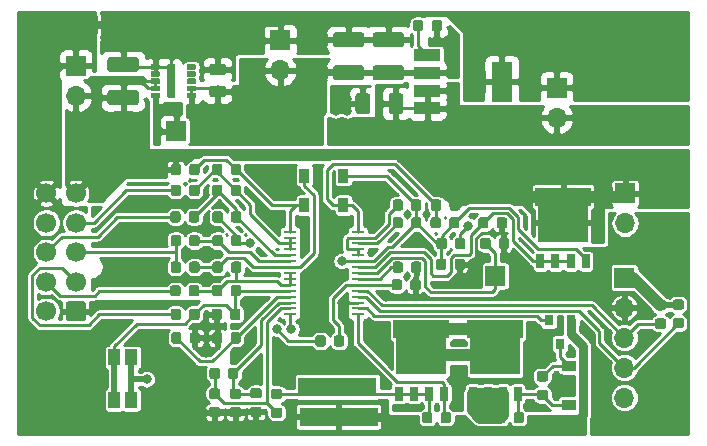
<source format=gtl>
G04 #@! TF.GenerationSoftware,KiCad,Pcbnew,5.1.0-unknown-2bcf38d~82~ubuntu18.04.1*
G04 #@! TF.CreationDate,2019-04-22T09:47:57-06:00*
G04 #@! TF.ProjectId,batteryMonitor,62617474-6572-4794-9d6f-6e69746f722e,rev?*
G04 #@! TF.SameCoordinates,Original*
G04 #@! TF.FileFunction,Copper,L1,Top*
G04 #@! TF.FilePolarity,Positive*
%FSLAX46Y46*%
G04 Gerber Fmt 4.6, Leading zero omitted, Abs format (unit mm)*
G04 Created by KiCad (PCBNEW 5.1.0-unknown-2bcf38d~82~ubuntu18.04.1) date 2019-04-22 09:47:57*
%MOMM*%
%LPD*%
G04 APERTURE LIST*
%ADD10C,0.100000*%
%ADD11O,1.700000X1.700000*%
%ADD12R,1.700000X1.700000*%
%ADD13C,1.250000*%
%ADD14R,1.050000X1.400000*%
%ADD15C,0.875000*%
%ADD16R,0.900000X1.200000*%
%ADD17R,2.200000X1.000000*%
%ADD18R,1.800000X3.400000*%
%ADD19C,1.700000*%
%ADD20C,0.450000*%
%ADD21C,0.500000*%
%ADD22C,0.700000*%
%ADD23R,1.000000X1.500000*%
%ADD24C,0.975000*%
%ADD25R,6.600000X1.650000*%
%ADD26R,1.100000X0.285000*%
%ADD27R,0.700000X1.150000*%
%ADD28R,4.700000X1.550000*%
%ADD29R,4.200000X3.300000*%
%ADD30R,0.800000X0.900000*%
%ADD31R,1.200000X0.900000*%
%ADD32C,0.800000*%
%ADD33C,0.250000*%
%ADD34C,1.000000*%
%ADD35C,0.500000*%
%ADD36C,0.750000*%
%ADD37C,0.600000*%
%ADD38C,0.350000*%
%ADD39C,0.254000*%
G04 APERTURE END LIST*
D10*
G36*
X97250000Y-59450000D02*
G01*
X97750000Y-59450000D01*
X97750000Y-60050000D01*
X97250000Y-60050000D01*
X97250000Y-59450000D01*
G37*
D11*
X95500000Y-65750000D03*
D12*
X95500000Y-63210000D03*
D10*
G36*
X100599504Y-62476204D02*
G01*
X100623773Y-62479804D01*
X100647571Y-62485765D01*
X100670671Y-62494030D01*
X100692849Y-62504520D01*
X100713893Y-62517133D01*
X100733598Y-62531747D01*
X100751777Y-62548223D01*
X100768253Y-62566402D01*
X100782867Y-62586107D01*
X100795480Y-62607151D01*
X100805970Y-62629329D01*
X100814235Y-62652429D01*
X100820196Y-62676227D01*
X100823796Y-62700496D01*
X100825000Y-62725000D01*
X100825000Y-63475000D01*
X100823796Y-63499504D01*
X100820196Y-63523773D01*
X100814235Y-63547571D01*
X100805970Y-63570671D01*
X100795480Y-63592849D01*
X100782867Y-63613893D01*
X100768253Y-63633598D01*
X100751777Y-63651777D01*
X100733598Y-63668253D01*
X100713893Y-63682867D01*
X100692849Y-63695480D01*
X100670671Y-63705970D01*
X100647571Y-63714235D01*
X100623773Y-63720196D01*
X100599504Y-63723796D01*
X100575000Y-63725000D01*
X98425000Y-63725000D01*
X98400496Y-63723796D01*
X98376227Y-63720196D01*
X98352429Y-63714235D01*
X98329329Y-63705970D01*
X98307151Y-63695480D01*
X98286107Y-63682867D01*
X98266402Y-63668253D01*
X98248223Y-63651777D01*
X98231747Y-63633598D01*
X98217133Y-63613893D01*
X98204520Y-63592849D01*
X98194030Y-63570671D01*
X98185765Y-63547571D01*
X98179804Y-63523773D01*
X98176204Y-63499504D01*
X98175000Y-63475000D01*
X98175000Y-62725000D01*
X98176204Y-62700496D01*
X98179804Y-62676227D01*
X98185765Y-62652429D01*
X98194030Y-62629329D01*
X98204520Y-62607151D01*
X98217133Y-62586107D01*
X98231747Y-62566402D01*
X98248223Y-62548223D01*
X98266402Y-62531747D01*
X98286107Y-62517133D01*
X98307151Y-62504520D01*
X98329329Y-62494030D01*
X98352429Y-62485765D01*
X98376227Y-62479804D01*
X98400496Y-62476204D01*
X98425000Y-62475000D01*
X100575000Y-62475000D01*
X100599504Y-62476204D01*
X100599504Y-62476204D01*
G37*
D13*
X99500000Y-63100000D03*
D10*
G36*
X100599504Y-65276204D02*
G01*
X100623773Y-65279804D01*
X100647571Y-65285765D01*
X100670671Y-65294030D01*
X100692849Y-65304520D01*
X100713893Y-65317133D01*
X100733598Y-65331747D01*
X100751777Y-65348223D01*
X100768253Y-65366402D01*
X100782867Y-65386107D01*
X100795480Y-65407151D01*
X100805970Y-65429329D01*
X100814235Y-65452429D01*
X100820196Y-65476227D01*
X100823796Y-65500496D01*
X100825000Y-65525000D01*
X100825000Y-66275000D01*
X100823796Y-66299504D01*
X100820196Y-66323773D01*
X100814235Y-66347571D01*
X100805970Y-66370671D01*
X100795480Y-66392849D01*
X100782867Y-66413893D01*
X100768253Y-66433598D01*
X100751777Y-66451777D01*
X100733598Y-66468253D01*
X100713893Y-66482867D01*
X100692849Y-66495480D01*
X100670671Y-66505970D01*
X100647571Y-66514235D01*
X100623773Y-66520196D01*
X100599504Y-66523796D01*
X100575000Y-66525000D01*
X98425000Y-66525000D01*
X98400496Y-66523796D01*
X98376227Y-66520196D01*
X98352429Y-66514235D01*
X98329329Y-66505970D01*
X98307151Y-66495480D01*
X98286107Y-66482867D01*
X98266402Y-66468253D01*
X98248223Y-66451777D01*
X98231747Y-66433598D01*
X98217133Y-66413893D01*
X98204520Y-66392849D01*
X98194030Y-66370671D01*
X98185765Y-66347571D01*
X98179804Y-66323773D01*
X98176204Y-66299504D01*
X98175000Y-66275000D01*
X98175000Y-65525000D01*
X98176204Y-65500496D01*
X98179804Y-65476227D01*
X98185765Y-65452429D01*
X98194030Y-65429329D01*
X98204520Y-65407151D01*
X98217133Y-65386107D01*
X98231747Y-65366402D01*
X98248223Y-65348223D01*
X98266402Y-65331747D01*
X98286107Y-65317133D01*
X98307151Y-65304520D01*
X98329329Y-65294030D01*
X98352429Y-65285765D01*
X98376227Y-65279804D01*
X98400496Y-65276204D01*
X98425000Y-65275000D01*
X100575000Y-65275000D01*
X100599504Y-65276204D01*
X100599504Y-65276204D01*
G37*
D13*
X99500000Y-65900000D03*
D14*
X98750000Y-91500000D03*
X100200000Y-91500000D03*
X98750000Y-87900000D03*
X100200000Y-87900000D03*
D10*
G36*
X118027691Y-86026053D02*
G01*
X118048926Y-86029203D01*
X118069750Y-86034419D01*
X118089962Y-86041651D01*
X118109368Y-86050830D01*
X118127781Y-86061866D01*
X118145024Y-86074654D01*
X118160930Y-86089070D01*
X118175346Y-86104976D01*
X118188134Y-86122219D01*
X118199170Y-86140632D01*
X118208349Y-86160038D01*
X118215581Y-86180250D01*
X118220797Y-86201074D01*
X118223947Y-86222309D01*
X118225000Y-86243750D01*
X118225000Y-86756250D01*
X118223947Y-86777691D01*
X118220797Y-86798926D01*
X118215581Y-86819750D01*
X118208349Y-86839962D01*
X118199170Y-86859368D01*
X118188134Y-86877781D01*
X118175346Y-86895024D01*
X118160930Y-86910930D01*
X118145024Y-86925346D01*
X118127781Y-86938134D01*
X118109368Y-86949170D01*
X118089962Y-86958349D01*
X118069750Y-86965581D01*
X118048926Y-86970797D01*
X118027691Y-86973947D01*
X118006250Y-86975000D01*
X117568750Y-86975000D01*
X117547309Y-86973947D01*
X117526074Y-86970797D01*
X117505250Y-86965581D01*
X117485038Y-86958349D01*
X117465632Y-86949170D01*
X117447219Y-86938134D01*
X117429976Y-86925346D01*
X117414070Y-86910930D01*
X117399654Y-86895024D01*
X117386866Y-86877781D01*
X117375830Y-86859368D01*
X117366651Y-86839962D01*
X117359419Y-86819750D01*
X117354203Y-86798926D01*
X117351053Y-86777691D01*
X117350000Y-86756250D01*
X117350000Y-86243750D01*
X117351053Y-86222309D01*
X117354203Y-86201074D01*
X117359419Y-86180250D01*
X117366651Y-86160038D01*
X117375830Y-86140632D01*
X117386866Y-86122219D01*
X117399654Y-86104976D01*
X117414070Y-86089070D01*
X117429976Y-86074654D01*
X117447219Y-86061866D01*
X117465632Y-86050830D01*
X117485038Y-86041651D01*
X117505250Y-86034419D01*
X117526074Y-86029203D01*
X117547309Y-86026053D01*
X117568750Y-86025000D01*
X118006250Y-86025000D01*
X118027691Y-86026053D01*
X118027691Y-86026053D01*
G37*
D15*
X117787500Y-86500000D03*
D10*
G36*
X116452691Y-86026053D02*
G01*
X116473926Y-86029203D01*
X116494750Y-86034419D01*
X116514962Y-86041651D01*
X116534368Y-86050830D01*
X116552781Y-86061866D01*
X116570024Y-86074654D01*
X116585930Y-86089070D01*
X116600346Y-86104976D01*
X116613134Y-86122219D01*
X116624170Y-86140632D01*
X116633349Y-86160038D01*
X116640581Y-86180250D01*
X116645797Y-86201074D01*
X116648947Y-86222309D01*
X116650000Y-86243750D01*
X116650000Y-86756250D01*
X116648947Y-86777691D01*
X116645797Y-86798926D01*
X116640581Y-86819750D01*
X116633349Y-86839962D01*
X116624170Y-86859368D01*
X116613134Y-86877781D01*
X116600346Y-86895024D01*
X116585930Y-86910930D01*
X116570024Y-86925346D01*
X116552781Y-86938134D01*
X116534368Y-86949170D01*
X116514962Y-86958349D01*
X116494750Y-86965581D01*
X116473926Y-86970797D01*
X116452691Y-86973947D01*
X116431250Y-86975000D01*
X115993750Y-86975000D01*
X115972309Y-86973947D01*
X115951074Y-86970797D01*
X115930250Y-86965581D01*
X115910038Y-86958349D01*
X115890632Y-86949170D01*
X115872219Y-86938134D01*
X115854976Y-86925346D01*
X115839070Y-86910930D01*
X115824654Y-86895024D01*
X115811866Y-86877781D01*
X115800830Y-86859368D01*
X115791651Y-86839962D01*
X115784419Y-86819750D01*
X115779203Y-86798926D01*
X115776053Y-86777691D01*
X115775000Y-86756250D01*
X115775000Y-86243750D01*
X115776053Y-86222309D01*
X115779203Y-86201074D01*
X115784419Y-86180250D01*
X115791651Y-86160038D01*
X115800830Y-86140632D01*
X115811866Y-86122219D01*
X115824654Y-86104976D01*
X115839070Y-86089070D01*
X115854976Y-86074654D01*
X115872219Y-86061866D01*
X115890632Y-86050830D01*
X115910038Y-86041651D01*
X115930250Y-86034419D01*
X115951074Y-86029203D01*
X115972309Y-86026053D01*
X115993750Y-86025000D01*
X116431250Y-86025000D01*
X116452691Y-86026053D01*
X116452691Y-86026053D01*
G37*
D15*
X116212500Y-86500000D03*
D10*
G36*
X124715191Y-59326053D02*
G01*
X124736426Y-59329203D01*
X124757250Y-59334419D01*
X124777462Y-59341651D01*
X124796868Y-59350830D01*
X124815281Y-59361866D01*
X124832524Y-59374654D01*
X124848430Y-59389070D01*
X124862846Y-59404976D01*
X124875634Y-59422219D01*
X124886670Y-59440632D01*
X124895849Y-59460038D01*
X124903081Y-59480250D01*
X124908297Y-59501074D01*
X124911447Y-59522309D01*
X124912500Y-59543750D01*
X124912500Y-60056250D01*
X124911447Y-60077691D01*
X124908297Y-60098926D01*
X124903081Y-60119750D01*
X124895849Y-60139962D01*
X124886670Y-60159368D01*
X124875634Y-60177781D01*
X124862846Y-60195024D01*
X124848430Y-60210930D01*
X124832524Y-60225346D01*
X124815281Y-60238134D01*
X124796868Y-60249170D01*
X124777462Y-60258349D01*
X124757250Y-60265581D01*
X124736426Y-60270797D01*
X124715191Y-60273947D01*
X124693750Y-60275000D01*
X124256250Y-60275000D01*
X124234809Y-60273947D01*
X124213574Y-60270797D01*
X124192750Y-60265581D01*
X124172538Y-60258349D01*
X124153132Y-60249170D01*
X124134719Y-60238134D01*
X124117476Y-60225346D01*
X124101570Y-60210930D01*
X124087154Y-60195024D01*
X124074366Y-60177781D01*
X124063330Y-60159368D01*
X124054151Y-60139962D01*
X124046919Y-60119750D01*
X124041703Y-60098926D01*
X124038553Y-60077691D01*
X124037500Y-60056250D01*
X124037500Y-59543750D01*
X124038553Y-59522309D01*
X124041703Y-59501074D01*
X124046919Y-59480250D01*
X124054151Y-59460038D01*
X124063330Y-59440632D01*
X124074366Y-59422219D01*
X124087154Y-59404976D01*
X124101570Y-59389070D01*
X124117476Y-59374654D01*
X124134719Y-59361866D01*
X124153132Y-59350830D01*
X124172538Y-59341651D01*
X124192750Y-59334419D01*
X124213574Y-59329203D01*
X124234809Y-59326053D01*
X124256250Y-59325000D01*
X124693750Y-59325000D01*
X124715191Y-59326053D01*
X124715191Y-59326053D01*
G37*
D15*
X124475000Y-59800000D03*
D10*
G36*
X126290191Y-59326053D02*
G01*
X126311426Y-59329203D01*
X126332250Y-59334419D01*
X126352462Y-59341651D01*
X126371868Y-59350830D01*
X126390281Y-59361866D01*
X126407524Y-59374654D01*
X126423430Y-59389070D01*
X126437846Y-59404976D01*
X126450634Y-59422219D01*
X126461670Y-59440632D01*
X126470849Y-59460038D01*
X126478081Y-59480250D01*
X126483297Y-59501074D01*
X126486447Y-59522309D01*
X126487500Y-59543750D01*
X126487500Y-60056250D01*
X126486447Y-60077691D01*
X126483297Y-60098926D01*
X126478081Y-60119750D01*
X126470849Y-60139962D01*
X126461670Y-60159368D01*
X126450634Y-60177781D01*
X126437846Y-60195024D01*
X126423430Y-60210930D01*
X126407524Y-60225346D01*
X126390281Y-60238134D01*
X126371868Y-60249170D01*
X126352462Y-60258349D01*
X126332250Y-60265581D01*
X126311426Y-60270797D01*
X126290191Y-60273947D01*
X126268750Y-60275000D01*
X125831250Y-60275000D01*
X125809809Y-60273947D01*
X125788574Y-60270797D01*
X125767750Y-60265581D01*
X125747538Y-60258349D01*
X125728132Y-60249170D01*
X125709719Y-60238134D01*
X125692476Y-60225346D01*
X125676570Y-60210930D01*
X125662154Y-60195024D01*
X125649366Y-60177781D01*
X125638330Y-60159368D01*
X125629151Y-60139962D01*
X125621919Y-60119750D01*
X125616703Y-60098926D01*
X125613553Y-60077691D01*
X125612500Y-60056250D01*
X125612500Y-59543750D01*
X125613553Y-59522309D01*
X125616703Y-59501074D01*
X125621919Y-59480250D01*
X125629151Y-59460038D01*
X125638330Y-59440632D01*
X125649366Y-59422219D01*
X125662154Y-59404976D01*
X125676570Y-59389070D01*
X125692476Y-59374654D01*
X125709719Y-59361866D01*
X125728132Y-59350830D01*
X125747538Y-59341651D01*
X125767750Y-59334419D01*
X125788574Y-59329203D01*
X125809809Y-59326053D01*
X125831250Y-59325000D01*
X126268750Y-59325000D01*
X126290191Y-59326053D01*
X126290191Y-59326053D01*
G37*
D15*
X126050000Y-59800000D03*
D16*
X114850000Y-72500000D03*
X118150000Y-72500000D03*
D10*
G36*
X109277691Y-73276053D02*
G01*
X109298926Y-73279203D01*
X109319750Y-73284419D01*
X109339962Y-73291651D01*
X109359368Y-73300830D01*
X109377781Y-73311866D01*
X109395024Y-73324654D01*
X109410930Y-73339070D01*
X109425346Y-73354976D01*
X109438134Y-73372219D01*
X109449170Y-73390632D01*
X109458349Y-73410038D01*
X109465581Y-73430250D01*
X109470797Y-73451074D01*
X109473947Y-73472309D01*
X109475000Y-73493750D01*
X109475000Y-74006250D01*
X109473947Y-74027691D01*
X109470797Y-74048926D01*
X109465581Y-74069750D01*
X109458349Y-74089962D01*
X109449170Y-74109368D01*
X109438134Y-74127781D01*
X109425346Y-74145024D01*
X109410930Y-74160930D01*
X109395024Y-74175346D01*
X109377781Y-74188134D01*
X109359368Y-74199170D01*
X109339962Y-74208349D01*
X109319750Y-74215581D01*
X109298926Y-74220797D01*
X109277691Y-74223947D01*
X109256250Y-74225000D01*
X108818750Y-74225000D01*
X108797309Y-74223947D01*
X108776074Y-74220797D01*
X108755250Y-74215581D01*
X108735038Y-74208349D01*
X108715632Y-74199170D01*
X108697219Y-74188134D01*
X108679976Y-74175346D01*
X108664070Y-74160930D01*
X108649654Y-74145024D01*
X108636866Y-74127781D01*
X108625830Y-74109368D01*
X108616651Y-74089962D01*
X108609419Y-74069750D01*
X108604203Y-74048926D01*
X108601053Y-74027691D01*
X108600000Y-74006250D01*
X108600000Y-73493750D01*
X108601053Y-73472309D01*
X108604203Y-73451074D01*
X108609419Y-73430250D01*
X108616651Y-73410038D01*
X108625830Y-73390632D01*
X108636866Y-73372219D01*
X108649654Y-73354976D01*
X108664070Y-73339070D01*
X108679976Y-73324654D01*
X108697219Y-73311866D01*
X108715632Y-73300830D01*
X108735038Y-73291651D01*
X108755250Y-73284419D01*
X108776074Y-73279203D01*
X108797309Y-73276053D01*
X108818750Y-73275000D01*
X109256250Y-73275000D01*
X109277691Y-73276053D01*
X109277691Y-73276053D01*
G37*
D15*
X109037500Y-73750000D03*
D10*
G36*
X107702691Y-73276053D02*
G01*
X107723926Y-73279203D01*
X107744750Y-73284419D01*
X107764962Y-73291651D01*
X107784368Y-73300830D01*
X107802781Y-73311866D01*
X107820024Y-73324654D01*
X107835930Y-73339070D01*
X107850346Y-73354976D01*
X107863134Y-73372219D01*
X107874170Y-73390632D01*
X107883349Y-73410038D01*
X107890581Y-73430250D01*
X107895797Y-73451074D01*
X107898947Y-73472309D01*
X107900000Y-73493750D01*
X107900000Y-74006250D01*
X107898947Y-74027691D01*
X107895797Y-74048926D01*
X107890581Y-74069750D01*
X107883349Y-74089962D01*
X107874170Y-74109368D01*
X107863134Y-74127781D01*
X107850346Y-74145024D01*
X107835930Y-74160930D01*
X107820024Y-74175346D01*
X107802781Y-74188134D01*
X107784368Y-74199170D01*
X107764962Y-74208349D01*
X107744750Y-74215581D01*
X107723926Y-74220797D01*
X107702691Y-74223947D01*
X107681250Y-74225000D01*
X107243750Y-74225000D01*
X107222309Y-74223947D01*
X107201074Y-74220797D01*
X107180250Y-74215581D01*
X107160038Y-74208349D01*
X107140632Y-74199170D01*
X107122219Y-74188134D01*
X107104976Y-74175346D01*
X107089070Y-74160930D01*
X107074654Y-74145024D01*
X107061866Y-74127781D01*
X107050830Y-74109368D01*
X107041651Y-74089962D01*
X107034419Y-74069750D01*
X107029203Y-74048926D01*
X107026053Y-74027691D01*
X107025000Y-74006250D01*
X107025000Y-73493750D01*
X107026053Y-73472309D01*
X107029203Y-73451074D01*
X107034419Y-73430250D01*
X107041651Y-73410038D01*
X107050830Y-73390632D01*
X107061866Y-73372219D01*
X107074654Y-73354976D01*
X107089070Y-73339070D01*
X107104976Y-73324654D01*
X107122219Y-73311866D01*
X107140632Y-73300830D01*
X107160038Y-73291651D01*
X107180250Y-73284419D01*
X107201074Y-73279203D01*
X107222309Y-73276053D01*
X107243750Y-73275000D01*
X107681250Y-73275000D01*
X107702691Y-73276053D01*
X107702691Y-73276053D01*
G37*
D15*
X107462500Y-73750000D03*
D17*
X125250000Y-62300000D03*
X125250000Y-65300000D03*
D18*
X131550000Y-64550000D03*
D17*
X125250000Y-63800000D03*
X125250000Y-66800000D03*
D10*
G36*
X120199504Y-65526204D02*
G01*
X120223773Y-65529804D01*
X120247571Y-65535765D01*
X120270671Y-65544030D01*
X120292849Y-65554520D01*
X120313893Y-65567133D01*
X120333598Y-65581747D01*
X120351777Y-65598223D01*
X120368253Y-65616402D01*
X120382867Y-65636107D01*
X120395480Y-65657151D01*
X120405970Y-65679329D01*
X120414235Y-65702429D01*
X120420196Y-65726227D01*
X120423796Y-65750496D01*
X120425000Y-65775000D01*
X120425000Y-67025000D01*
X120423796Y-67049504D01*
X120420196Y-67073773D01*
X120414235Y-67097571D01*
X120405970Y-67120671D01*
X120395480Y-67142849D01*
X120382867Y-67163893D01*
X120368253Y-67183598D01*
X120351777Y-67201777D01*
X120333598Y-67218253D01*
X120313893Y-67232867D01*
X120292849Y-67245480D01*
X120270671Y-67255970D01*
X120247571Y-67264235D01*
X120223773Y-67270196D01*
X120199504Y-67273796D01*
X120175000Y-67275000D01*
X119425000Y-67275000D01*
X119400496Y-67273796D01*
X119376227Y-67270196D01*
X119352429Y-67264235D01*
X119329329Y-67255970D01*
X119307151Y-67245480D01*
X119286107Y-67232867D01*
X119266402Y-67218253D01*
X119248223Y-67201777D01*
X119231747Y-67183598D01*
X119217133Y-67163893D01*
X119204520Y-67142849D01*
X119194030Y-67120671D01*
X119185765Y-67097571D01*
X119179804Y-67073773D01*
X119176204Y-67049504D01*
X119175000Y-67025000D01*
X119175000Y-65775000D01*
X119176204Y-65750496D01*
X119179804Y-65726227D01*
X119185765Y-65702429D01*
X119194030Y-65679329D01*
X119204520Y-65657151D01*
X119217133Y-65636107D01*
X119231747Y-65616402D01*
X119248223Y-65598223D01*
X119266402Y-65581747D01*
X119286107Y-65567133D01*
X119307151Y-65554520D01*
X119329329Y-65544030D01*
X119352429Y-65535765D01*
X119376227Y-65529804D01*
X119400496Y-65526204D01*
X119425000Y-65525000D01*
X120175000Y-65525000D01*
X120199504Y-65526204D01*
X120199504Y-65526204D01*
G37*
D13*
X119800000Y-66400000D03*
D10*
G36*
X122999504Y-65526204D02*
G01*
X123023773Y-65529804D01*
X123047571Y-65535765D01*
X123070671Y-65544030D01*
X123092849Y-65554520D01*
X123113893Y-65567133D01*
X123133598Y-65581747D01*
X123151777Y-65598223D01*
X123168253Y-65616402D01*
X123182867Y-65636107D01*
X123195480Y-65657151D01*
X123205970Y-65679329D01*
X123214235Y-65702429D01*
X123220196Y-65726227D01*
X123223796Y-65750496D01*
X123225000Y-65775000D01*
X123225000Y-67025000D01*
X123223796Y-67049504D01*
X123220196Y-67073773D01*
X123214235Y-67097571D01*
X123205970Y-67120671D01*
X123195480Y-67142849D01*
X123182867Y-67163893D01*
X123168253Y-67183598D01*
X123151777Y-67201777D01*
X123133598Y-67218253D01*
X123113893Y-67232867D01*
X123092849Y-67245480D01*
X123070671Y-67255970D01*
X123047571Y-67264235D01*
X123023773Y-67270196D01*
X122999504Y-67273796D01*
X122975000Y-67275000D01*
X122225000Y-67275000D01*
X122200496Y-67273796D01*
X122176227Y-67270196D01*
X122152429Y-67264235D01*
X122129329Y-67255970D01*
X122107151Y-67245480D01*
X122086107Y-67232867D01*
X122066402Y-67218253D01*
X122048223Y-67201777D01*
X122031747Y-67183598D01*
X122017133Y-67163893D01*
X122004520Y-67142849D01*
X121994030Y-67120671D01*
X121985765Y-67097571D01*
X121979804Y-67073773D01*
X121976204Y-67049504D01*
X121975000Y-67025000D01*
X121975000Y-65775000D01*
X121976204Y-65750496D01*
X121979804Y-65726227D01*
X121985765Y-65702429D01*
X121994030Y-65679329D01*
X122004520Y-65657151D01*
X122017133Y-65636107D01*
X122031747Y-65616402D01*
X122048223Y-65598223D01*
X122066402Y-65581747D01*
X122086107Y-65567133D01*
X122107151Y-65554520D01*
X122129329Y-65544030D01*
X122152429Y-65535765D01*
X122176227Y-65529804D01*
X122200496Y-65526204D01*
X122225000Y-65525000D01*
X122975000Y-65525000D01*
X122999504Y-65526204D01*
X122999504Y-65526204D01*
G37*
D13*
X122600000Y-66400000D03*
D10*
G36*
X119699504Y-60376204D02*
G01*
X119723773Y-60379804D01*
X119747571Y-60385765D01*
X119770671Y-60394030D01*
X119792849Y-60404520D01*
X119813893Y-60417133D01*
X119833598Y-60431747D01*
X119851777Y-60448223D01*
X119868253Y-60466402D01*
X119882867Y-60486107D01*
X119895480Y-60507151D01*
X119905970Y-60529329D01*
X119914235Y-60552429D01*
X119920196Y-60576227D01*
X119923796Y-60600496D01*
X119925000Y-60625000D01*
X119925000Y-61375000D01*
X119923796Y-61399504D01*
X119920196Y-61423773D01*
X119914235Y-61447571D01*
X119905970Y-61470671D01*
X119895480Y-61492849D01*
X119882867Y-61513893D01*
X119868253Y-61533598D01*
X119851777Y-61551777D01*
X119833598Y-61568253D01*
X119813893Y-61582867D01*
X119792849Y-61595480D01*
X119770671Y-61605970D01*
X119747571Y-61614235D01*
X119723773Y-61620196D01*
X119699504Y-61623796D01*
X119675000Y-61625000D01*
X117525000Y-61625000D01*
X117500496Y-61623796D01*
X117476227Y-61620196D01*
X117452429Y-61614235D01*
X117429329Y-61605970D01*
X117407151Y-61595480D01*
X117386107Y-61582867D01*
X117366402Y-61568253D01*
X117348223Y-61551777D01*
X117331747Y-61533598D01*
X117317133Y-61513893D01*
X117304520Y-61492849D01*
X117294030Y-61470671D01*
X117285765Y-61447571D01*
X117279804Y-61423773D01*
X117276204Y-61399504D01*
X117275000Y-61375000D01*
X117275000Y-60625000D01*
X117276204Y-60600496D01*
X117279804Y-60576227D01*
X117285765Y-60552429D01*
X117294030Y-60529329D01*
X117304520Y-60507151D01*
X117317133Y-60486107D01*
X117331747Y-60466402D01*
X117348223Y-60448223D01*
X117366402Y-60431747D01*
X117386107Y-60417133D01*
X117407151Y-60404520D01*
X117429329Y-60394030D01*
X117452429Y-60385765D01*
X117476227Y-60379804D01*
X117500496Y-60376204D01*
X117525000Y-60375000D01*
X119675000Y-60375000D01*
X119699504Y-60376204D01*
X119699504Y-60376204D01*
G37*
D13*
X118600000Y-61000000D03*
D10*
G36*
X119699504Y-63176204D02*
G01*
X119723773Y-63179804D01*
X119747571Y-63185765D01*
X119770671Y-63194030D01*
X119792849Y-63204520D01*
X119813893Y-63217133D01*
X119833598Y-63231747D01*
X119851777Y-63248223D01*
X119868253Y-63266402D01*
X119882867Y-63286107D01*
X119895480Y-63307151D01*
X119905970Y-63329329D01*
X119914235Y-63352429D01*
X119920196Y-63376227D01*
X119923796Y-63400496D01*
X119925000Y-63425000D01*
X119925000Y-64175000D01*
X119923796Y-64199504D01*
X119920196Y-64223773D01*
X119914235Y-64247571D01*
X119905970Y-64270671D01*
X119895480Y-64292849D01*
X119882867Y-64313893D01*
X119868253Y-64333598D01*
X119851777Y-64351777D01*
X119833598Y-64368253D01*
X119813893Y-64382867D01*
X119792849Y-64395480D01*
X119770671Y-64405970D01*
X119747571Y-64414235D01*
X119723773Y-64420196D01*
X119699504Y-64423796D01*
X119675000Y-64425000D01*
X117525000Y-64425000D01*
X117500496Y-64423796D01*
X117476227Y-64420196D01*
X117452429Y-64414235D01*
X117429329Y-64405970D01*
X117407151Y-64395480D01*
X117386107Y-64382867D01*
X117366402Y-64368253D01*
X117348223Y-64351777D01*
X117331747Y-64333598D01*
X117317133Y-64313893D01*
X117304520Y-64292849D01*
X117294030Y-64270671D01*
X117285765Y-64247571D01*
X117279804Y-64223773D01*
X117276204Y-64199504D01*
X117275000Y-64175000D01*
X117275000Y-63425000D01*
X117276204Y-63400496D01*
X117279804Y-63376227D01*
X117285765Y-63352429D01*
X117294030Y-63329329D01*
X117304520Y-63307151D01*
X117317133Y-63286107D01*
X117331747Y-63266402D01*
X117348223Y-63248223D01*
X117366402Y-63231747D01*
X117386107Y-63217133D01*
X117407151Y-63204520D01*
X117429329Y-63194030D01*
X117452429Y-63185765D01*
X117476227Y-63179804D01*
X117500496Y-63176204D01*
X117525000Y-63175000D01*
X119675000Y-63175000D01*
X119699504Y-63176204D01*
X119699504Y-63176204D01*
G37*
D13*
X118600000Y-63800000D03*
D10*
G36*
X123049504Y-60376204D02*
G01*
X123073773Y-60379804D01*
X123097571Y-60385765D01*
X123120671Y-60394030D01*
X123142849Y-60404520D01*
X123163893Y-60417133D01*
X123183598Y-60431747D01*
X123201777Y-60448223D01*
X123218253Y-60466402D01*
X123232867Y-60486107D01*
X123245480Y-60507151D01*
X123255970Y-60529329D01*
X123264235Y-60552429D01*
X123270196Y-60576227D01*
X123273796Y-60600496D01*
X123275000Y-60625000D01*
X123275000Y-61375000D01*
X123273796Y-61399504D01*
X123270196Y-61423773D01*
X123264235Y-61447571D01*
X123255970Y-61470671D01*
X123245480Y-61492849D01*
X123232867Y-61513893D01*
X123218253Y-61533598D01*
X123201777Y-61551777D01*
X123183598Y-61568253D01*
X123163893Y-61582867D01*
X123142849Y-61595480D01*
X123120671Y-61605970D01*
X123097571Y-61614235D01*
X123073773Y-61620196D01*
X123049504Y-61623796D01*
X123025000Y-61625000D01*
X120875000Y-61625000D01*
X120850496Y-61623796D01*
X120826227Y-61620196D01*
X120802429Y-61614235D01*
X120779329Y-61605970D01*
X120757151Y-61595480D01*
X120736107Y-61582867D01*
X120716402Y-61568253D01*
X120698223Y-61551777D01*
X120681747Y-61533598D01*
X120667133Y-61513893D01*
X120654520Y-61492849D01*
X120644030Y-61470671D01*
X120635765Y-61447571D01*
X120629804Y-61423773D01*
X120626204Y-61399504D01*
X120625000Y-61375000D01*
X120625000Y-60625000D01*
X120626204Y-60600496D01*
X120629804Y-60576227D01*
X120635765Y-60552429D01*
X120644030Y-60529329D01*
X120654520Y-60507151D01*
X120667133Y-60486107D01*
X120681747Y-60466402D01*
X120698223Y-60448223D01*
X120716402Y-60431747D01*
X120736107Y-60417133D01*
X120757151Y-60404520D01*
X120779329Y-60394030D01*
X120802429Y-60385765D01*
X120826227Y-60379804D01*
X120850496Y-60376204D01*
X120875000Y-60375000D01*
X123025000Y-60375000D01*
X123049504Y-60376204D01*
X123049504Y-60376204D01*
G37*
D13*
X121950000Y-61000000D03*
D10*
G36*
X123049504Y-63176204D02*
G01*
X123073773Y-63179804D01*
X123097571Y-63185765D01*
X123120671Y-63194030D01*
X123142849Y-63204520D01*
X123163893Y-63217133D01*
X123183598Y-63231747D01*
X123201777Y-63248223D01*
X123218253Y-63266402D01*
X123232867Y-63286107D01*
X123245480Y-63307151D01*
X123255970Y-63329329D01*
X123264235Y-63352429D01*
X123270196Y-63376227D01*
X123273796Y-63400496D01*
X123275000Y-63425000D01*
X123275000Y-64175000D01*
X123273796Y-64199504D01*
X123270196Y-64223773D01*
X123264235Y-64247571D01*
X123255970Y-64270671D01*
X123245480Y-64292849D01*
X123232867Y-64313893D01*
X123218253Y-64333598D01*
X123201777Y-64351777D01*
X123183598Y-64368253D01*
X123163893Y-64382867D01*
X123142849Y-64395480D01*
X123120671Y-64405970D01*
X123097571Y-64414235D01*
X123073773Y-64420196D01*
X123049504Y-64423796D01*
X123025000Y-64425000D01*
X120875000Y-64425000D01*
X120850496Y-64423796D01*
X120826227Y-64420196D01*
X120802429Y-64414235D01*
X120779329Y-64405970D01*
X120757151Y-64395480D01*
X120736107Y-64382867D01*
X120716402Y-64368253D01*
X120698223Y-64351777D01*
X120681747Y-64333598D01*
X120667133Y-64313893D01*
X120654520Y-64292849D01*
X120644030Y-64270671D01*
X120635765Y-64247571D01*
X120629804Y-64223773D01*
X120626204Y-64199504D01*
X120625000Y-64175000D01*
X120625000Y-63425000D01*
X120626204Y-63400496D01*
X120629804Y-63376227D01*
X120635765Y-63352429D01*
X120644030Y-63329329D01*
X120654520Y-63307151D01*
X120667133Y-63286107D01*
X120681747Y-63266402D01*
X120698223Y-63248223D01*
X120716402Y-63231747D01*
X120736107Y-63217133D01*
X120757151Y-63204520D01*
X120779329Y-63194030D01*
X120802429Y-63185765D01*
X120826227Y-63179804D01*
X120850496Y-63176204D01*
X120875000Y-63175000D01*
X123025000Y-63175000D01*
X123049504Y-63176204D01*
X123049504Y-63176204D01*
G37*
D13*
X121950000Y-63800000D03*
D12*
X104000000Y-68750000D03*
D19*
X93001920Y-73985800D03*
X93001920Y-76485800D03*
X93001920Y-78985800D03*
X93001920Y-81485800D03*
X93001920Y-83985800D03*
X95501920Y-73985800D03*
X95501920Y-76485800D03*
X95501920Y-78985800D03*
X95501920Y-81485800D03*
D10*
G36*
X96126424Y-83137004D02*
G01*
X96150693Y-83140604D01*
X96174491Y-83146565D01*
X96197591Y-83154830D01*
X96219769Y-83165320D01*
X96240813Y-83177933D01*
X96260518Y-83192547D01*
X96278697Y-83209023D01*
X96295173Y-83227202D01*
X96309787Y-83246907D01*
X96322400Y-83267951D01*
X96332890Y-83290129D01*
X96341155Y-83313229D01*
X96347116Y-83337027D01*
X96350716Y-83361296D01*
X96351920Y-83385800D01*
X96351920Y-84585800D01*
X96350716Y-84610304D01*
X96347116Y-84634573D01*
X96341155Y-84658371D01*
X96332890Y-84681471D01*
X96322400Y-84703649D01*
X96309787Y-84724693D01*
X96295173Y-84744398D01*
X96278697Y-84762577D01*
X96260518Y-84779053D01*
X96240813Y-84793667D01*
X96219769Y-84806280D01*
X96197591Y-84816770D01*
X96174491Y-84825035D01*
X96150693Y-84830996D01*
X96126424Y-84834596D01*
X96101920Y-84835800D01*
X94901920Y-84835800D01*
X94877416Y-84834596D01*
X94853147Y-84830996D01*
X94829349Y-84825035D01*
X94806249Y-84816770D01*
X94784071Y-84806280D01*
X94763027Y-84793667D01*
X94743322Y-84779053D01*
X94725143Y-84762577D01*
X94708667Y-84744398D01*
X94694053Y-84724693D01*
X94681440Y-84703649D01*
X94670950Y-84681471D01*
X94662685Y-84658371D01*
X94656724Y-84634573D01*
X94653124Y-84610304D01*
X94651920Y-84585800D01*
X94651920Y-83385800D01*
X94653124Y-83361296D01*
X94656724Y-83337027D01*
X94662685Y-83313229D01*
X94670950Y-83290129D01*
X94681440Y-83267951D01*
X94694053Y-83246907D01*
X94708667Y-83227202D01*
X94725143Y-83209023D01*
X94743322Y-83192547D01*
X94763027Y-83177933D01*
X94784071Y-83165320D01*
X94806249Y-83154830D01*
X94829349Y-83146565D01*
X94853147Y-83140604D01*
X94877416Y-83137004D01*
X94901920Y-83135800D01*
X96101920Y-83135800D01*
X96126424Y-83137004D01*
X96126424Y-83137004D01*
G37*
D19*
X95501920Y-83985800D03*
D10*
G36*
X105573527Y-63075542D02*
G01*
X105584448Y-63077162D01*
X105595157Y-63079844D01*
X105605552Y-63083564D01*
X105615532Y-63088284D01*
X105625002Y-63093960D01*
X105633869Y-63100536D01*
X105642050Y-63107950D01*
X105649464Y-63116131D01*
X105656040Y-63124998D01*
X105661716Y-63134468D01*
X105666436Y-63144448D01*
X105670156Y-63154843D01*
X105672838Y-63165552D01*
X105674458Y-63176473D01*
X105675000Y-63187500D01*
X105675000Y-63412500D01*
X105674458Y-63423527D01*
X105672838Y-63434448D01*
X105670156Y-63445157D01*
X105666436Y-63455552D01*
X105661716Y-63465532D01*
X105656040Y-63475002D01*
X105649464Y-63483869D01*
X105642050Y-63492050D01*
X105633869Y-63499464D01*
X105625002Y-63506040D01*
X105615532Y-63511716D01*
X105605552Y-63516436D01*
X105595157Y-63520156D01*
X105584448Y-63522838D01*
X105573527Y-63524458D01*
X105562500Y-63525000D01*
X104987500Y-63525000D01*
X104976473Y-63524458D01*
X104965552Y-63522838D01*
X104954843Y-63520156D01*
X104944448Y-63516436D01*
X104934468Y-63511716D01*
X104924998Y-63506040D01*
X104916131Y-63499464D01*
X104907950Y-63492050D01*
X104900536Y-63483869D01*
X104893960Y-63475002D01*
X104888284Y-63465532D01*
X104883564Y-63455552D01*
X104879844Y-63445157D01*
X104877162Y-63434448D01*
X104875542Y-63423527D01*
X104875000Y-63412500D01*
X104875000Y-63187500D01*
X104875542Y-63176473D01*
X104877162Y-63165552D01*
X104879844Y-63154843D01*
X104883564Y-63144448D01*
X104888284Y-63134468D01*
X104893960Y-63124998D01*
X104900536Y-63116131D01*
X104907950Y-63107950D01*
X104916131Y-63100536D01*
X104924998Y-63093960D01*
X104934468Y-63088284D01*
X104944448Y-63083564D01*
X104954843Y-63079844D01*
X104965552Y-63077162D01*
X104976473Y-63075542D01*
X104987500Y-63075000D01*
X105562500Y-63075000D01*
X105573527Y-63075542D01*
X105573527Y-63075542D01*
G37*
D20*
X105275000Y-63300000D03*
D10*
G36*
X105573527Y-63675542D02*
G01*
X105584448Y-63677162D01*
X105595157Y-63679844D01*
X105605552Y-63683564D01*
X105615532Y-63688284D01*
X105625002Y-63693960D01*
X105633869Y-63700536D01*
X105642050Y-63707950D01*
X105649464Y-63716131D01*
X105656040Y-63724998D01*
X105661716Y-63734468D01*
X105666436Y-63744448D01*
X105670156Y-63754843D01*
X105672838Y-63765552D01*
X105674458Y-63776473D01*
X105675000Y-63787500D01*
X105675000Y-64012500D01*
X105674458Y-64023527D01*
X105672838Y-64034448D01*
X105670156Y-64045157D01*
X105666436Y-64055552D01*
X105661716Y-64065532D01*
X105656040Y-64075002D01*
X105649464Y-64083869D01*
X105642050Y-64092050D01*
X105633869Y-64099464D01*
X105625002Y-64106040D01*
X105615532Y-64111716D01*
X105605552Y-64116436D01*
X105595157Y-64120156D01*
X105584448Y-64122838D01*
X105573527Y-64124458D01*
X105562500Y-64125000D01*
X104987500Y-64125000D01*
X104976473Y-64124458D01*
X104965552Y-64122838D01*
X104954843Y-64120156D01*
X104944448Y-64116436D01*
X104934468Y-64111716D01*
X104924998Y-64106040D01*
X104916131Y-64099464D01*
X104907950Y-64092050D01*
X104900536Y-64083869D01*
X104893960Y-64075002D01*
X104888284Y-64065532D01*
X104883564Y-64055552D01*
X104879844Y-64045157D01*
X104877162Y-64034448D01*
X104875542Y-64023527D01*
X104875000Y-64012500D01*
X104875000Y-63787500D01*
X104875542Y-63776473D01*
X104877162Y-63765552D01*
X104879844Y-63754843D01*
X104883564Y-63744448D01*
X104888284Y-63734468D01*
X104893960Y-63724998D01*
X104900536Y-63716131D01*
X104907950Y-63707950D01*
X104916131Y-63700536D01*
X104924998Y-63693960D01*
X104934468Y-63688284D01*
X104944448Y-63683564D01*
X104954843Y-63679844D01*
X104965552Y-63677162D01*
X104976473Y-63675542D01*
X104987500Y-63675000D01*
X105562500Y-63675000D01*
X105573527Y-63675542D01*
X105573527Y-63675542D01*
G37*
D20*
X105275000Y-63900000D03*
D10*
G36*
X105573527Y-64275542D02*
G01*
X105584448Y-64277162D01*
X105595157Y-64279844D01*
X105605552Y-64283564D01*
X105615532Y-64288284D01*
X105625002Y-64293960D01*
X105633869Y-64300536D01*
X105642050Y-64307950D01*
X105649464Y-64316131D01*
X105656040Y-64324998D01*
X105661716Y-64334468D01*
X105666436Y-64344448D01*
X105670156Y-64354843D01*
X105672838Y-64365552D01*
X105674458Y-64376473D01*
X105675000Y-64387500D01*
X105675000Y-64612500D01*
X105674458Y-64623527D01*
X105672838Y-64634448D01*
X105670156Y-64645157D01*
X105666436Y-64655552D01*
X105661716Y-64665532D01*
X105656040Y-64675002D01*
X105649464Y-64683869D01*
X105642050Y-64692050D01*
X105633869Y-64699464D01*
X105625002Y-64706040D01*
X105615532Y-64711716D01*
X105605552Y-64716436D01*
X105595157Y-64720156D01*
X105584448Y-64722838D01*
X105573527Y-64724458D01*
X105562500Y-64725000D01*
X104987500Y-64725000D01*
X104976473Y-64724458D01*
X104965552Y-64722838D01*
X104954843Y-64720156D01*
X104944448Y-64716436D01*
X104934468Y-64711716D01*
X104924998Y-64706040D01*
X104916131Y-64699464D01*
X104907950Y-64692050D01*
X104900536Y-64683869D01*
X104893960Y-64675002D01*
X104888284Y-64665532D01*
X104883564Y-64655552D01*
X104879844Y-64645157D01*
X104877162Y-64634448D01*
X104875542Y-64623527D01*
X104875000Y-64612500D01*
X104875000Y-64387500D01*
X104875542Y-64376473D01*
X104877162Y-64365552D01*
X104879844Y-64354843D01*
X104883564Y-64344448D01*
X104888284Y-64334468D01*
X104893960Y-64324998D01*
X104900536Y-64316131D01*
X104907950Y-64307950D01*
X104916131Y-64300536D01*
X104924998Y-64293960D01*
X104934468Y-64288284D01*
X104944448Y-64283564D01*
X104954843Y-64279844D01*
X104965552Y-64277162D01*
X104976473Y-64275542D01*
X104987500Y-64275000D01*
X105562500Y-64275000D01*
X105573527Y-64275542D01*
X105573527Y-64275542D01*
G37*
D20*
X105275000Y-64500000D03*
D10*
G36*
X105573527Y-64875542D02*
G01*
X105584448Y-64877162D01*
X105595157Y-64879844D01*
X105605552Y-64883564D01*
X105615532Y-64888284D01*
X105625002Y-64893960D01*
X105633869Y-64900536D01*
X105642050Y-64907950D01*
X105649464Y-64916131D01*
X105656040Y-64924998D01*
X105661716Y-64934468D01*
X105666436Y-64944448D01*
X105670156Y-64954843D01*
X105672838Y-64965552D01*
X105674458Y-64976473D01*
X105675000Y-64987500D01*
X105675000Y-65212500D01*
X105674458Y-65223527D01*
X105672838Y-65234448D01*
X105670156Y-65245157D01*
X105666436Y-65255552D01*
X105661716Y-65265532D01*
X105656040Y-65275002D01*
X105649464Y-65283869D01*
X105642050Y-65292050D01*
X105633869Y-65299464D01*
X105625002Y-65306040D01*
X105615532Y-65311716D01*
X105605552Y-65316436D01*
X105595157Y-65320156D01*
X105584448Y-65322838D01*
X105573527Y-65324458D01*
X105562500Y-65325000D01*
X104987500Y-65325000D01*
X104976473Y-65324458D01*
X104965552Y-65322838D01*
X104954843Y-65320156D01*
X104944448Y-65316436D01*
X104934468Y-65311716D01*
X104924998Y-65306040D01*
X104916131Y-65299464D01*
X104907950Y-65292050D01*
X104900536Y-65283869D01*
X104893960Y-65275002D01*
X104888284Y-65265532D01*
X104883564Y-65255552D01*
X104879844Y-65245157D01*
X104877162Y-65234448D01*
X104875542Y-65223527D01*
X104875000Y-65212500D01*
X104875000Y-64987500D01*
X104875542Y-64976473D01*
X104877162Y-64965552D01*
X104879844Y-64954843D01*
X104883564Y-64944448D01*
X104888284Y-64934468D01*
X104893960Y-64924998D01*
X104900536Y-64916131D01*
X104907950Y-64907950D01*
X104916131Y-64900536D01*
X104924998Y-64893960D01*
X104934468Y-64888284D01*
X104944448Y-64883564D01*
X104954843Y-64879844D01*
X104965552Y-64877162D01*
X104976473Y-64875542D01*
X104987500Y-64875000D01*
X105562500Y-64875000D01*
X105573527Y-64875542D01*
X105573527Y-64875542D01*
G37*
D20*
X105275000Y-65100000D03*
D10*
G36*
X105573527Y-65475542D02*
G01*
X105584448Y-65477162D01*
X105595157Y-65479844D01*
X105605552Y-65483564D01*
X105615532Y-65488284D01*
X105625002Y-65493960D01*
X105633869Y-65500536D01*
X105642050Y-65507950D01*
X105649464Y-65516131D01*
X105656040Y-65524998D01*
X105661716Y-65534468D01*
X105666436Y-65544448D01*
X105670156Y-65554843D01*
X105672838Y-65565552D01*
X105674458Y-65576473D01*
X105675000Y-65587500D01*
X105675000Y-65812500D01*
X105674458Y-65823527D01*
X105672838Y-65834448D01*
X105670156Y-65845157D01*
X105666436Y-65855552D01*
X105661716Y-65865532D01*
X105656040Y-65875002D01*
X105649464Y-65883869D01*
X105642050Y-65892050D01*
X105633869Y-65899464D01*
X105625002Y-65906040D01*
X105615532Y-65911716D01*
X105605552Y-65916436D01*
X105595157Y-65920156D01*
X105584448Y-65922838D01*
X105573527Y-65924458D01*
X105562500Y-65925000D01*
X104987500Y-65925000D01*
X104976473Y-65924458D01*
X104965552Y-65922838D01*
X104954843Y-65920156D01*
X104944448Y-65916436D01*
X104934468Y-65911716D01*
X104924998Y-65906040D01*
X104916131Y-65899464D01*
X104907950Y-65892050D01*
X104900536Y-65883869D01*
X104893960Y-65875002D01*
X104888284Y-65865532D01*
X104883564Y-65855552D01*
X104879844Y-65845157D01*
X104877162Y-65834448D01*
X104875542Y-65823527D01*
X104875000Y-65812500D01*
X104875000Y-65587500D01*
X104875542Y-65576473D01*
X104877162Y-65565552D01*
X104879844Y-65554843D01*
X104883564Y-65544448D01*
X104888284Y-65534468D01*
X104893960Y-65524998D01*
X104900536Y-65516131D01*
X104907950Y-65507950D01*
X104916131Y-65500536D01*
X104924998Y-65493960D01*
X104934468Y-65488284D01*
X104944448Y-65483564D01*
X104954843Y-65479844D01*
X104965552Y-65477162D01*
X104976473Y-65475542D01*
X104987500Y-65475000D01*
X105562500Y-65475000D01*
X105573527Y-65475542D01*
X105573527Y-65475542D01*
G37*
D20*
X105275000Y-65700000D03*
D10*
G36*
X102523527Y-65475542D02*
G01*
X102534448Y-65477162D01*
X102545157Y-65479844D01*
X102555552Y-65483564D01*
X102565532Y-65488284D01*
X102575002Y-65493960D01*
X102583869Y-65500536D01*
X102592050Y-65507950D01*
X102599464Y-65516131D01*
X102606040Y-65524998D01*
X102611716Y-65534468D01*
X102616436Y-65544448D01*
X102620156Y-65554843D01*
X102622838Y-65565552D01*
X102624458Y-65576473D01*
X102625000Y-65587500D01*
X102625000Y-65812500D01*
X102624458Y-65823527D01*
X102622838Y-65834448D01*
X102620156Y-65845157D01*
X102616436Y-65855552D01*
X102611716Y-65865532D01*
X102606040Y-65875002D01*
X102599464Y-65883869D01*
X102592050Y-65892050D01*
X102583869Y-65899464D01*
X102575002Y-65906040D01*
X102565532Y-65911716D01*
X102555552Y-65916436D01*
X102545157Y-65920156D01*
X102534448Y-65922838D01*
X102523527Y-65924458D01*
X102512500Y-65925000D01*
X101937500Y-65925000D01*
X101926473Y-65924458D01*
X101915552Y-65922838D01*
X101904843Y-65920156D01*
X101894448Y-65916436D01*
X101884468Y-65911716D01*
X101874998Y-65906040D01*
X101866131Y-65899464D01*
X101857950Y-65892050D01*
X101850536Y-65883869D01*
X101843960Y-65875002D01*
X101838284Y-65865532D01*
X101833564Y-65855552D01*
X101829844Y-65845157D01*
X101827162Y-65834448D01*
X101825542Y-65823527D01*
X101825000Y-65812500D01*
X101825000Y-65587500D01*
X101825542Y-65576473D01*
X101827162Y-65565552D01*
X101829844Y-65554843D01*
X101833564Y-65544448D01*
X101838284Y-65534468D01*
X101843960Y-65524998D01*
X101850536Y-65516131D01*
X101857950Y-65507950D01*
X101866131Y-65500536D01*
X101874998Y-65493960D01*
X101884468Y-65488284D01*
X101894448Y-65483564D01*
X101904843Y-65479844D01*
X101915552Y-65477162D01*
X101926473Y-65475542D01*
X101937500Y-65475000D01*
X102512500Y-65475000D01*
X102523527Y-65475542D01*
X102523527Y-65475542D01*
G37*
D20*
X102225000Y-65700000D03*
D10*
G36*
X102523527Y-64875542D02*
G01*
X102534448Y-64877162D01*
X102545157Y-64879844D01*
X102555552Y-64883564D01*
X102565532Y-64888284D01*
X102575002Y-64893960D01*
X102583869Y-64900536D01*
X102592050Y-64907950D01*
X102599464Y-64916131D01*
X102606040Y-64924998D01*
X102611716Y-64934468D01*
X102616436Y-64944448D01*
X102620156Y-64954843D01*
X102622838Y-64965552D01*
X102624458Y-64976473D01*
X102625000Y-64987500D01*
X102625000Y-65212500D01*
X102624458Y-65223527D01*
X102622838Y-65234448D01*
X102620156Y-65245157D01*
X102616436Y-65255552D01*
X102611716Y-65265532D01*
X102606040Y-65275002D01*
X102599464Y-65283869D01*
X102592050Y-65292050D01*
X102583869Y-65299464D01*
X102575002Y-65306040D01*
X102565532Y-65311716D01*
X102555552Y-65316436D01*
X102545157Y-65320156D01*
X102534448Y-65322838D01*
X102523527Y-65324458D01*
X102512500Y-65325000D01*
X101937500Y-65325000D01*
X101926473Y-65324458D01*
X101915552Y-65322838D01*
X101904843Y-65320156D01*
X101894448Y-65316436D01*
X101884468Y-65311716D01*
X101874998Y-65306040D01*
X101866131Y-65299464D01*
X101857950Y-65292050D01*
X101850536Y-65283869D01*
X101843960Y-65275002D01*
X101838284Y-65265532D01*
X101833564Y-65255552D01*
X101829844Y-65245157D01*
X101827162Y-65234448D01*
X101825542Y-65223527D01*
X101825000Y-65212500D01*
X101825000Y-64987500D01*
X101825542Y-64976473D01*
X101827162Y-64965552D01*
X101829844Y-64954843D01*
X101833564Y-64944448D01*
X101838284Y-64934468D01*
X101843960Y-64924998D01*
X101850536Y-64916131D01*
X101857950Y-64907950D01*
X101866131Y-64900536D01*
X101874998Y-64893960D01*
X101884468Y-64888284D01*
X101894448Y-64883564D01*
X101904843Y-64879844D01*
X101915552Y-64877162D01*
X101926473Y-64875542D01*
X101937500Y-64875000D01*
X102512500Y-64875000D01*
X102523527Y-64875542D01*
X102523527Y-64875542D01*
G37*
D20*
X102225000Y-65100000D03*
D10*
G36*
X102523527Y-64275542D02*
G01*
X102534448Y-64277162D01*
X102545157Y-64279844D01*
X102555552Y-64283564D01*
X102565532Y-64288284D01*
X102575002Y-64293960D01*
X102583869Y-64300536D01*
X102592050Y-64307950D01*
X102599464Y-64316131D01*
X102606040Y-64324998D01*
X102611716Y-64334468D01*
X102616436Y-64344448D01*
X102620156Y-64354843D01*
X102622838Y-64365552D01*
X102624458Y-64376473D01*
X102625000Y-64387500D01*
X102625000Y-64612500D01*
X102624458Y-64623527D01*
X102622838Y-64634448D01*
X102620156Y-64645157D01*
X102616436Y-64655552D01*
X102611716Y-64665532D01*
X102606040Y-64675002D01*
X102599464Y-64683869D01*
X102592050Y-64692050D01*
X102583869Y-64699464D01*
X102575002Y-64706040D01*
X102565532Y-64711716D01*
X102555552Y-64716436D01*
X102545157Y-64720156D01*
X102534448Y-64722838D01*
X102523527Y-64724458D01*
X102512500Y-64725000D01*
X101937500Y-64725000D01*
X101926473Y-64724458D01*
X101915552Y-64722838D01*
X101904843Y-64720156D01*
X101894448Y-64716436D01*
X101884468Y-64711716D01*
X101874998Y-64706040D01*
X101866131Y-64699464D01*
X101857950Y-64692050D01*
X101850536Y-64683869D01*
X101843960Y-64675002D01*
X101838284Y-64665532D01*
X101833564Y-64655552D01*
X101829844Y-64645157D01*
X101827162Y-64634448D01*
X101825542Y-64623527D01*
X101825000Y-64612500D01*
X101825000Y-64387500D01*
X101825542Y-64376473D01*
X101827162Y-64365552D01*
X101829844Y-64354843D01*
X101833564Y-64344448D01*
X101838284Y-64334468D01*
X101843960Y-64324998D01*
X101850536Y-64316131D01*
X101857950Y-64307950D01*
X101866131Y-64300536D01*
X101874998Y-64293960D01*
X101884468Y-64288284D01*
X101894448Y-64283564D01*
X101904843Y-64279844D01*
X101915552Y-64277162D01*
X101926473Y-64275542D01*
X101937500Y-64275000D01*
X102512500Y-64275000D01*
X102523527Y-64275542D01*
X102523527Y-64275542D01*
G37*
D20*
X102225000Y-64500000D03*
D10*
G36*
X102523527Y-63675542D02*
G01*
X102534448Y-63677162D01*
X102545157Y-63679844D01*
X102555552Y-63683564D01*
X102565532Y-63688284D01*
X102575002Y-63693960D01*
X102583869Y-63700536D01*
X102592050Y-63707950D01*
X102599464Y-63716131D01*
X102606040Y-63724998D01*
X102611716Y-63734468D01*
X102616436Y-63744448D01*
X102620156Y-63754843D01*
X102622838Y-63765552D01*
X102624458Y-63776473D01*
X102625000Y-63787500D01*
X102625000Y-64012500D01*
X102624458Y-64023527D01*
X102622838Y-64034448D01*
X102620156Y-64045157D01*
X102616436Y-64055552D01*
X102611716Y-64065532D01*
X102606040Y-64075002D01*
X102599464Y-64083869D01*
X102592050Y-64092050D01*
X102583869Y-64099464D01*
X102575002Y-64106040D01*
X102565532Y-64111716D01*
X102555552Y-64116436D01*
X102545157Y-64120156D01*
X102534448Y-64122838D01*
X102523527Y-64124458D01*
X102512500Y-64125000D01*
X101937500Y-64125000D01*
X101926473Y-64124458D01*
X101915552Y-64122838D01*
X101904843Y-64120156D01*
X101894448Y-64116436D01*
X101884468Y-64111716D01*
X101874998Y-64106040D01*
X101866131Y-64099464D01*
X101857950Y-64092050D01*
X101850536Y-64083869D01*
X101843960Y-64075002D01*
X101838284Y-64065532D01*
X101833564Y-64055552D01*
X101829844Y-64045157D01*
X101827162Y-64034448D01*
X101825542Y-64023527D01*
X101825000Y-64012500D01*
X101825000Y-63787500D01*
X101825542Y-63776473D01*
X101827162Y-63765552D01*
X101829844Y-63754843D01*
X101833564Y-63744448D01*
X101838284Y-63734468D01*
X101843960Y-63724998D01*
X101850536Y-63716131D01*
X101857950Y-63707950D01*
X101866131Y-63700536D01*
X101874998Y-63693960D01*
X101884468Y-63688284D01*
X101894448Y-63683564D01*
X101904843Y-63679844D01*
X101915552Y-63677162D01*
X101926473Y-63675542D01*
X101937500Y-63675000D01*
X102512500Y-63675000D01*
X102523527Y-63675542D01*
X102523527Y-63675542D01*
G37*
D20*
X102225000Y-63900000D03*
D10*
G36*
X102523527Y-63075542D02*
G01*
X102534448Y-63077162D01*
X102545157Y-63079844D01*
X102555552Y-63083564D01*
X102565532Y-63088284D01*
X102575002Y-63093960D01*
X102583869Y-63100536D01*
X102592050Y-63107950D01*
X102599464Y-63116131D01*
X102606040Y-63124998D01*
X102611716Y-63134468D01*
X102616436Y-63144448D01*
X102620156Y-63154843D01*
X102622838Y-63165552D01*
X102624458Y-63176473D01*
X102625000Y-63187500D01*
X102625000Y-63412500D01*
X102624458Y-63423527D01*
X102622838Y-63434448D01*
X102620156Y-63445157D01*
X102616436Y-63455552D01*
X102611716Y-63465532D01*
X102606040Y-63475002D01*
X102599464Y-63483869D01*
X102592050Y-63492050D01*
X102583869Y-63499464D01*
X102575002Y-63506040D01*
X102565532Y-63511716D01*
X102555552Y-63516436D01*
X102545157Y-63520156D01*
X102534448Y-63522838D01*
X102523527Y-63524458D01*
X102512500Y-63525000D01*
X101937500Y-63525000D01*
X101926473Y-63524458D01*
X101915552Y-63522838D01*
X101904843Y-63520156D01*
X101894448Y-63516436D01*
X101884468Y-63511716D01*
X101874998Y-63506040D01*
X101866131Y-63499464D01*
X101857950Y-63492050D01*
X101850536Y-63483869D01*
X101843960Y-63475002D01*
X101838284Y-63465532D01*
X101833564Y-63455552D01*
X101829844Y-63445157D01*
X101827162Y-63434448D01*
X101825542Y-63423527D01*
X101825000Y-63412500D01*
X101825000Y-63187500D01*
X101825542Y-63176473D01*
X101827162Y-63165552D01*
X101829844Y-63154843D01*
X101833564Y-63144448D01*
X101838284Y-63134468D01*
X101843960Y-63124998D01*
X101850536Y-63116131D01*
X101857950Y-63107950D01*
X101866131Y-63100536D01*
X101874998Y-63093960D01*
X101884468Y-63088284D01*
X101894448Y-63083564D01*
X101904843Y-63079844D01*
X101915552Y-63077162D01*
X101926473Y-63075542D01*
X101937500Y-63075000D01*
X102512500Y-63075000D01*
X102523527Y-63075542D01*
X102523527Y-63075542D01*
G37*
D20*
X102225000Y-63300000D03*
D21*
X103575000Y-65530000D03*
X103575000Y-64500000D03*
X103575000Y-63470000D03*
D10*
G36*
X103767153Y-63050843D02*
G01*
X103784141Y-63053363D01*
X103800800Y-63057535D01*
X103816970Y-63063321D01*
X103832494Y-63070664D01*
X103847225Y-63079493D01*
X103861019Y-63089723D01*
X103873744Y-63101256D01*
X103885277Y-63113981D01*
X103895507Y-63127775D01*
X103904336Y-63142506D01*
X103911679Y-63158030D01*
X103917465Y-63174200D01*
X103921637Y-63190859D01*
X103924157Y-63207847D01*
X103925000Y-63225000D01*
X103925000Y-65775000D01*
X103924157Y-65792153D01*
X103921637Y-65809141D01*
X103917465Y-65825800D01*
X103911679Y-65841970D01*
X103904336Y-65857494D01*
X103895507Y-65872225D01*
X103885277Y-65886019D01*
X103873744Y-65898744D01*
X103861019Y-65910277D01*
X103847225Y-65920507D01*
X103832494Y-65929336D01*
X103816970Y-65936679D01*
X103800800Y-65942465D01*
X103784141Y-65946637D01*
X103767153Y-65949157D01*
X103750000Y-65950000D01*
X103400000Y-65950000D01*
X103382847Y-65949157D01*
X103365859Y-65946637D01*
X103349200Y-65942465D01*
X103333030Y-65936679D01*
X103317506Y-65929336D01*
X103302775Y-65920507D01*
X103288981Y-65910277D01*
X103276256Y-65898744D01*
X103264723Y-65886019D01*
X103254493Y-65872225D01*
X103245664Y-65857494D01*
X103238321Y-65841970D01*
X103232535Y-65825800D01*
X103228363Y-65809141D01*
X103225843Y-65792153D01*
X103225000Y-65775000D01*
X103225000Y-63225000D01*
X103225843Y-63207847D01*
X103228363Y-63190859D01*
X103232535Y-63174200D01*
X103238321Y-63158030D01*
X103245664Y-63142506D01*
X103254493Y-63127775D01*
X103264723Y-63113981D01*
X103276256Y-63101256D01*
X103288981Y-63089723D01*
X103302775Y-63079493D01*
X103317506Y-63070664D01*
X103333030Y-63063321D01*
X103349200Y-63057535D01*
X103365859Y-63053363D01*
X103382847Y-63050843D01*
X103400000Y-63050000D01*
X103750000Y-63050000D01*
X103767153Y-63050843D01*
X103767153Y-63050843D01*
G37*
D22*
X103575000Y-64500000D03*
D23*
X98150000Y-59750000D03*
X96850000Y-59750000D03*
D11*
X136200000Y-67600000D03*
D12*
X136200000Y-65060000D03*
D11*
X112800000Y-63600000D03*
D12*
X112800000Y-61060000D03*
D10*
G36*
X107980142Y-63013674D02*
G01*
X108003803Y-63017184D01*
X108027007Y-63022996D01*
X108049529Y-63031054D01*
X108071153Y-63041282D01*
X108091670Y-63053579D01*
X108110883Y-63067829D01*
X108128607Y-63083893D01*
X108144671Y-63101617D01*
X108158921Y-63120830D01*
X108171218Y-63141347D01*
X108181446Y-63162971D01*
X108189504Y-63185493D01*
X108195316Y-63208697D01*
X108198826Y-63232358D01*
X108200000Y-63256250D01*
X108200000Y-63743750D01*
X108198826Y-63767642D01*
X108195316Y-63791303D01*
X108189504Y-63814507D01*
X108181446Y-63837029D01*
X108171218Y-63858653D01*
X108158921Y-63879170D01*
X108144671Y-63898383D01*
X108128607Y-63916107D01*
X108110883Y-63932171D01*
X108091670Y-63946421D01*
X108071153Y-63958718D01*
X108049529Y-63968946D01*
X108027007Y-63977004D01*
X108003803Y-63982816D01*
X107980142Y-63986326D01*
X107956250Y-63987500D01*
X107043750Y-63987500D01*
X107019858Y-63986326D01*
X106996197Y-63982816D01*
X106972993Y-63977004D01*
X106950471Y-63968946D01*
X106928847Y-63958718D01*
X106908330Y-63946421D01*
X106889117Y-63932171D01*
X106871393Y-63916107D01*
X106855329Y-63898383D01*
X106841079Y-63879170D01*
X106828782Y-63858653D01*
X106818554Y-63837029D01*
X106810496Y-63814507D01*
X106804684Y-63791303D01*
X106801174Y-63767642D01*
X106800000Y-63743750D01*
X106800000Y-63256250D01*
X106801174Y-63232358D01*
X106804684Y-63208697D01*
X106810496Y-63185493D01*
X106818554Y-63162971D01*
X106828782Y-63141347D01*
X106841079Y-63120830D01*
X106855329Y-63101617D01*
X106871393Y-63083893D01*
X106889117Y-63067829D01*
X106908330Y-63053579D01*
X106928847Y-63041282D01*
X106950471Y-63031054D01*
X106972993Y-63022996D01*
X106996197Y-63017184D01*
X107019858Y-63013674D01*
X107043750Y-63012500D01*
X107956250Y-63012500D01*
X107980142Y-63013674D01*
X107980142Y-63013674D01*
G37*
D24*
X107500000Y-63500000D03*
D10*
G36*
X107980142Y-64888674D02*
G01*
X108003803Y-64892184D01*
X108027007Y-64897996D01*
X108049529Y-64906054D01*
X108071153Y-64916282D01*
X108091670Y-64928579D01*
X108110883Y-64942829D01*
X108128607Y-64958893D01*
X108144671Y-64976617D01*
X108158921Y-64995830D01*
X108171218Y-65016347D01*
X108181446Y-65037971D01*
X108189504Y-65060493D01*
X108195316Y-65083697D01*
X108198826Y-65107358D01*
X108200000Y-65131250D01*
X108200000Y-65618750D01*
X108198826Y-65642642D01*
X108195316Y-65666303D01*
X108189504Y-65689507D01*
X108181446Y-65712029D01*
X108171218Y-65733653D01*
X108158921Y-65754170D01*
X108144671Y-65773383D01*
X108128607Y-65791107D01*
X108110883Y-65807171D01*
X108091670Y-65821421D01*
X108071153Y-65833718D01*
X108049529Y-65843946D01*
X108027007Y-65852004D01*
X108003803Y-65857816D01*
X107980142Y-65861326D01*
X107956250Y-65862500D01*
X107043750Y-65862500D01*
X107019858Y-65861326D01*
X106996197Y-65857816D01*
X106972993Y-65852004D01*
X106950471Y-65843946D01*
X106928847Y-65833718D01*
X106908330Y-65821421D01*
X106889117Y-65807171D01*
X106871393Y-65791107D01*
X106855329Y-65773383D01*
X106841079Y-65754170D01*
X106828782Y-65733653D01*
X106818554Y-65712029D01*
X106810496Y-65689507D01*
X106804684Y-65666303D01*
X106801174Y-65642642D01*
X106800000Y-65618750D01*
X106800000Y-65131250D01*
X106801174Y-65107358D01*
X106804684Y-65083697D01*
X106810496Y-65060493D01*
X106818554Y-65037971D01*
X106828782Y-65016347D01*
X106841079Y-64995830D01*
X106855329Y-64976617D01*
X106871393Y-64958893D01*
X106889117Y-64942829D01*
X106908330Y-64928579D01*
X106928847Y-64916282D01*
X106950471Y-64906054D01*
X106972993Y-64897996D01*
X106996197Y-64892184D01*
X107019858Y-64888674D01*
X107043750Y-64887500D01*
X107956250Y-64887500D01*
X107980142Y-64888674D01*
X107980142Y-64888674D01*
G37*
D24*
X107500000Y-65375000D03*
D25*
X117650000Y-90383280D03*
X117750000Y-92933280D03*
D26*
X113650000Y-84250000D03*
X113650000Y-83750000D03*
X113650000Y-83250000D03*
X113650000Y-82750000D03*
X113650000Y-82250000D03*
X113650000Y-81750000D03*
X113650000Y-81250000D03*
X113650000Y-80750000D03*
X113650000Y-80250000D03*
X113650000Y-79750000D03*
X113650000Y-79250000D03*
X113650000Y-78750000D03*
X113650000Y-78250000D03*
X113650000Y-77750000D03*
X113650000Y-77250000D03*
X119350000Y-77250000D03*
X119350000Y-77750000D03*
X119350000Y-78250000D03*
X119350000Y-78750000D03*
X119350000Y-79250000D03*
X119350000Y-79750000D03*
X119350000Y-80250000D03*
X119350000Y-80750000D03*
X119350000Y-81250000D03*
X119350000Y-81750000D03*
X119350000Y-82250000D03*
X119350000Y-82750000D03*
X119350000Y-83250000D03*
X119350000Y-83750000D03*
X119350000Y-84250000D03*
D10*
G36*
X133240191Y-92526053D02*
G01*
X133261426Y-92529203D01*
X133282250Y-92534419D01*
X133302462Y-92541651D01*
X133321868Y-92550830D01*
X133340281Y-92561866D01*
X133357524Y-92574654D01*
X133373430Y-92589070D01*
X133387846Y-92604976D01*
X133400634Y-92622219D01*
X133411670Y-92640632D01*
X133420849Y-92660038D01*
X133428081Y-92680250D01*
X133433297Y-92701074D01*
X133436447Y-92722309D01*
X133437500Y-92743750D01*
X133437500Y-93256250D01*
X133436447Y-93277691D01*
X133433297Y-93298926D01*
X133428081Y-93319750D01*
X133420849Y-93339962D01*
X133411670Y-93359368D01*
X133400634Y-93377781D01*
X133387846Y-93395024D01*
X133373430Y-93410930D01*
X133357524Y-93425346D01*
X133340281Y-93438134D01*
X133321868Y-93449170D01*
X133302462Y-93458349D01*
X133282250Y-93465581D01*
X133261426Y-93470797D01*
X133240191Y-93473947D01*
X133218750Y-93475000D01*
X132781250Y-93475000D01*
X132759809Y-93473947D01*
X132738574Y-93470797D01*
X132717750Y-93465581D01*
X132697538Y-93458349D01*
X132678132Y-93449170D01*
X132659719Y-93438134D01*
X132642476Y-93425346D01*
X132626570Y-93410930D01*
X132612154Y-93395024D01*
X132599366Y-93377781D01*
X132588330Y-93359368D01*
X132579151Y-93339962D01*
X132571919Y-93319750D01*
X132566703Y-93298926D01*
X132563553Y-93277691D01*
X132562500Y-93256250D01*
X132562500Y-92743750D01*
X132563553Y-92722309D01*
X132566703Y-92701074D01*
X132571919Y-92680250D01*
X132579151Y-92660038D01*
X132588330Y-92640632D01*
X132599366Y-92622219D01*
X132612154Y-92604976D01*
X132626570Y-92589070D01*
X132642476Y-92574654D01*
X132659719Y-92561866D01*
X132678132Y-92550830D01*
X132697538Y-92541651D01*
X132717750Y-92534419D01*
X132738574Y-92529203D01*
X132759809Y-92526053D01*
X132781250Y-92525000D01*
X133218750Y-92525000D01*
X133240191Y-92526053D01*
X133240191Y-92526053D01*
G37*
D15*
X133000000Y-93000000D03*
D10*
G36*
X131665191Y-92526053D02*
G01*
X131686426Y-92529203D01*
X131707250Y-92534419D01*
X131727462Y-92541651D01*
X131746868Y-92550830D01*
X131765281Y-92561866D01*
X131782524Y-92574654D01*
X131798430Y-92589070D01*
X131812846Y-92604976D01*
X131825634Y-92622219D01*
X131836670Y-92640632D01*
X131845849Y-92660038D01*
X131853081Y-92680250D01*
X131858297Y-92701074D01*
X131861447Y-92722309D01*
X131862500Y-92743750D01*
X131862500Y-93256250D01*
X131861447Y-93277691D01*
X131858297Y-93298926D01*
X131853081Y-93319750D01*
X131845849Y-93339962D01*
X131836670Y-93359368D01*
X131825634Y-93377781D01*
X131812846Y-93395024D01*
X131798430Y-93410930D01*
X131782524Y-93425346D01*
X131765281Y-93438134D01*
X131746868Y-93449170D01*
X131727462Y-93458349D01*
X131707250Y-93465581D01*
X131686426Y-93470797D01*
X131665191Y-93473947D01*
X131643750Y-93475000D01*
X131206250Y-93475000D01*
X131184809Y-93473947D01*
X131163574Y-93470797D01*
X131142750Y-93465581D01*
X131122538Y-93458349D01*
X131103132Y-93449170D01*
X131084719Y-93438134D01*
X131067476Y-93425346D01*
X131051570Y-93410930D01*
X131037154Y-93395024D01*
X131024366Y-93377781D01*
X131013330Y-93359368D01*
X131004151Y-93339962D01*
X130996919Y-93319750D01*
X130991703Y-93298926D01*
X130988553Y-93277691D01*
X130987500Y-93256250D01*
X130987500Y-92743750D01*
X130988553Y-92722309D01*
X130991703Y-92701074D01*
X130996919Y-92680250D01*
X131004151Y-92660038D01*
X131013330Y-92640632D01*
X131024366Y-92622219D01*
X131037154Y-92604976D01*
X131051570Y-92589070D01*
X131067476Y-92574654D01*
X131084719Y-92561866D01*
X131103132Y-92550830D01*
X131122538Y-92541651D01*
X131142750Y-92534419D01*
X131163574Y-92529203D01*
X131184809Y-92526053D01*
X131206250Y-92525000D01*
X131643750Y-92525000D01*
X131665191Y-92526053D01*
X131665191Y-92526053D01*
G37*
D15*
X131425000Y-93000000D03*
D10*
G36*
X126702691Y-77776053D02*
G01*
X126723926Y-77779203D01*
X126744750Y-77784419D01*
X126764962Y-77791651D01*
X126784368Y-77800830D01*
X126802781Y-77811866D01*
X126820024Y-77824654D01*
X126835930Y-77839070D01*
X126850346Y-77854976D01*
X126863134Y-77872219D01*
X126874170Y-77890632D01*
X126883349Y-77910038D01*
X126890581Y-77930250D01*
X126895797Y-77951074D01*
X126898947Y-77972309D01*
X126900000Y-77993750D01*
X126900000Y-78506250D01*
X126898947Y-78527691D01*
X126895797Y-78548926D01*
X126890581Y-78569750D01*
X126883349Y-78589962D01*
X126874170Y-78609368D01*
X126863134Y-78627781D01*
X126850346Y-78645024D01*
X126835930Y-78660930D01*
X126820024Y-78675346D01*
X126802781Y-78688134D01*
X126784368Y-78699170D01*
X126764962Y-78708349D01*
X126744750Y-78715581D01*
X126723926Y-78720797D01*
X126702691Y-78723947D01*
X126681250Y-78725000D01*
X126243750Y-78725000D01*
X126222309Y-78723947D01*
X126201074Y-78720797D01*
X126180250Y-78715581D01*
X126160038Y-78708349D01*
X126140632Y-78699170D01*
X126122219Y-78688134D01*
X126104976Y-78675346D01*
X126089070Y-78660930D01*
X126074654Y-78645024D01*
X126061866Y-78627781D01*
X126050830Y-78609368D01*
X126041651Y-78589962D01*
X126034419Y-78569750D01*
X126029203Y-78548926D01*
X126026053Y-78527691D01*
X126025000Y-78506250D01*
X126025000Y-77993750D01*
X126026053Y-77972309D01*
X126029203Y-77951074D01*
X126034419Y-77930250D01*
X126041651Y-77910038D01*
X126050830Y-77890632D01*
X126061866Y-77872219D01*
X126074654Y-77854976D01*
X126089070Y-77839070D01*
X126104976Y-77824654D01*
X126122219Y-77811866D01*
X126140632Y-77800830D01*
X126160038Y-77791651D01*
X126180250Y-77784419D01*
X126201074Y-77779203D01*
X126222309Y-77776053D01*
X126243750Y-77775000D01*
X126681250Y-77775000D01*
X126702691Y-77776053D01*
X126702691Y-77776053D01*
G37*
D15*
X126462500Y-78250000D03*
D10*
G36*
X128277691Y-77776053D02*
G01*
X128298926Y-77779203D01*
X128319750Y-77784419D01*
X128339962Y-77791651D01*
X128359368Y-77800830D01*
X128377781Y-77811866D01*
X128395024Y-77824654D01*
X128410930Y-77839070D01*
X128425346Y-77854976D01*
X128438134Y-77872219D01*
X128449170Y-77890632D01*
X128458349Y-77910038D01*
X128465581Y-77930250D01*
X128470797Y-77951074D01*
X128473947Y-77972309D01*
X128475000Y-77993750D01*
X128475000Y-78506250D01*
X128473947Y-78527691D01*
X128470797Y-78548926D01*
X128465581Y-78569750D01*
X128458349Y-78589962D01*
X128449170Y-78609368D01*
X128438134Y-78627781D01*
X128425346Y-78645024D01*
X128410930Y-78660930D01*
X128395024Y-78675346D01*
X128377781Y-78688134D01*
X128359368Y-78699170D01*
X128339962Y-78708349D01*
X128319750Y-78715581D01*
X128298926Y-78720797D01*
X128277691Y-78723947D01*
X128256250Y-78725000D01*
X127818750Y-78725000D01*
X127797309Y-78723947D01*
X127776074Y-78720797D01*
X127755250Y-78715581D01*
X127735038Y-78708349D01*
X127715632Y-78699170D01*
X127697219Y-78688134D01*
X127679976Y-78675346D01*
X127664070Y-78660930D01*
X127649654Y-78645024D01*
X127636866Y-78627781D01*
X127625830Y-78609368D01*
X127616651Y-78589962D01*
X127609419Y-78569750D01*
X127604203Y-78548926D01*
X127601053Y-78527691D01*
X127600000Y-78506250D01*
X127600000Y-77993750D01*
X127601053Y-77972309D01*
X127604203Y-77951074D01*
X127609419Y-77930250D01*
X127616651Y-77910038D01*
X127625830Y-77890632D01*
X127636866Y-77872219D01*
X127649654Y-77854976D01*
X127664070Y-77839070D01*
X127679976Y-77824654D01*
X127697219Y-77811866D01*
X127715632Y-77800830D01*
X127735038Y-77791651D01*
X127755250Y-77784419D01*
X127776074Y-77779203D01*
X127797309Y-77776053D01*
X127818750Y-77775000D01*
X128256250Y-77775000D01*
X128277691Y-77776053D01*
X128277691Y-77776053D01*
G37*
D15*
X128037500Y-78250000D03*
D10*
G36*
X127815191Y-74526053D02*
G01*
X127836426Y-74529203D01*
X127857250Y-74534419D01*
X127877462Y-74541651D01*
X127896868Y-74550830D01*
X127915281Y-74561866D01*
X127932524Y-74574654D01*
X127948430Y-74589070D01*
X127962846Y-74604976D01*
X127975634Y-74622219D01*
X127986670Y-74640632D01*
X127995849Y-74660038D01*
X128003081Y-74680250D01*
X128008297Y-74701074D01*
X128011447Y-74722309D01*
X128012500Y-74743750D01*
X128012500Y-75256250D01*
X128011447Y-75277691D01*
X128008297Y-75298926D01*
X128003081Y-75319750D01*
X127995849Y-75339962D01*
X127986670Y-75359368D01*
X127975634Y-75377781D01*
X127962846Y-75395024D01*
X127948430Y-75410930D01*
X127932524Y-75425346D01*
X127915281Y-75438134D01*
X127896868Y-75449170D01*
X127877462Y-75458349D01*
X127857250Y-75465581D01*
X127836426Y-75470797D01*
X127815191Y-75473947D01*
X127793750Y-75475000D01*
X127356250Y-75475000D01*
X127334809Y-75473947D01*
X127313574Y-75470797D01*
X127292750Y-75465581D01*
X127272538Y-75458349D01*
X127253132Y-75449170D01*
X127234719Y-75438134D01*
X127217476Y-75425346D01*
X127201570Y-75410930D01*
X127187154Y-75395024D01*
X127174366Y-75377781D01*
X127163330Y-75359368D01*
X127154151Y-75339962D01*
X127146919Y-75319750D01*
X127141703Y-75298926D01*
X127138553Y-75277691D01*
X127137500Y-75256250D01*
X127137500Y-74743750D01*
X127138553Y-74722309D01*
X127141703Y-74701074D01*
X127146919Y-74680250D01*
X127154151Y-74660038D01*
X127163330Y-74640632D01*
X127174366Y-74622219D01*
X127187154Y-74604976D01*
X127201570Y-74589070D01*
X127217476Y-74574654D01*
X127234719Y-74561866D01*
X127253132Y-74550830D01*
X127272538Y-74541651D01*
X127292750Y-74534419D01*
X127313574Y-74529203D01*
X127334809Y-74526053D01*
X127356250Y-74525000D01*
X127793750Y-74525000D01*
X127815191Y-74526053D01*
X127815191Y-74526053D01*
G37*
D15*
X127575000Y-75000000D03*
D10*
G36*
X126240191Y-74526053D02*
G01*
X126261426Y-74529203D01*
X126282250Y-74534419D01*
X126302462Y-74541651D01*
X126321868Y-74550830D01*
X126340281Y-74561866D01*
X126357524Y-74574654D01*
X126373430Y-74589070D01*
X126387846Y-74604976D01*
X126400634Y-74622219D01*
X126411670Y-74640632D01*
X126420849Y-74660038D01*
X126428081Y-74680250D01*
X126433297Y-74701074D01*
X126436447Y-74722309D01*
X126437500Y-74743750D01*
X126437500Y-75256250D01*
X126436447Y-75277691D01*
X126433297Y-75298926D01*
X126428081Y-75319750D01*
X126420849Y-75339962D01*
X126411670Y-75359368D01*
X126400634Y-75377781D01*
X126387846Y-75395024D01*
X126373430Y-75410930D01*
X126357524Y-75425346D01*
X126340281Y-75438134D01*
X126321868Y-75449170D01*
X126302462Y-75458349D01*
X126282250Y-75465581D01*
X126261426Y-75470797D01*
X126240191Y-75473947D01*
X126218750Y-75475000D01*
X125781250Y-75475000D01*
X125759809Y-75473947D01*
X125738574Y-75470797D01*
X125717750Y-75465581D01*
X125697538Y-75458349D01*
X125678132Y-75449170D01*
X125659719Y-75438134D01*
X125642476Y-75425346D01*
X125626570Y-75410930D01*
X125612154Y-75395024D01*
X125599366Y-75377781D01*
X125588330Y-75359368D01*
X125579151Y-75339962D01*
X125571919Y-75319750D01*
X125566703Y-75298926D01*
X125563553Y-75277691D01*
X125562500Y-75256250D01*
X125562500Y-74743750D01*
X125563553Y-74722309D01*
X125566703Y-74701074D01*
X125571919Y-74680250D01*
X125579151Y-74660038D01*
X125588330Y-74640632D01*
X125599366Y-74622219D01*
X125612154Y-74604976D01*
X125626570Y-74589070D01*
X125642476Y-74574654D01*
X125659719Y-74561866D01*
X125678132Y-74550830D01*
X125697538Y-74541651D01*
X125717750Y-74534419D01*
X125738574Y-74529203D01*
X125759809Y-74526053D01*
X125781250Y-74525000D01*
X126218750Y-74525000D01*
X126240191Y-74526053D01*
X126240191Y-74526053D01*
G37*
D15*
X126000000Y-75000000D03*
D10*
G36*
X135277691Y-89063553D02*
G01*
X135298926Y-89066703D01*
X135319750Y-89071919D01*
X135339962Y-89079151D01*
X135359368Y-89088330D01*
X135377781Y-89099366D01*
X135395024Y-89112154D01*
X135410930Y-89126570D01*
X135425346Y-89142476D01*
X135438134Y-89159719D01*
X135449170Y-89178132D01*
X135458349Y-89197538D01*
X135465581Y-89217750D01*
X135470797Y-89238574D01*
X135473947Y-89259809D01*
X135475000Y-89281250D01*
X135475000Y-89718750D01*
X135473947Y-89740191D01*
X135470797Y-89761426D01*
X135465581Y-89782250D01*
X135458349Y-89802462D01*
X135449170Y-89821868D01*
X135438134Y-89840281D01*
X135425346Y-89857524D01*
X135410930Y-89873430D01*
X135395024Y-89887846D01*
X135377781Y-89900634D01*
X135359368Y-89911670D01*
X135339962Y-89920849D01*
X135319750Y-89928081D01*
X135298926Y-89933297D01*
X135277691Y-89936447D01*
X135256250Y-89937500D01*
X134743750Y-89937500D01*
X134722309Y-89936447D01*
X134701074Y-89933297D01*
X134680250Y-89928081D01*
X134660038Y-89920849D01*
X134640632Y-89911670D01*
X134622219Y-89900634D01*
X134604976Y-89887846D01*
X134589070Y-89873430D01*
X134574654Y-89857524D01*
X134561866Y-89840281D01*
X134550830Y-89821868D01*
X134541651Y-89802462D01*
X134534419Y-89782250D01*
X134529203Y-89761426D01*
X134526053Y-89740191D01*
X134525000Y-89718750D01*
X134525000Y-89281250D01*
X134526053Y-89259809D01*
X134529203Y-89238574D01*
X134534419Y-89217750D01*
X134541651Y-89197538D01*
X134550830Y-89178132D01*
X134561866Y-89159719D01*
X134574654Y-89142476D01*
X134589070Y-89126570D01*
X134604976Y-89112154D01*
X134622219Y-89099366D01*
X134640632Y-89088330D01*
X134660038Y-89079151D01*
X134680250Y-89071919D01*
X134701074Y-89066703D01*
X134722309Y-89063553D01*
X134743750Y-89062500D01*
X135256250Y-89062500D01*
X135277691Y-89063553D01*
X135277691Y-89063553D01*
G37*
D15*
X135000000Y-89500000D03*
D10*
G36*
X135277691Y-90638553D02*
G01*
X135298926Y-90641703D01*
X135319750Y-90646919D01*
X135339962Y-90654151D01*
X135359368Y-90663330D01*
X135377781Y-90674366D01*
X135395024Y-90687154D01*
X135410930Y-90701570D01*
X135425346Y-90717476D01*
X135438134Y-90734719D01*
X135449170Y-90753132D01*
X135458349Y-90772538D01*
X135465581Y-90792750D01*
X135470797Y-90813574D01*
X135473947Y-90834809D01*
X135475000Y-90856250D01*
X135475000Y-91293750D01*
X135473947Y-91315191D01*
X135470797Y-91336426D01*
X135465581Y-91357250D01*
X135458349Y-91377462D01*
X135449170Y-91396868D01*
X135438134Y-91415281D01*
X135425346Y-91432524D01*
X135410930Y-91448430D01*
X135395024Y-91462846D01*
X135377781Y-91475634D01*
X135359368Y-91486670D01*
X135339962Y-91495849D01*
X135319750Y-91503081D01*
X135298926Y-91508297D01*
X135277691Y-91511447D01*
X135256250Y-91512500D01*
X134743750Y-91512500D01*
X134722309Y-91511447D01*
X134701074Y-91508297D01*
X134680250Y-91503081D01*
X134660038Y-91495849D01*
X134640632Y-91486670D01*
X134622219Y-91475634D01*
X134604976Y-91462846D01*
X134589070Y-91448430D01*
X134574654Y-91432524D01*
X134561866Y-91415281D01*
X134550830Y-91396868D01*
X134541651Y-91377462D01*
X134534419Y-91357250D01*
X134529203Y-91336426D01*
X134526053Y-91315191D01*
X134525000Y-91293750D01*
X134525000Y-90856250D01*
X134526053Y-90834809D01*
X134529203Y-90813574D01*
X134534419Y-90792750D01*
X134541651Y-90772538D01*
X134550830Y-90753132D01*
X134561866Y-90734719D01*
X134574654Y-90717476D01*
X134589070Y-90701570D01*
X134604976Y-90687154D01*
X134622219Y-90674366D01*
X134640632Y-90663330D01*
X134660038Y-90654151D01*
X134680250Y-90646919D01*
X134701074Y-90641703D01*
X134722309Y-90638553D01*
X134743750Y-90637500D01*
X135256250Y-90637500D01*
X135277691Y-90638553D01*
X135277691Y-90638553D01*
G37*
D15*
X135000000Y-91075000D03*
D10*
G36*
X122915191Y-81276053D02*
G01*
X122936426Y-81279203D01*
X122957250Y-81284419D01*
X122977462Y-81291651D01*
X122996868Y-81300830D01*
X123015281Y-81311866D01*
X123032524Y-81324654D01*
X123048430Y-81339070D01*
X123062846Y-81354976D01*
X123075634Y-81372219D01*
X123086670Y-81390632D01*
X123095849Y-81410038D01*
X123103081Y-81430250D01*
X123108297Y-81451074D01*
X123111447Y-81472309D01*
X123112500Y-81493750D01*
X123112500Y-82006250D01*
X123111447Y-82027691D01*
X123108297Y-82048926D01*
X123103081Y-82069750D01*
X123095849Y-82089962D01*
X123086670Y-82109368D01*
X123075634Y-82127781D01*
X123062846Y-82145024D01*
X123048430Y-82160930D01*
X123032524Y-82175346D01*
X123015281Y-82188134D01*
X122996868Y-82199170D01*
X122977462Y-82208349D01*
X122957250Y-82215581D01*
X122936426Y-82220797D01*
X122915191Y-82223947D01*
X122893750Y-82225000D01*
X122456250Y-82225000D01*
X122434809Y-82223947D01*
X122413574Y-82220797D01*
X122392750Y-82215581D01*
X122372538Y-82208349D01*
X122353132Y-82199170D01*
X122334719Y-82188134D01*
X122317476Y-82175346D01*
X122301570Y-82160930D01*
X122287154Y-82145024D01*
X122274366Y-82127781D01*
X122263330Y-82109368D01*
X122254151Y-82089962D01*
X122246919Y-82069750D01*
X122241703Y-82048926D01*
X122238553Y-82027691D01*
X122237500Y-82006250D01*
X122237500Y-81493750D01*
X122238553Y-81472309D01*
X122241703Y-81451074D01*
X122246919Y-81430250D01*
X122254151Y-81410038D01*
X122263330Y-81390632D01*
X122274366Y-81372219D01*
X122287154Y-81354976D01*
X122301570Y-81339070D01*
X122317476Y-81324654D01*
X122334719Y-81311866D01*
X122353132Y-81300830D01*
X122372538Y-81291651D01*
X122392750Y-81284419D01*
X122413574Y-81279203D01*
X122434809Y-81276053D01*
X122456250Y-81275000D01*
X122893750Y-81275000D01*
X122915191Y-81276053D01*
X122915191Y-81276053D01*
G37*
D15*
X122675000Y-81750000D03*
D10*
G36*
X124490191Y-81276053D02*
G01*
X124511426Y-81279203D01*
X124532250Y-81284419D01*
X124552462Y-81291651D01*
X124571868Y-81300830D01*
X124590281Y-81311866D01*
X124607524Y-81324654D01*
X124623430Y-81339070D01*
X124637846Y-81354976D01*
X124650634Y-81372219D01*
X124661670Y-81390632D01*
X124670849Y-81410038D01*
X124678081Y-81430250D01*
X124683297Y-81451074D01*
X124686447Y-81472309D01*
X124687500Y-81493750D01*
X124687500Y-82006250D01*
X124686447Y-82027691D01*
X124683297Y-82048926D01*
X124678081Y-82069750D01*
X124670849Y-82089962D01*
X124661670Y-82109368D01*
X124650634Y-82127781D01*
X124637846Y-82145024D01*
X124623430Y-82160930D01*
X124607524Y-82175346D01*
X124590281Y-82188134D01*
X124571868Y-82199170D01*
X124552462Y-82208349D01*
X124532250Y-82215581D01*
X124511426Y-82220797D01*
X124490191Y-82223947D01*
X124468750Y-82225000D01*
X124031250Y-82225000D01*
X124009809Y-82223947D01*
X123988574Y-82220797D01*
X123967750Y-82215581D01*
X123947538Y-82208349D01*
X123928132Y-82199170D01*
X123909719Y-82188134D01*
X123892476Y-82175346D01*
X123876570Y-82160930D01*
X123862154Y-82145024D01*
X123849366Y-82127781D01*
X123838330Y-82109368D01*
X123829151Y-82089962D01*
X123821919Y-82069750D01*
X123816703Y-82048926D01*
X123813553Y-82027691D01*
X123812500Y-82006250D01*
X123812500Y-81493750D01*
X123813553Y-81472309D01*
X123816703Y-81451074D01*
X123821919Y-81430250D01*
X123829151Y-81410038D01*
X123838330Y-81390632D01*
X123849366Y-81372219D01*
X123862154Y-81354976D01*
X123876570Y-81339070D01*
X123892476Y-81324654D01*
X123909719Y-81311866D01*
X123928132Y-81300830D01*
X123947538Y-81291651D01*
X123967750Y-81284419D01*
X123988574Y-81279203D01*
X124009809Y-81276053D01*
X124031250Y-81275000D01*
X124468750Y-81275000D01*
X124490191Y-81276053D01*
X124490191Y-81276053D01*
G37*
D15*
X124250000Y-81750000D03*
D10*
G36*
X122990191Y-76026053D02*
G01*
X123011426Y-76029203D01*
X123032250Y-76034419D01*
X123052462Y-76041651D01*
X123071868Y-76050830D01*
X123090281Y-76061866D01*
X123107524Y-76074654D01*
X123123430Y-76089070D01*
X123137846Y-76104976D01*
X123150634Y-76122219D01*
X123161670Y-76140632D01*
X123170849Y-76160038D01*
X123178081Y-76180250D01*
X123183297Y-76201074D01*
X123186447Y-76222309D01*
X123187500Y-76243750D01*
X123187500Y-76756250D01*
X123186447Y-76777691D01*
X123183297Y-76798926D01*
X123178081Y-76819750D01*
X123170849Y-76839962D01*
X123161670Y-76859368D01*
X123150634Y-76877781D01*
X123137846Y-76895024D01*
X123123430Y-76910930D01*
X123107524Y-76925346D01*
X123090281Y-76938134D01*
X123071868Y-76949170D01*
X123052462Y-76958349D01*
X123032250Y-76965581D01*
X123011426Y-76970797D01*
X122990191Y-76973947D01*
X122968750Y-76975000D01*
X122531250Y-76975000D01*
X122509809Y-76973947D01*
X122488574Y-76970797D01*
X122467750Y-76965581D01*
X122447538Y-76958349D01*
X122428132Y-76949170D01*
X122409719Y-76938134D01*
X122392476Y-76925346D01*
X122376570Y-76910930D01*
X122362154Y-76895024D01*
X122349366Y-76877781D01*
X122338330Y-76859368D01*
X122329151Y-76839962D01*
X122321919Y-76819750D01*
X122316703Y-76798926D01*
X122313553Y-76777691D01*
X122312500Y-76756250D01*
X122312500Y-76243750D01*
X122313553Y-76222309D01*
X122316703Y-76201074D01*
X122321919Y-76180250D01*
X122329151Y-76160038D01*
X122338330Y-76140632D01*
X122349366Y-76122219D01*
X122362154Y-76104976D01*
X122376570Y-76089070D01*
X122392476Y-76074654D01*
X122409719Y-76061866D01*
X122428132Y-76050830D01*
X122447538Y-76041651D01*
X122467750Y-76034419D01*
X122488574Y-76029203D01*
X122509809Y-76026053D01*
X122531250Y-76025000D01*
X122968750Y-76025000D01*
X122990191Y-76026053D01*
X122990191Y-76026053D01*
G37*
D15*
X122750000Y-76500000D03*
D10*
G36*
X124565191Y-76026053D02*
G01*
X124586426Y-76029203D01*
X124607250Y-76034419D01*
X124627462Y-76041651D01*
X124646868Y-76050830D01*
X124665281Y-76061866D01*
X124682524Y-76074654D01*
X124698430Y-76089070D01*
X124712846Y-76104976D01*
X124725634Y-76122219D01*
X124736670Y-76140632D01*
X124745849Y-76160038D01*
X124753081Y-76180250D01*
X124758297Y-76201074D01*
X124761447Y-76222309D01*
X124762500Y-76243750D01*
X124762500Y-76756250D01*
X124761447Y-76777691D01*
X124758297Y-76798926D01*
X124753081Y-76819750D01*
X124745849Y-76839962D01*
X124736670Y-76859368D01*
X124725634Y-76877781D01*
X124712846Y-76895024D01*
X124698430Y-76910930D01*
X124682524Y-76925346D01*
X124665281Y-76938134D01*
X124646868Y-76949170D01*
X124627462Y-76958349D01*
X124607250Y-76965581D01*
X124586426Y-76970797D01*
X124565191Y-76973947D01*
X124543750Y-76975000D01*
X124106250Y-76975000D01*
X124084809Y-76973947D01*
X124063574Y-76970797D01*
X124042750Y-76965581D01*
X124022538Y-76958349D01*
X124003132Y-76949170D01*
X123984719Y-76938134D01*
X123967476Y-76925346D01*
X123951570Y-76910930D01*
X123937154Y-76895024D01*
X123924366Y-76877781D01*
X123913330Y-76859368D01*
X123904151Y-76839962D01*
X123896919Y-76819750D01*
X123891703Y-76798926D01*
X123888553Y-76777691D01*
X123887500Y-76756250D01*
X123887500Y-76243750D01*
X123888553Y-76222309D01*
X123891703Y-76201074D01*
X123896919Y-76180250D01*
X123904151Y-76160038D01*
X123913330Y-76140632D01*
X123924366Y-76122219D01*
X123937154Y-76104976D01*
X123951570Y-76089070D01*
X123967476Y-76074654D01*
X123984719Y-76061866D01*
X124003132Y-76050830D01*
X124022538Y-76041651D01*
X124042750Y-76034419D01*
X124063574Y-76029203D01*
X124084809Y-76026053D01*
X124106250Y-76025000D01*
X124543750Y-76025000D01*
X124565191Y-76026053D01*
X124565191Y-76026053D01*
G37*
D15*
X124325000Y-76500000D03*
D10*
G36*
X145277691Y-84601053D02*
G01*
X145298926Y-84604203D01*
X145319750Y-84609419D01*
X145339962Y-84616651D01*
X145359368Y-84625830D01*
X145377781Y-84636866D01*
X145395024Y-84649654D01*
X145410930Y-84664070D01*
X145425346Y-84679976D01*
X145438134Y-84697219D01*
X145449170Y-84715632D01*
X145458349Y-84735038D01*
X145465581Y-84755250D01*
X145470797Y-84776074D01*
X145473947Y-84797309D01*
X145475000Y-84818750D01*
X145475000Y-85256250D01*
X145473947Y-85277691D01*
X145470797Y-85298926D01*
X145465581Y-85319750D01*
X145458349Y-85339962D01*
X145449170Y-85359368D01*
X145438134Y-85377781D01*
X145425346Y-85395024D01*
X145410930Y-85410930D01*
X145395024Y-85425346D01*
X145377781Y-85438134D01*
X145359368Y-85449170D01*
X145339962Y-85458349D01*
X145319750Y-85465581D01*
X145298926Y-85470797D01*
X145277691Y-85473947D01*
X145256250Y-85475000D01*
X144743750Y-85475000D01*
X144722309Y-85473947D01*
X144701074Y-85470797D01*
X144680250Y-85465581D01*
X144660038Y-85458349D01*
X144640632Y-85449170D01*
X144622219Y-85438134D01*
X144604976Y-85425346D01*
X144589070Y-85410930D01*
X144574654Y-85395024D01*
X144561866Y-85377781D01*
X144550830Y-85359368D01*
X144541651Y-85339962D01*
X144534419Y-85319750D01*
X144529203Y-85298926D01*
X144526053Y-85277691D01*
X144525000Y-85256250D01*
X144525000Y-84818750D01*
X144526053Y-84797309D01*
X144529203Y-84776074D01*
X144534419Y-84755250D01*
X144541651Y-84735038D01*
X144550830Y-84715632D01*
X144561866Y-84697219D01*
X144574654Y-84679976D01*
X144589070Y-84664070D01*
X144604976Y-84649654D01*
X144622219Y-84636866D01*
X144640632Y-84625830D01*
X144660038Y-84616651D01*
X144680250Y-84609419D01*
X144701074Y-84604203D01*
X144722309Y-84601053D01*
X144743750Y-84600000D01*
X145256250Y-84600000D01*
X145277691Y-84601053D01*
X145277691Y-84601053D01*
G37*
D15*
X145000000Y-85037500D03*
D10*
G36*
X145277691Y-83026053D02*
G01*
X145298926Y-83029203D01*
X145319750Y-83034419D01*
X145339962Y-83041651D01*
X145359368Y-83050830D01*
X145377781Y-83061866D01*
X145395024Y-83074654D01*
X145410930Y-83089070D01*
X145425346Y-83104976D01*
X145438134Y-83122219D01*
X145449170Y-83140632D01*
X145458349Y-83160038D01*
X145465581Y-83180250D01*
X145470797Y-83201074D01*
X145473947Y-83222309D01*
X145475000Y-83243750D01*
X145475000Y-83681250D01*
X145473947Y-83702691D01*
X145470797Y-83723926D01*
X145465581Y-83744750D01*
X145458349Y-83764962D01*
X145449170Y-83784368D01*
X145438134Y-83802781D01*
X145425346Y-83820024D01*
X145410930Y-83835930D01*
X145395024Y-83850346D01*
X145377781Y-83863134D01*
X145359368Y-83874170D01*
X145339962Y-83883349D01*
X145319750Y-83890581D01*
X145298926Y-83895797D01*
X145277691Y-83898947D01*
X145256250Y-83900000D01*
X144743750Y-83900000D01*
X144722309Y-83898947D01*
X144701074Y-83895797D01*
X144680250Y-83890581D01*
X144660038Y-83883349D01*
X144640632Y-83874170D01*
X144622219Y-83863134D01*
X144604976Y-83850346D01*
X144589070Y-83835930D01*
X144574654Y-83820024D01*
X144561866Y-83802781D01*
X144550830Y-83784368D01*
X144541651Y-83764962D01*
X144534419Y-83744750D01*
X144529203Y-83723926D01*
X144526053Y-83702691D01*
X144525000Y-83681250D01*
X144525000Y-83243750D01*
X144526053Y-83222309D01*
X144529203Y-83201074D01*
X144534419Y-83180250D01*
X144541651Y-83160038D01*
X144550830Y-83140632D01*
X144561866Y-83122219D01*
X144574654Y-83104976D01*
X144589070Y-83089070D01*
X144604976Y-83074654D01*
X144622219Y-83061866D01*
X144640632Y-83050830D01*
X144660038Y-83041651D01*
X144680250Y-83034419D01*
X144701074Y-83029203D01*
X144722309Y-83026053D01*
X144743750Y-83025000D01*
X145256250Y-83025000D01*
X145277691Y-83026053D01*
X145277691Y-83026053D01*
G37*
D15*
X145000000Y-83462500D03*
D10*
G36*
X146777691Y-84563553D02*
G01*
X146798926Y-84566703D01*
X146819750Y-84571919D01*
X146839962Y-84579151D01*
X146859368Y-84588330D01*
X146877781Y-84599366D01*
X146895024Y-84612154D01*
X146910930Y-84626570D01*
X146925346Y-84642476D01*
X146938134Y-84659719D01*
X146949170Y-84678132D01*
X146958349Y-84697538D01*
X146965581Y-84717750D01*
X146970797Y-84738574D01*
X146973947Y-84759809D01*
X146975000Y-84781250D01*
X146975000Y-85218750D01*
X146973947Y-85240191D01*
X146970797Y-85261426D01*
X146965581Y-85282250D01*
X146958349Y-85302462D01*
X146949170Y-85321868D01*
X146938134Y-85340281D01*
X146925346Y-85357524D01*
X146910930Y-85373430D01*
X146895024Y-85387846D01*
X146877781Y-85400634D01*
X146859368Y-85411670D01*
X146839962Y-85420849D01*
X146819750Y-85428081D01*
X146798926Y-85433297D01*
X146777691Y-85436447D01*
X146756250Y-85437500D01*
X146243750Y-85437500D01*
X146222309Y-85436447D01*
X146201074Y-85433297D01*
X146180250Y-85428081D01*
X146160038Y-85420849D01*
X146140632Y-85411670D01*
X146122219Y-85400634D01*
X146104976Y-85387846D01*
X146089070Y-85373430D01*
X146074654Y-85357524D01*
X146061866Y-85340281D01*
X146050830Y-85321868D01*
X146041651Y-85302462D01*
X146034419Y-85282250D01*
X146029203Y-85261426D01*
X146026053Y-85240191D01*
X146025000Y-85218750D01*
X146025000Y-84781250D01*
X146026053Y-84759809D01*
X146029203Y-84738574D01*
X146034419Y-84717750D01*
X146041651Y-84697538D01*
X146050830Y-84678132D01*
X146061866Y-84659719D01*
X146074654Y-84642476D01*
X146089070Y-84626570D01*
X146104976Y-84612154D01*
X146122219Y-84599366D01*
X146140632Y-84588330D01*
X146160038Y-84579151D01*
X146180250Y-84571919D01*
X146201074Y-84566703D01*
X146222309Y-84563553D01*
X146243750Y-84562500D01*
X146756250Y-84562500D01*
X146777691Y-84563553D01*
X146777691Y-84563553D01*
G37*
D15*
X146500000Y-85000000D03*
D10*
G36*
X146777691Y-82988553D02*
G01*
X146798926Y-82991703D01*
X146819750Y-82996919D01*
X146839962Y-83004151D01*
X146859368Y-83013330D01*
X146877781Y-83024366D01*
X146895024Y-83037154D01*
X146910930Y-83051570D01*
X146925346Y-83067476D01*
X146938134Y-83084719D01*
X146949170Y-83103132D01*
X146958349Y-83122538D01*
X146965581Y-83142750D01*
X146970797Y-83163574D01*
X146973947Y-83184809D01*
X146975000Y-83206250D01*
X146975000Y-83643750D01*
X146973947Y-83665191D01*
X146970797Y-83686426D01*
X146965581Y-83707250D01*
X146958349Y-83727462D01*
X146949170Y-83746868D01*
X146938134Y-83765281D01*
X146925346Y-83782524D01*
X146910930Y-83798430D01*
X146895024Y-83812846D01*
X146877781Y-83825634D01*
X146859368Y-83836670D01*
X146839962Y-83845849D01*
X146819750Y-83853081D01*
X146798926Y-83858297D01*
X146777691Y-83861447D01*
X146756250Y-83862500D01*
X146243750Y-83862500D01*
X146222309Y-83861447D01*
X146201074Y-83858297D01*
X146180250Y-83853081D01*
X146160038Y-83845849D01*
X146140632Y-83836670D01*
X146122219Y-83825634D01*
X146104976Y-83812846D01*
X146089070Y-83798430D01*
X146074654Y-83782524D01*
X146061866Y-83765281D01*
X146050830Y-83746868D01*
X146041651Y-83727462D01*
X146034419Y-83707250D01*
X146029203Y-83686426D01*
X146026053Y-83665191D01*
X146025000Y-83643750D01*
X146025000Y-83206250D01*
X146026053Y-83184809D01*
X146029203Y-83163574D01*
X146034419Y-83142750D01*
X146041651Y-83122538D01*
X146050830Y-83103132D01*
X146061866Y-83084719D01*
X146074654Y-83067476D01*
X146089070Y-83051570D01*
X146104976Y-83037154D01*
X146122219Y-83024366D01*
X146140632Y-83013330D01*
X146160038Y-83004151D01*
X146180250Y-82996919D01*
X146201074Y-82991703D01*
X146222309Y-82988553D01*
X146243750Y-82987500D01*
X146756250Y-82987500D01*
X146777691Y-82988553D01*
X146777691Y-82988553D01*
G37*
D15*
X146500000Y-83425000D03*
D10*
G36*
X125490191Y-92526053D02*
G01*
X125511426Y-92529203D01*
X125532250Y-92534419D01*
X125552462Y-92541651D01*
X125571868Y-92550830D01*
X125590281Y-92561866D01*
X125607524Y-92574654D01*
X125623430Y-92589070D01*
X125637846Y-92604976D01*
X125650634Y-92622219D01*
X125661670Y-92640632D01*
X125670849Y-92660038D01*
X125678081Y-92680250D01*
X125683297Y-92701074D01*
X125686447Y-92722309D01*
X125687500Y-92743750D01*
X125687500Y-93256250D01*
X125686447Y-93277691D01*
X125683297Y-93298926D01*
X125678081Y-93319750D01*
X125670849Y-93339962D01*
X125661670Y-93359368D01*
X125650634Y-93377781D01*
X125637846Y-93395024D01*
X125623430Y-93410930D01*
X125607524Y-93425346D01*
X125590281Y-93438134D01*
X125571868Y-93449170D01*
X125552462Y-93458349D01*
X125532250Y-93465581D01*
X125511426Y-93470797D01*
X125490191Y-93473947D01*
X125468750Y-93475000D01*
X125031250Y-93475000D01*
X125009809Y-93473947D01*
X124988574Y-93470797D01*
X124967750Y-93465581D01*
X124947538Y-93458349D01*
X124928132Y-93449170D01*
X124909719Y-93438134D01*
X124892476Y-93425346D01*
X124876570Y-93410930D01*
X124862154Y-93395024D01*
X124849366Y-93377781D01*
X124838330Y-93359368D01*
X124829151Y-93339962D01*
X124821919Y-93319750D01*
X124816703Y-93298926D01*
X124813553Y-93277691D01*
X124812500Y-93256250D01*
X124812500Y-92743750D01*
X124813553Y-92722309D01*
X124816703Y-92701074D01*
X124821919Y-92680250D01*
X124829151Y-92660038D01*
X124838330Y-92640632D01*
X124849366Y-92622219D01*
X124862154Y-92604976D01*
X124876570Y-92589070D01*
X124892476Y-92574654D01*
X124909719Y-92561866D01*
X124928132Y-92550830D01*
X124947538Y-92541651D01*
X124967750Y-92534419D01*
X124988574Y-92529203D01*
X125009809Y-92526053D01*
X125031250Y-92525000D01*
X125468750Y-92525000D01*
X125490191Y-92526053D01*
X125490191Y-92526053D01*
G37*
D15*
X125250000Y-93000000D03*
D10*
G36*
X127065191Y-92526053D02*
G01*
X127086426Y-92529203D01*
X127107250Y-92534419D01*
X127127462Y-92541651D01*
X127146868Y-92550830D01*
X127165281Y-92561866D01*
X127182524Y-92574654D01*
X127198430Y-92589070D01*
X127212846Y-92604976D01*
X127225634Y-92622219D01*
X127236670Y-92640632D01*
X127245849Y-92660038D01*
X127253081Y-92680250D01*
X127258297Y-92701074D01*
X127261447Y-92722309D01*
X127262500Y-92743750D01*
X127262500Y-93256250D01*
X127261447Y-93277691D01*
X127258297Y-93298926D01*
X127253081Y-93319750D01*
X127245849Y-93339962D01*
X127236670Y-93359368D01*
X127225634Y-93377781D01*
X127212846Y-93395024D01*
X127198430Y-93410930D01*
X127182524Y-93425346D01*
X127165281Y-93438134D01*
X127146868Y-93449170D01*
X127127462Y-93458349D01*
X127107250Y-93465581D01*
X127086426Y-93470797D01*
X127065191Y-93473947D01*
X127043750Y-93475000D01*
X126606250Y-93475000D01*
X126584809Y-93473947D01*
X126563574Y-93470797D01*
X126542750Y-93465581D01*
X126522538Y-93458349D01*
X126503132Y-93449170D01*
X126484719Y-93438134D01*
X126467476Y-93425346D01*
X126451570Y-93410930D01*
X126437154Y-93395024D01*
X126424366Y-93377781D01*
X126413330Y-93359368D01*
X126404151Y-93339962D01*
X126396919Y-93319750D01*
X126391703Y-93298926D01*
X126388553Y-93277691D01*
X126387500Y-93256250D01*
X126387500Y-92743750D01*
X126388553Y-92722309D01*
X126391703Y-92701074D01*
X126396919Y-92680250D01*
X126404151Y-92660038D01*
X126413330Y-92640632D01*
X126424366Y-92622219D01*
X126437154Y-92604976D01*
X126451570Y-92589070D01*
X126467476Y-92574654D01*
X126484719Y-92561866D01*
X126503132Y-92550830D01*
X126522538Y-92541651D01*
X126542750Y-92534419D01*
X126563574Y-92529203D01*
X126584809Y-92526053D01*
X126606250Y-92525000D01*
X127043750Y-92525000D01*
X127065191Y-92526053D01*
X127065191Y-92526053D01*
G37*
D15*
X126825000Y-93000000D03*
D10*
G36*
X112777691Y-90563553D02*
G01*
X112798926Y-90566703D01*
X112819750Y-90571919D01*
X112839962Y-90579151D01*
X112859368Y-90588330D01*
X112877781Y-90599366D01*
X112895024Y-90612154D01*
X112910930Y-90626570D01*
X112925346Y-90642476D01*
X112938134Y-90659719D01*
X112949170Y-90678132D01*
X112958349Y-90697538D01*
X112965581Y-90717750D01*
X112970797Y-90738574D01*
X112973947Y-90759809D01*
X112975000Y-90781250D01*
X112975000Y-91218750D01*
X112973947Y-91240191D01*
X112970797Y-91261426D01*
X112965581Y-91282250D01*
X112958349Y-91302462D01*
X112949170Y-91321868D01*
X112938134Y-91340281D01*
X112925346Y-91357524D01*
X112910930Y-91373430D01*
X112895024Y-91387846D01*
X112877781Y-91400634D01*
X112859368Y-91411670D01*
X112839962Y-91420849D01*
X112819750Y-91428081D01*
X112798926Y-91433297D01*
X112777691Y-91436447D01*
X112756250Y-91437500D01*
X112243750Y-91437500D01*
X112222309Y-91436447D01*
X112201074Y-91433297D01*
X112180250Y-91428081D01*
X112160038Y-91420849D01*
X112140632Y-91411670D01*
X112122219Y-91400634D01*
X112104976Y-91387846D01*
X112089070Y-91373430D01*
X112074654Y-91357524D01*
X112061866Y-91340281D01*
X112050830Y-91321868D01*
X112041651Y-91302462D01*
X112034419Y-91282250D01*
X112029203Y-91261426D01*
X112026053Y-91240191D01*
X112025000Y-91218750D01*
X112025000Y-90781250D01*
X112026053Y-90759809D01*
X112029203Y-90738574D01*
X112034419Y-90717750D01*
X112041651Y-90697538D01*
X112050830Y-90678132D01*
X112061866Y-90659719D01*
X112074654Y-90642476D01*
X112089070Y-90626570D01*
X112104976Y-90612154D01*
X112122219Y-90599366D01*
X112140632Y-90588330D01*
X112160038Y-90579151D01*
X112180250Y-90571919D01*
X112201074Y-90566703D01*
X112222309Y-90563553D01*
X112243750Y-90562500D01*
X112756250Y-90562500D01*
X112777691Y-90563553D01*
X112777691Y-90563553D01*
G37*
D15*
X112500000Y-91000000D03*
D10*
G36*
X112777691Y-92138553D02*
G01*
X112798926Y-92141703D01*
X112819750Y-92146919D01*
X112839962Y-92154151D01*
X112859368Y-92163330D01*
X112877781Y-92174366D01*
X112895024Y-92187154D01*
X112910930Y-92201570D01*
X112925346Y-92217476D01*
X112938134Y-92234719D01*
X112949170Y-92253132D01*
X112958349Y-92272538D01*
X112965581Y-92292750D01*
X112970797Y-92313574D01*
X112973947Y-92334809D01*
X112975000Y-92356250D01*
X112975000Y-92793750D01*
X112973947Y-92815191D01*
X112970797Y-92836426D01*
X112965581Y-92857250D01*
X112958349Y-92877462D01*
X112949170Y-92896868D01*
X112938134Y-92915281D01*
X112925346Y-92932524D01*
X112910930Y-92948430D01*
X112895024Y-92962846D01*
X112877781Y-92975634D01*
X112859368Y-92986670D01*
X112839962Y-92995849D01*
X112819750Y-93003081D01*
X112798926Y-93008297D01*
X112777691Y-93011447D01*
X112756250Y-93012500D01*
X112243750Y-93012500D01*
X112222309Y-93011447D01*
X112201074Y-93008297D01*
X112180250Y-93003081D01*
X112160038Y-92995849D01*
X112140632Y-92986670D01*
X112122219Y-92975634D01*
X112104976Y-92962846D01*
X112089070Y-92948430D01*
X112074654Y-92932524D01*
X112061866Y-92915281D01*
X112050830Y-92896868D01*
X112041651Y-92877462D01*
X112034419Y-92857250D01*
X112029203Y-92836426D01*
X112026053Y-92815191D01*
X112025000Y-92793750D01*
X112025000Y-92356250D01*
X112026053Y-92334809D01*
X112029203Y-92313574D01*
X112034419Y-92292750D01*
X112041651Y-92272538D01*
X112050830Y-92253132D01*
X112061866Y-92234719D01*
X112074654Y-92217476D01*
X112089070Y-92201570D01*
X112104976Y-92187154D01*
X112122219Y-92174366D01*
X112140632Y-92163330D01*
X112160038Y-92154151D01*
X112180250Y-92146919D01*
X112201074Y-92141703D01*
X112222309Y-92138553D01*
X112243750Y-92137500D01*
X112756250Y-92137500D01*
X112777691Y-92138553D01*
X112777691Y-92138553D01*
G37*
D15*
X112500000Y-92575000D03*
D10*
G36*
X111027691Y-92063553D02*
G01*
X111048926Y-92066703D01*
X111069750Y-92071919D01*
X111089962Y-92079151D01*
X111109368Y-92088330D01*
X111127781Y-92099366D01*
X111145024Y-92112154D01*
X111160930Y-92126570D01*
X111175346Y-92142476D01*
X111188134Y-92159719D01*
X111199170Y-92178132D01*
X111208349Y-92197538D01*
X111215581Y-92217750D01*
X111220797Y-92238574D01*
X111223947Y-92259809D01*
X111225000Y-92281250D01*
X111225000Y-92718750D01*
X111223947Y-92740191D01*
X111220797Y-92761426D01*
X111215581Y-92782250D01*
X111208349Y-92802462D01*
X111199170Y-92821868D01*
X111188134Y-92840281D01*
X111175346Y-92857524D01*
X111160930Y-92873430D01*
X111145024Y-92887846D01*
X111127781Y-92900634D01*
X111109368Y-92911670D01*
X111089962Y-92920849D01*
X111069750Y-92928081D01*
X111048926Y-92933297D01*
X111027691Y-92936447D01*
X111006250Y-92937500D01*
X110493750Y-92937500D01*
X110472309Y-92936447D01*
X110451074Y-92933297D01*
X110430250Y-92928081D01*
X110410038Y-92920849D01*
X110390632Y-92911670D01*
X110372219Y-92900634D01*
X110354976Y-92887846D01*
X110339070Y-92873430D01*
X110324654Y-92857524D01*
X110311866Y-92840281D01*
X110300830Y-92821868D01*
X110291651Y-92802462D01*
X110284419Y-92782250D01*
X110279203Y-92761426D01*
X110276053Y-92740191D01*
X110275000Y-92718750D01*
X110275000Y-92281250D01*
X110276053Y-92259809D01*
X110279203Y-92238574D01*
X110284419Y-92217750D01*
X110291651Y-92197538D01*
X110300830Y-92178132D01*
X110311866Y-92159719D01*
X110324654Y-92142476D01*
X110339070Y-92126570D01*
X110354976Y-92112154D01*
X110372219Y-92099366D01*
X110390632Y-92088330D01*
X110410038Y-92079151D01*
X110430250Y-92071919D01*
X110451074Y-92066703D01*
X110472309Y-92063553D01*
X110493750Y-92062500D01*
X111006250Y-92062500D01*
X111027691Y-92063553D01*
X111027691Y-92063553D01*
G37*
D15*
X110750000Y-92500000D03*
D10*
G36*
X111027691Y-90488553D02*
G01*
X111048926Y-90491703D01*
X111069750Y-90496919D01*
X111089962Y-90504151D01*
X111109368Y-90513330D01*
X111127781Y-90524366D01*
X111145024Y-90537154D01*
X111160930Y-90551570D01*
X111175346Y-90567476D01*
X111188134Y-90584719D01*
X111199170Y-90603132D01*
X111208349Y-90622538D01*
X111215581Y-90642750D01*
X111220797Y-90663574D01*
X111223947Y-90684809D01*
X111225000Y-90706250D01*
X111225000Y-91143750D01*
X111223947Y-91165191D01*
X111220797Y-91186426D01*
X111215581Y-91207250D01*
X111208349Y-91227462D01*
X111199170Y-91246868D01*
X111188134Y-91265281D01*
X111175346Y-91282524D01*
X111160930Y-91298430D01*
X111145024Y-91312846D01*
X111127781Y-91325634D01*
X111109368Y-91336670D01*
X111089962Y-91345849D01*
X111069750Y-91353081D01*
X111048926Y-91358297D01*
X111027691Y-91361447D01*
X111006250Y-91362500D01*
X110493750Y-91362500D01*
X110472309Y-91361447D01*
X110451074Y-91358297D01*
X110430250Y-91353081D01*
X110410038Y-91345849D01*
X110390632Y-91336670D01*
X110372219Y-91325634D01*
X110354976Y-91312846D01*
X110339070Y-91298430D01*
X110324654Y-91282524D01*
X110311866Y-91265281D01*
X110300830Y-91246868D01*
X110291651Y-91227462D01*
X110284419Y-91207250D01*
X110279203Y-91186426D01*
X110276053Y-91165191D01*
X110275000Y-91143750D01*
X110275000Y-90706250D01*
X110276053Y-90684809D01*
X110279203Y-90663574D01*
X110284419Y-90642750D01*
X110291651Y-90622538D01*
X110300830Y-90603132D01*
X110311866Y-90584719D01*
X110324654Y-90567476D01*
X110339070Y-90551570D01*
X110354976Y-90537154D01*
X110372219Y-90524366D01*
X110390632Y-90513330D01*
X110410038Y-90504151D01*
X110430250Y-90496919D01*
X110451074Y-90491703D01*
X110472309Y-90488553D01*
X110493750Y-90487500D01*
X111006250Y-90487500D01*
X111027691Y-90488553D01*
X111027691Y-90488553D01*
G37*
D15*
X110750000Y-90925000D03*
D10*
G36*
X104240191Y-85776053D02*
G01*
X104261426Y-85779203D01*
X104282250Y-85784419D01*
X104302462Y-85791651D01*
X104321868Y-85800830D01*
X104340281Y-85811866D01*
X104357524Y-85824654D01*
X104373430Y-85839070D01*
X104387846Y-85854976D01*
X104400634Y-85872219D01*
X104411670Y-85890632D01*
X104420849Y-85910038D01*
X104428081Y-85930250D01*
X104433297Y-85951074D01*
X104436447Y-85972309D01*
X104437500Y-85993750D01*
X104437500Y-86506250D01*
X104436447Y-86527691D01*
X104433297Y-86548926D01*
X104428081Y-86569750D01*
X104420849Y-86589962D01*
X104411670Y-86609368D01*
X104400634Y-86627781D01*
X104387846Y-86645024D01*
X104373430Y-86660930D01*
X104357524Y-86675346D01*
X104340281Y-86688134D01*
X104321868Y-86699170D01*
X104302462Y-86708349D01*
X104282250Y-86715581D01*
X104261426Y-86720797D01*
X104240191Y-86723947D01*
X104218750Y-86725000D01*
X103781250Y-86725000D01*
X103759809Y-86723947D01*
X103738574Y-86720797D01*
X103717750Y-86715581D01*
X103697538Y-86708349D01*
X103678132Y-86699170D01*
X103659719Y-86688134D01*
X103642476Y-86675346D01*
X103626570Y-86660930D01*
X103612154Y-86645024D01*
X103599366Y-86627781D01*
X103588330Y-86609368D01*
X103579151Y-86589962D01*
X103571919Y-86569750D01*
X103566703Y-86548926D01*
X103563553Y-86527691D01*
X103562500Y-86506250D01*
X103562500Y-85993750D01*
X103563553Y-85972309D01*
X103566703Y-85951074D01*
X103571919Y-85930250D01*
X103579151Y-85910038D01*
X103588330Y-85890632D01*
X103599366Y-85872219D01*
X103612154Y-85854976D01*
X103626570Y-85839070D01*
X103642476Y-85824654D01*
X103659719Y-85811866D01*
X103678132Y-85800830D01*
X103697538Y-85791651D01*
X103717750Y-85784419D01*
X103738574Y-85779203D01*
X103759809Y-85776053D01*
X103781250Y-85775000D01*
X104218750Y-85775000D01*
X104240191Y-85776053D01*
X104240191Y-85776053D01*
G37*
D15*
X104000000Y-86250000D03*
D10*
G36*
X105815191Y-85776053D02*
G01*
X105836426Y-85779203D01*
X105857250Y-85784419D01*
X105877462Y-85791651D01*
X105896868Y-85800830D01*
X105915281Y-85811866D01*
X105932524Y-85824654D01*
X105948430Y-85839070D01*
X105962846Y-85854976D01*
X105975634Y-85872219D01*
X105986670Y-85890632D01*
X105995849Y-85910038D01*
X106003081Y-85930250D01*
X106008297Y-85951074D01*
X106011447Y-85972309D01*
X106012500Y-85993750D01*
X106012500Y-86506250D01*
X106011447Y-86527691D01*
X106008297Y-86548926D01*
X106003081Y-86569750D01*
X105995849Y-86589962D01*
X105986670Y-86609368D01*
X105975634Y-86627781D01*
X105962846Y-86645024D01*
X105948430Y-86660930D01*
X105932524Y-86675346D01*
X105915281Y-86688134D01*
X105896868Y-86699170D01*
X105877462Y-86708349D01*
X105857250Y-86715581D01*
X105836426Y-86720797D01*
X105815191Y-86723947D01*
X105793750Y-86725000D01*
X105356250Y-86725000D01*
X105334809Y-86723947D01*
X105313574Y-86720797D01*
X105292750Y-86715581D01*
X105272538Y-86708349D01*
X105253132Y-86699170D01*
X105234719Y-86688134D01*
X105217476Y-86675346D01*
X105201570Y-86660930D01*
X105187154Y-86645024D01*
X105174366Y-86627781D01*
X105163330Y-86609368D01*
X105154151Y-86589962D01*
X105146919Y-86569750D01*
X105141703Y-86548926D01*
X105138553Y-86527691D01*
X105137500Y-86506250D01*
X105137500Y-85993750D01*
X105138553Y-85972309D01*
X105141703Y-85951074D01*
X105146919Y-85930250D01*
X105154151Y-85910038D01*
X105163330Y-85890632D01*
X105174366Y-85872219D01*
X105187154Y-85854976D01*
X105201570Y-85839070D01*
X105217476Y-85824654D01*
X105234719Y-85811866D01*
X105253132Y-85800830D01*
X105272538Y-85791651D01*
X105292750Y-85784419D01*
X105313574Y-85779203D01*
X105334809Y-85776053D01*
X105356250Y-85775000D01*
X105793750Y-85775000D01*
X105815191Y-85776053D01*
X105815191Y-85776053D01*
G37*
D15*
X105575000Y-86250000D03*
D10*
G36*
X105777691Y-83776053D02*
G01*
X105798926Y-83779203D01*
X105819750Y-83784419D01*
X105839962Y-83791651D01*
X105859368Y-83800830D01*
X105877781Y-83811866D01*
X105895024Y-83824654D01*
X105910930Y-83839070D01*
X105925346Y-83854976D01*
X105938134Y-83872219D01*
X105949170Y-83890632D01*
X105958349Y-83910038D01*
X105965581Y-83930250D01*
X105970797Y-83951074D01*
X105973947Y-83972309D01*
X105975000Y-83993750D01*
X105975000Y-84506250D01*
X105973947Y-84527691D01*
X105970797Y-84548926D01*
X105965581Y-84569750D01*
X105958349Y-84589962D01*
X105949170Y-84609368D01*
X105938134Y-84627781D01*
X105925346Y-84645024D01*
X105910930Y-84660930D01*
X105895024Y-84675346D01*
X105877781Y-84688134D01*
X105859368Y-84699170D01*
X105839962Y-84708349D01*
X105819750Y-84715581D01*
X105798926Y-84720797D01*
X105777691Y-84723947D01*
X105756250Y-84725000D01*
X105318750Y-84725000D01*
X105297309Y-84723947D01*
X105276074Y-84720797D01*
X105255250Y-84715581D01*
X105235038Y-84708349D01*
X105215632Y-84699170D01*
X105197219Y-84688134D01*
X105179976Y-84675346D01*
X105164070Y-84660930D01*
X105149654Y-84645024D01*
X105136866Y-84627781D01*
X105125830Y-84609368D01*
X105116651Y-84589962D01*
X105109419Y-84569750D01*
X105104203Y-84548926D01*
X105101053Y-84527691D01*
X105100000Y-84506250D01*
X105100000Y-83993750D01*
X105101053Y-83972309D01*
X105104203Y-83951074D01*
X105109419Y-83930250D01*
X105116651Y-83910038D01*
X105125830Y-83890632D01*
X105136866Y-83872219D01*
X105149654Y-83854976D01*
X105164070Y-83839070D01*
X105179976Y-83824654D01*
X105197219Y-83811866D01*
X105215632Y-83800830D01*
X105235038Y-83791651D01*
X105255250Y-83784419D01*
X105276074Y-83779203D01*
X105297309Y-83776053D01*
X105318750Y-83775000D01*
X105756250Y-83775000D01*
X105777691Y-83776053D01*
X105777691Y-83776053D01*
G37*
D15*
X105537500Y-84250000D03*
D10*
G36*
X104202691Y-83776053D02*
G01*
X104223926Y-83779203D01*
X104244750Y-83784419D01*
X104264962Y-83791651D01*
X104284368Y-83800830D01*
X104302781Y-83811866D01*
X104320024Y-83824654D01*
X104335930Y-83839070D01*
X104350346Y-83854976D01*
X104363134Y-83872219D01*
X104374170Y-83890632D01*
X104383349Y-83910038D01*
X104390581Y-83930250D01*
X104395797Y-83951074D01*
X104398947Y-83972309D01*
X104400000Y-83993750D01*
X104400000Y-84506250D01*
X104398947Y-84527691D01*
X104395797Y-84548926D01*
X104390581Y-84569750D01*
X104383349Y-84589962D01*
X104374170Y-84609368D01*
X104363134Y-84627781D01*
X104350346Y-84645024D01*
X104335930Y-84660930D01*
X104320024Y-84675346D01*
X104302781Y-84688134D01*
X104284368Y-84699170D01*
X104264962Y-84708349D01*
X104244750Y-84715581D01*
X104223926Y-84720797D01*
X104202691Y-84723947D01*
X104181250Y-84725000D01*
X103743750Y-84725000D01*
X103722309Y-84723947D01*
X103701074Y-84720797D01*
X103680250Y-84715581D01*
X103660038Y-84708349D01*
X103640632Y-84699170D01*
X103622219Y-84688134D01*
X103604976Y-84675346D01*
X103589070Y-84660930D01*
X103574654Y-84645024D01*
X103561866Y-84627781D01*
X103550830Y-84609368D01*
X103541651Y-84589962D01*
X103534419Y-84569750D01*
X103529203Y-84548926D01*
X103526053Y-84527691D01*
X103525000Y-84506250D01*
X103525000Y-83993750D01*
X103526053Y-83972309D01*
X103529203Y-83951074D01*
X103534419Y-83930250D01*
X103541651Y-83910038D01*
X103550830Y-83890632D01*
X103561866Y-83872219D01*
X103574654Y-83854976D01*
X103589070Y-83839070D01*
X103604976Y-83824654D01*
X103622219Y-83811866D01*
X103640632Y-83800830D01*
X103660038Y-83791651D01*
X103680250Y-83784419D01*
X103701074Y-83779203D01*
X103722309Y-83776053D01*
X103743750Y-83775000D01*
X104181250Y-83775000D01*
X104202691Y-83776053D01*
X104202691Y-83776053D01*
G37*
D15*
X103962500Y-84250000D03*
D10*
G36*
X105740191Y-81776053D02*
G01*
X105761426Y-81779203D01*
X105782250Y-81784419D01*
X105802462Y-81791651D01*
X105821868Y-81800830D01*
X105840281Y-81811866D01*
X105857524Y-81824654D01*
X105873430Y-81839070D01*
X105887846Y-81854976D01*
X105900634Y-81872219D01*
X105911670Y-81890632D01*
X105920849Y-81910038D01*
X105928081Y-81930250D01*
X105933297Y-81951074D01*
X105936447Y-81972309D01*
X105937500Y-81993750D01*
X105937500Y-82506250D01*
X105936447Y-82527691D01*
X105933297Y-82548926D01*
X105928081Y-82569750D01*
X105920849Y-82589962D01*
X105911670Y-82609368D01*
X105900634Y-82627781D01*
X105887846Y-82645024D01*
X105873430Y-82660930D01*
X105857524Y-82675346D01*
X105840281Y-82688134D01*
X105821868Y-82699170D01*
X105802462Y-82708349D01*
X105782250Y-82715581D01*
X105761426Y-82720797D01*
X105740191Y-82723947D01*
X105718750Y-82725000D01*
X105281250Y-82725000D01*
X105259809Y-82723947D01*
X105238574Y-82720797D01*
X105217750Y-82715581D01*
X105197538Y-82708349D01*
X105178132Y-82699170D01*
X105159719Y-82688134D01*
X105142476Y-82675346D01*
X105126570Y-82660930D01*
X105112154Y-82645024D01*
X105099366Y-82627781D01*
X105088330Y-82609368D01*
X105079151Y-82589962D01*
X105071919Y-82569750D01*
X105066703Y-82548926D01*
X105063553Y-82527691D01*
X105062500Y-82506250D01*
X105062500Y-81993750D01*
X105063553Y-81972309D01*
X105066703Y-81951074D01*
X105071919Y-81930250D01*
X105079151Y-81910038D01*
X105088330Y-81890632D01*
X105099366Y-81872219D01*
X105112154Y-81854976D01*
X105126570Y-81839070D01*
X105142476Y-81824654D01*
X105159719Y-81811866D01*
X105178132Y-81800830D01*
X105197538Y-81791651D01*
X105217750Y-81784419D01*
X105238574Y-81779203D01*
X105259809Y-81776053D01*
X105281250Y-81775000D01*
X105718750Y-81775000D01*
X105740191Y-81776053D01*
X105740191Y-81776053D01*
G37*
D15*
X105500000Y-82250000D03*
D10*
G36*
X104165191Y-81776053D02*
G01*
X104186426Y-81779203D01*
X104207250Y-81784419D01*
X104227462Y-81791651D01*
X104246868Y-81800830D01*
X104265281Y-81811866D01*
X104282524Y-81824654D01*
X104298430Y-81839070D01*
X104312846Y-81854976D01*
X104325634Y-81872219D01*
X104336670Y-81890632D01*
X104345849Y-81910038D01*
X104353081Y-81930250D01*
X104358297Y-81951074D01*
X104361447Y-81972309D01*
X104362500Y-81993750D01*
X104362500Y-82506250D01*
X104361447Y-82527691D01*
X104358297Y-82548926D01*
X104353081Y-82569750D01*
X104345849Y-82589962D01*
X104336670Y-82609368D01*
X104325634Y-82627781D01*
X104312846Y-82645024D01*
X104298430Y-82660930D01*
X104282524Y-82675346D01*
X104265281Y-82688134D01*
X104246868Y-82699170D01*
X104227462Y-82708349D01*
X104207250Y-82715581D01*
X104186426Y-82720797D01*
X104165191Y-82723947D01*
X104143750Y-82725000D01*
X103706250Y-82725000D01*
X103684809Y-82723947D01*
X103663574Y-82720797D01*
X103642750Y-82715581D01*
X103622538Y-82708349D01*
X103603132Y-82699170D01*
X103584719Y-82688134D01*
X103567476Y-82675346D01*
X103551570Y-82660930D01*
X103537154Y-82645024D01*
X103524366Y-82627781D01*
X103513330Y-82609368D01*
X103504151Y-82589962D01*
X103496919Y-82569750D01*
X103491703Y-82548926D01*
X103488553Y-82527691D01*
X103487500Y-82506250D01*
X103487500Y-81993750D01*
X103488553Y-81972309D01*
X103491703Y-81951074D01*
X103496919Y-81930250D01*
X103504151Y-81910038D01*
X103513330Y-81890632D01*
X103524366Y-81872219D01*
X103537154Y-81854976D01*
X103551570Y-81839070D01*
X103567476Y-81824654D01*
X103584719Y-81811866D01*
X103603132Y-81800830D01*
X103622538Y-81791651D01*
X103642750Y-81784419D01*
X103663574Y-81779203D01*
X103684809Y-81776053D01*
X103706250Y-81775000D01*
X104143750Y-81775000D01*
X104165191Y-81776053D01*
X104165191Y-81776053D01*
G37*
D15*
X103925000Y-82250000D03*
D10*
G36*
X105777691Y-79776053D02*
G01*
X105798926Y-79779203D01*
X105819750Y-79784419D01*
X105839962Y-79791651D01*
X105859368Y-79800830D01*
X105877781Y-79811866D01*
X105895024Y-79824654D01*
X105910930Y-79839070D01*
X105925346Y-79854976D01*
X105938134Y-79872219D01*
X105949170Y-79890632D01*
X105958349Y-79910038D01*
X105965581Y-79930250D01*
X105970797Y-79951074D01*
X105973947Y-79972309D01*
X105975000Y-79993750D01*
X105975000Y-80506250D01*
X105973947Y-80527691D01*
X105970797Y-80548926D01*
X105965581Y-80569750D01*
X105958349Y-80589962D01*
X105949170Y-80609368D01*
X105938134Y-80627781D01*
X105925346Y-80645024D01*
X105910930Y-80660930D01*
X105895024Y-80675346D01*
X105877781Y-80688134D01*
X105859368Y-80699170D01*
X105839962Y-80708349D01*
X105819750Y-80715581D01*
X105798926Y-80720797D01*
X105777691Y-80723947D01*
X105756250Y-80725000D01*
X105318750Y-80725000D01*
X105297309Y-80723947D01*
X105276074Y-80720797D01*
X105255250Y-80715581D01*
X105235038Y-80708349D01*
X105215632Y-80699170D01*
X105197219Y-80688134D01*
X105179976Y-80675346D01*
X105164070Y-80660930D01*
X105149654Y-80645024D01*
X105136866Y-80627781D01*
X105125830Y-80609368D01*
X105116651Y-80589962D01*
X105109419Y-80569750D01*
X105104203Y-80548926D01*
X105101053Y-80527691D01*
X105100000Y-80506250D01*
X105100000Y-79993750D01*
X105101053Y-79972309D01*
X105104203Y-79951074D01*
X105109419Y-79930250D01*
X105116651Y-79910038D01*
X105125830Y-79890632D01*
X105136866Y-79872219D01*
X105149654Y-79854976D01*
X105164070Y-79839070D01*
X105179976Y-79824654D01*
X105197219Y-79811866D01*
X105215632Y-79800830D01*
X105235038Y-79791651D01*
X105255250Y-79784419D01*
X105276074Y-79779203D01*
X105297309Y-79776053D01*
X105318750Y-79775000D01*
X105756250Y-79775000D01*
X105777691Y-79776053D01*
X105777691Y-79776053D01*
G37*
D15*
X105537500Y-80250000D03*
D10*
G36*
X104202691Y-79776053D02*
G01*
X104223926Y-79779203D01*
X104244750Y-79784419D01*
X104264962Y-79791651D01*
X104284368Y-79800830D01*
X104302781Y-79811866D01*
X104320024Y-79824654D01*
X104335930Y-79839070D01*
X104350346Y-79854976D01*
X104363134Y-79872219D01*
X104374170Y-79890632D01*
X104383349Y-79910038D01*
X104390581Y-79930250D01*
X104395797Y-79951074D01*
X104398947Y-79972309D01*
X104400000Y-79993750D01*
X104400000Y-80506250D01*
X104398947Y-80527691D01*
X104395797Y-80548926D01*
X104390581Y-80569750D01*
X104383349Y-80589962D01*
X104374170Y-80609368D01*
X104363134Y-80627781D01*
X104350346Y-80645024D01*
X104335930Y-80660930D01*
X104320024Y-80675346D01*
X104302781Y-80688134D01*
X104284368Y-80699170D01*
X104264962Y-80708349D01*
X104244750Y-80715581D01*
X104223926Y-80720797D01*
X104202691Y-80723947D01*
X104181250Y-80725000D01*
X103743750Y-80725000D01*
X103722309Y-80723947D01*
X103701074Y-80720797D01*
X103680250Y-80715581D01*
X103660038Y-80708349D01*
X103640632Y-80699170D01*
X103622219Y-80688134D01*
X103604976Y-80675346D01*
X103589070Y-80660930D01*
X103574654Y-80645024D01*
X103561866Y-80627781D01*
X103550830Y-80609368D01*
X103541651Y-80589962D01*
X103534419Y-80569750D01*
X103529203Y-80548926D01*
X103526053Y-80527691D01*
X103525000Y-80506250D01*
X103525000Y-79993750D01*
X103526053Y-79972309D01*
X103529203Y-79951074D01*
X103534419Y-79930250D01*
X103541651Y-79910038D01*
X103550830Y-79890632D01*
X103561866Y-79872219D01*
X103574654Y-79854976D01*
X103589070Y-79839070D01*
X103604976Y-79824654D01*
X103622219Y-79811866D01*
X103640632Y-79800830D01*
X103660038Y-79791651D01*
X103680250Y-79784419D01*
X103701074Y-79779203D01*
X103722309Y-79776053D01*
X103743750Y-79775000D01*
X104181250Y-79775000D01*
X104202691Y-79776053D01*
X104202691Y-79776053D01*
G37*
D15*
X103962500Y-80250000D03*
D10*
G36*
X105777691Y-77526053D02*
G01*
X105798926Y-77529203D01*
X105819750Y-77534419D01*
X105839962Y-77541651D01*
X105859368Y-77550830D01*
X105877781Y-77561866D01*
X105895024Y-77574654D01*
X105910930Y-77589070D01*
X105925346Y-77604976D01*
X105938134Y-77622219D01*
X105949170Y-77640632D01*
X105958349Y-77660038D01*
X105965581Y-77680250D01*
X105970797Y-77701074D01*
X105973947Y-77722309D01*
X105975000Y-77743750D01*
X105975000Y-78256250D01*
X105973947Y-78277691D01*
X105970797Y-78298926D01*
X105965581Y-78319750D01*
X105958349Y-78339962D01*
X105949170Y-78359368D01*
X105938134Y-78377781D01*
X105925346Y-78395024D01*
X105910930Y-78410930D01*
X105895024Y-78425346D01*
X105877781Y-78438134D01*
X105859368Y-78449170D01*
X105839962Y-78458349D01*
X105819750Y-78465581D01*
X105798926Y-78470797D01*
X105777691Y-78473947D01*
X105756250Y-78475000D01*
X105318750Y-78475000D01*
X105297309Y-78473947D01*
X105276074Y-78470797D01*
X105255250Y-78465581D01*
X105235038Y-78458349D01*
X105215632Y-78449170D01*
X105197219Y-78438134D01*
X105179976Y-78425346D01*
X105164070Y-78410930D01*
X105149654Y-78395024D01*
X105136866Y-78377781D01*
X105125830Y-78359368D01*
X105116651Y-78339962D01*
X105109419Y-78319750D01*
X105104203Y-78298926D01*
X105101053Y-78277691D01*
X105100000Y-78256250D01*
X105100000Y-77743750D01*
X105101053Y-77722309D01*
X105104203Y-77701074D01*
X105109419Y-77680250D01*
X105116651Y-77660038D01*
X105125830Y-77640632D01*
X105136866Y-77622219D01*
X105149654Y-77604976D01*
X105164070Y-77589070D01*
X105179976Y-77574654D01*
X105197219Y-77561866D01*
X105215632Y-77550830D01*
X105235038Y-77541651D01*
X105255250Y-77534419D01*
X105276074Y-77529203D01*
X105297309Y-77526053D01*
X105318750Y-77525000D01*
X105756250Y-77525000D01*
X105777691Y-77526053D01*
X105777691Y-77526053D01*
G37*
D15*
X105537500Y-78000000D03*
D10*
G36*
X104202691Y-77526053D02*
G01*
X104223926Y-77529203D01*
X104244750Y-77534419D01*
X104264962Y-77541651D01*
X104284368Y-77550830D01*
X104302781Y-77561866D01*
X104320024Y-77574654D01*
X104335930Y-77589070D01*
X104350346Y-77604976D01*
X104363134Y-77622219D01*
X104374170Y-77640632D01*
X104383349Y-77660038D01*
X104390581Y-77680250D01*
X104395797Y-77701074D01*
X104398947Y-77722309D01*
X104400000Y-77743750D01*
X104400000Y-78256250D01*
X104398947Y-78277691D01*
X104395797Y-78298926D01*
X104390581Y-78319750D01*
X104383349Y-78339962D01*
X104374170Y-78359368D01*
X104363134Y-78377781D01*
X104350346Y-78395024D01*
X104335930Y-78410930D01*
X104320024Y-78425346D01*
X104302781Y-78438134D01*
X104284368Y-78449170D01*
X104264962Y-78458349D01*
X104244750Y-78465581D01*
X104223926Y-78470797D01*
X104202691Y-78473947D01*
X104181250Y-78475000D01*
X103743750Y-78475000D01*
X103722309Y-78473947D01*
X103701074Y-78470797D01*
X103680250Y-78465581D01*
X103660038Y-78458349D01*
X103640632Y-78449170D01*
X103622219Y-78438134D01*
X103604976Y-78425346D01*
X103589070Y-78410930D01*
X103574654Y-78395024D01*
X103561866Y-78377781D01*
X103550830Y-78359368D01*
X103541651Y-78339962D01*
X103534419Y-78319750D01*
X103529203Y-78298926D01*
X103526053Y-78277691D01*
X103525000Y-78256250D01*
X103525000Y-77743750D01*
X103526053Y-77722309D01*
X103529203Y-77701074D01*
X103534419Y-77680250D01*
X103541651Y-77660038D01*
X103550830Y-77640632D01*
X103561866Y-77622219D01*
X103574654Y-77604976D01*
X103589070Y-77589070D01*
X103604976Y-77574654D01*
X103622219Y-77561866D01*
X103640632Y-77550830D01*
X103660038Y-77541651D01*
X103680250Y-77534419D01*
X103701074Y-77529203D01*
X103722309Y-77526053D01*
X103743750Y-77525000D01*
X104181250Y-77525000D01*
X104202691Y-77526053D01*
X104202691Y-77526053D01*
G37*
D15*
X103962500Y-78000000D03*
D10*
G36*
X105740191Y-75526053D02*
G01*
X105761426Y-75529203D01*
X105782250Y-75534419D01*
X105802462Y-75541651D01*
X105821868Y-75550830D01*
X105840281Y-75561866D01*
X105857524Y-75574654D01*
X105873430Y-75589070D01*
X105887846Y-75604976D01*
X105900634Y-75622219D01*
X105911670Y-75640632D01*
X105920849Y-75660038D01*
X105928081Y-75680250D01*
X105933297Y-75701074D01*
X105936447Y-75722309D01*
X105937500Y-75743750D01*
X105937500Y-76256250D01*
X105936447Y-76277691D01*
X105933297Y-76298926D01*
X105928081Y-76319750D01*
X105920849Y-76339962D01*
X105911670Y-76359368D01*
X105900634Y-76377781D01*
X105887846Y-76395024D01*
X105873430Y-76410930D01*
X105857524Y-76425346D01*
X105840281Y-76438134D01*
X105821868Y-76449170D01*
X105802462Y-76458349D01*
X105782250Y-76465581D01*
X105761426Y-76470797D01*
X105740191Y-76473947D01*
X105718750Y-76475000D01*
X105281250Y-76475000D01*
X105259809Y-76473947D01*
X105238574Y-76470797D01*
X105217750Y-76465581D01*
X105197538Y-76458349D01*
X105178132Y-76449170D01*
X105159719Y-76438134D01*
X105142476Y-76425346D01*
X105126570Y-76410930D01*
X105112154Y-76395024D01*
X105099366Y-76377781D01*
X105088330Y-76359368D01*
X105079151Y-76339962D01*
X105071919Y-76319750D01*
X105066703Y-76298926D01*
X105063553Y-76277691D01*
X105062500Y-76256250D01*
X105062500Y-75743750D01*
X105063553Y-75722309D01*
X105066703Y-75701074D01*
X105071919Y-75680250D01*
X105079151Y-75660038D01*
X105088330Y-75640632D01*
X105099366Y-75622219D01*
X105112154Y-75604976D01*
X105126570Y-75589070D01*
X105142476Y-75574654D01*
X105159719Y-75561866D01*
X105178132Y-75550830D01*
X105197538Y-75541651D01*
X105217750Y-75534419D01*
X105238574Y-75529203D01*
X105259809Y-75526053D01*
X105281250Y-75525000D01*
X105718750Y-75525000D01*
X105740191Y-75526053D01*
X105740191Y-75526053D01*
G37*
D15*
X105500000Y-76000000D03*
D10*
G36*
X104165191Y-75526053D02*
G01*
X104186426Y-75529203D01*
X104207250Y-75534419D01*
X104227462Y-75541651D01*
X104246868Y-75550830D01*
X104265281Y-75561866D01*
X104282524Y-75574654D01*
X104298430Y-75589070D01*
X104312846Y-75604976D01*
X104325634Y-75622219D01*
X104336670Y-75640632D01*
X104345849Y-75660038D01*
X104353081Y-75680250D01*
X104358297Y-75701074D01*
X104361447Y-75722309D01*
X104362500Y-75743750D01*
X104362500Y-76256250D01*
X104361447Y-76277691D01*
X104358297Y-76298926D01*
X104353081Y-76319750D01*
X104345849Y-76339962D01*
X104336670Y-76359368D01*
X104325634Y-76377781D01*
X104312846Y-76395024D01*
X104298430Y-76410930D01*
X104282524Y-76425346D01*
X104265281Y-76438134D01*
X104246868Y-76449170D01*
X104227462Y-76458349D01*
X104207250Y-76465581D01*
X104186426Y-76470797D01*
X104165191Y-76473947D01*
X104143750Y-76475000D01*
X103706250Y-76475000D01*
X103684809Y-76473947D01*
X103663574Y-76470797D01*
X103642750Y-76465581D01*
X103622538Y-76458349D01*
X103603132Y-76449170D01*
X103584719Y-76438134D01*
X103567476Y-76425346D01*
X103551570Y-76410930D01*
X103537154Y-76395024D01*
X103524366Y-76377781D01*
X103513330Y-76359368D01*
X103504151Y-76339962D01*
X103496919Y-76319750D01*
X103491703Y-76298926D01*
X103488553Y-76277691D01*
X103487500Y-76256250D01*
X103487500Y-75743750D01*
X103488553Y-75722309D01*
X103491703Y-75701074D01*
X103496919Y-75680250D01*
X103504151Y-75660038D01*
X103513330Y-75640632D01*
X103524366Y-75622219D01*
X103537154Y-75604976D01*
X103551570Y-75589070D01*
X103567476Y-75574654D01*
X103584719Y-75561866D01*
X103603132Y-75550830D01*
X103622538Y-75541651D01*
X103642750Y-75534419D01*
X103663574Y-75529203D01*
X103684809Y-75526053D01*
X103706250Y-75525000D01*
X104143750Y-75525000D01*
X104165191Y-75526053D01*
X104165191Y-75526053D01*
G37*
D15*
X103925000Y-76000000D03*
D10*
G36*
X105777691Y-73276053D02*
G01*
X105798926Y-73279203D01*
X105819750Y-73284419D01*
X105839962Y-73291651D01*
X105859368Y-73300830D01*
X105877781Y-73311866D01*
X105895024Y-73324654D01*
X105910930Y-73339070D01*
X105925346Y-73354976D01*
X105938134Y-73372219D01*
X105949170Y-73390632D01*
X105958349Y-73410038D01*
X105965581Y-73430250D01*
X105970797Y-73451074D01*
X105973947Y-73472309D01*
X105975000Y-73493750D01*
X105975000Y-74006250D01*
X105973947Y-74027691D01*
X105970797Y-74048926D01*
X105965581Y-74069750D01*
X105958349Y-74089962D01*
X105949170Y-74109368D01*
X105938134Y-74127781D01*
X105925346Y-74145024D01*
X105910930Y-74160930D01*
X105895024Y-74175346D01*
X105877781Y-74188134D01*
X105859368Y-74199170D01*
X105839962Y-74208349D01*
X105819750Y-74215581D01*
X105798926Y-74220797D01*
X105777691Y-74223947D01*
X105756250Y-74225000D01*
X105318750Y-74225000D01*
X105297309Y-74223947D01*
X105276074Y-74220797D01*
X105255250Y-74215581D01*
X105235038Y-74208349D01*
X105215632Y-74199170D01*
X105197219Y-74188134D01*
X105179976Y-74175346D01*
X105164070Y-74160930D01*
X105149654Y-74145024D01*
X105136866Y-74127781D01*
X105125830Y-74109368D01*
X105116651Y-74089962D01*
X105109419Y-74069750D01*
X105104203Y-74048926D01*
X105101053Y-74027691D01*
X105100000Y-74006250D01*
X105100000Y-73493750D01*
X105101053Y-73472309D01*
X105104203Y-73451074D01*
X105109419Y-73430250D01*
X105116651Y-73410038D01*
X105125830Y-73390632D01*
X105136866Y-73372219D01*
X105149654Y-73354976D01*
X105164070Y-73339070D01*
X105179976Y-73324654D01*
X105197219Y-73311866D01*
X105215632Y-73300830D01*
X105235038Y-73291651D01*
X105255250Y-73284419D01*
X105276074Y-73279203D01*
X105297309Y-73276053D01*
X105318750Y-73275000D01*
X105756250Y-73275000D01*
X105777691Y-73276053D01*
X105777691Y-73276053D01*
G37*
D15*
X105537500Y-73750000D03*
D10*
G36*
X104202691Y-73276053D02*
G01*
X104223926Y-73279203D01*
X104244750Y-73284419D01*
X104264962Y-73291651D01*
X104284368Y-73300830D01*
X104302781Y-73311866D01*
X104320024Y-73324654D01*
X104335930Y-73339070D01*
X104350346Y-73354976D01*
X104363134Y-73372219D01*
X104374170Y-73390632D01*
X104383349Y-73410038D01*
X104390581Y-73430250D01*
X104395797Y-73451074D01*
X104398947Y-73472309D01*
X104400000Y-73493750D01*
X104400000Y-74006250D01*
X104398947Y-74027691D01*
X104395797Y-74048926D01*
X104390581Y-74069750D01*
X104383349Y-74089962D01*
X104374170Y-74109368D01*
X104363134Y-74127781D01*
X104350346Y-74145024D01*
X104335930Y-74160930D01*
X104320024Y-74175346D01*
X104302781Y-74188134D01*
X104284368Y-74199170D01*
X104264962Y-74208349D01*
X104244750Y-74215581D01*
X104223926Y-74220797D01*
X104202691Y-74223947D01*
X104181250Y-74225000D01*
X103743750Y-74225000D01*
X103722309Y-74223947D01*
X103701074Y-74220797D01*
X103680250Y-74215581D01*
X103660038Y-74208349D01*
X103640632Y-74199170D01*
X103622219Y-74188134D01*
X103604976Y-74175346D01*
X103589070Y-74160930D01*
X103574654Y-74145024D01*
X103561866Y-74127781D01*
X103550830Y-74109368D01*
X103541651Y-74089962D01*
X103534419Y-74069750D01*
X103529203Y-74048926D01*
X103526053Y-74027691D01*
X103525000Y-74006250D01*
X103525000Y-73493750D01*
X103526053Y-73472309D01*
X103529203Y-73451074D01*
X103534419Y-73430250D01*
X103541651Y-73410038D01*
X103550830Y-73390632D01*
X103561866Y-73372219D01*
X103574654Y-73354976D01*
X103589070Y-73339070D01*
X103604976Y-73324654D01*
X103622219Y-73311866D01*
X103640632Y-73300830D01*
X103660038Y-73291651D01*
X103680250Y-73284419D01*
X103701074Y-73279203D01*
X103722309Y-73276053D01*
X103743750Y-73275000D01*
X104181250Y-73275000D01*
X104202691Y-73276053D01*
X104202691Y-73276053D01*
G37*
D15*
X103962500Y-73750000D03*
D10*
G36*
X105777691Y-71526053D02*
G01*
X105798926Y-71529203D01*
X105819750Y-71534419D01*
X105839962Y-71541651D01*
X105859368Y-71550830D01*
X105877781Y-71561866D01*
X105895024Y-71574654D01*
X105910930Y-71589070D01*
X105925346Y-71604976D01*
X105938134Y-71622219D01*
X105949170Y-71640632D01*
X105958349Y-71660038D01*
X105965581Y-71680250D01*
X105970797Y-71701074D01*
X105973947Y-71722309D01*
X105975000Y-71743750D01*
X105975000Y-72256250D01*
X105973947Y-72277691D01*
X105970797Y-72298926D01*
X105965581Y-72319750D01*
X105958349Y-72339962D01*
X105949170Y-72359368D01*
X105938134Y-72377781D01*
X105925346Y-72395024D01*
X105910930Y-72410930D01*
X105895024Y-72425346D01*
X105877781Y-72438134D01*
X105859368Y-72449170D01*
X105839962Y-72458349D01*
X105819750Y-72465581D01*
X105798926Y-72470797D01*
X105777691Y-72473947D01*
X105756250Y-72475000D01*
X105318750Y-72475000D01*
X105297309Y-72473947D01*
X105276074Y-72470797D01*
X105255250Y-72465581D01*
X105235038Y-72458349D01*
X105215632Y-72449170D01*
X105197219Y-72438134D01*
X105179976Y-72425346D01*
X105164070Y-72410930D01*
X105149654Y-72395024D01*
X105136866Y-72377781D01*
X105125830Y-72359368D01*
X105116651Y-72339962D01*
X105109419Y-72319750D01*
X105104203Y-72298926D01*
X105101053Y-72277691D01*
X105100000Y-72256250D01*
X105100000Y-71743750D01*
X105101053Y-71722309D01*
X105104203Y-71701074D01*
X105109419Y-71680250D01*
X105116651Y-71660038D01*
X105125830Y-71640632D01*
X105136866Y-71622219D01*
X105149654Y-71604976D01*
X105164070Y-71589070D01*
X105179976Y-71574654D01*
X105197219Y-71561866D01*
X105215632Y-71550830D01*
X105235038Y-71541651D01*
X105255250Y-71534419D01*
X105276074Y-71529203D01*
X105297309Y-71526053D01*
X105318750Y-71525000D01*
X105756250Y-71525000D01*
X105777691Y-71526053D01*
X105777691Y-71526053D01*
G37*
D15*
X105537500Y-72000000D03*
D10*
G36*
X104202691Y-71526053D02*
G01*
X104223926Y-71529203D01*
X104244750Y-71534419D01*
X104264962Y-71541651D01*
X104284368Y-71550830D01*
X104302781Y-71561866D01*
X104320024Y-71574654D01*
X104335930Y-71589070D01*
X104350346Y-71604976D01*
X104363134Y-71622219D01*
X104374170Y-71640632D01*
X104383349Y-71660038D01*
X104390581Y-71680250D01*
X104395797Y-71701074D01*
X104398947Y-71722309D01*
X104400000Y-71743750D01*
X104400000Y-72256250D01*
X104398947Y-72277691D01*
X104395797Y-72298926D01*
X104390581Y-72319750D01*
X104383349Y-72339962D01*
X104374170Y-72359368D01*
X104363134Y-72377781D01*
X104350346Y-72395024D01*
X104335930Y-72410930D01*
X104320024Y-72425346D01*
X104302781Y-72438134D01*
X104284368Y-72449170D01*
X104264962Y-72458349D01*
X104244750Y-72465581D01*
X104223926Y-72470797D01*
X104202691Y-72473947D01*
X104181250Y-72475000D01*
X103743750Y-72475000D01*
X103722309Y-72473947D01*
X103701074Y-72470797D01*
X103680250Y-72465581D01*
X103660038Y-72458349D01*
X103640632Y-72449170D01*
X103622219Y-72438134D01*
X103604976Y-72425346D01*
X103589070Y-72410930D01*
X103574654Y-72395024D01*
X103561866Y-72377781D01*
X103550830Y-72359368D01*
X103541651Y-72339962D01*
X103534419Y-72319750D01*
X103529203Y-72298926D01*
X103526053Y-72277691D01*
X103525000Y-72256250D01*
X103525000Y-71743750D01*
X103526053Y-71722309D01*
X103529203Y-71701074D01*
X103534419Y-71680250D01*
X103541651Y-71660038D01*
X103550830Y-71640632D01*
X103561866Y-71622219D01*
X103574654Y-71604976D01*
X103589070Y-71589070D01*
X103604976Y-71574654D01*
X103622219Y-71561866D01*
X103640632Y-71550830D01*
X103660038Y-71541651D01*
X103680250Y-71534419D01*
X103701074Y-71529203D01*
X103722309Y-71526053D01*
X103743750Y-71525000D01*
X104181250Y-71525000D01*
X104202691Y-71526053D01*
X104202691Y-71526053D01*
G37*
D15*
X103962500Y-72000000D03*
D27*
X136110000Y-79770000D03*
X134840000Y-79770000D03*
X137390000Y-79770000D03*
D28*
X136750000Y-74300000D03*
D29*
X136750000Y-76500000D03*
D27*
X138660000Y-79770000D03*
X130360000Y-90970000D03*
X129090000Y-90970000D03*
X131640000Y-90970000D03*
D28*
X131000000Y-85500000D03*
D29*
X131000000Y-87700000D03*
D27*
X132910000Y-90970000D03*
D30*
X136500000Y-86750000D03*
X135550000Y-84750000D03*
X137450000Y-84750000D03*
D27*
X124110000Y-90970000D03*
X122840000Y-90970000D03*
X125390000Y-90970000D03*
D28*
X124750000Y-85500000D03*
D29*
X124750000Y-87700000D03*
D27*
X126660000Y-90970000D03*
D12*
X131000000Y-81000000D03*
X142000000Y-74000000D03*
D11*
X142000000Y-76540000D03*
D12*
X141931080Y-81141880D03*
D11*
X141931080Y-83681880D03*
X141931080Y-86221880D03*
X141931080Y-88761880D03*
X141931080Y-91301880D03*
D31*
X137250000Y-88600000D03*
X137250000Y-91900000D03*
D16*
X114850000Y-75000000D03*
X118150000Y-75000000D03*
D10*
G36*
X130415191Y-77776053D02*
G01*
X130436426Y-77779203D01*
X130457250Y-77784419D01*
X130477462Y-77791651D01*
X130496868Y-77800830D01*
X130515281Y-77811866D01*
X130532524Y-77824654D01*
X130548430Y-77839070D01*
X130562846Y-77854976D01*
X130575634Y-77872219D01*
X130586670Y-77890632D01*
X130595849Y-77910038D01*
X130603081Y-77930250D01*
X130608297Y-77951074D01*
X130611447Y-77972309D01*
X130612500Y-77993750D01*
X130612500Y-78506250D01*
X130611447Y-78527691D01*
X130608297Y-78548926D01*
X130603081Y-78569750D01*
X130595849Y-78589962D01*
X130586670Y-78609368D01*
X130575634Y-78627781D01*
X130562846Y-78645024D01*
X130548430Y-78660930D01*
X130532524Y-78675346D01*
X130515281Y-78688134D01*
X130496868Y-78699170D01*
X130477462Y-78708349D01*
X130457250Y-78715581D01*
X130436426Y-78720797D01*
X130415191Y-78723947D01*
X130393750Y-78725000D01*
X129956250Y-78725000D01*
X129934809Y-78723947D01*
X129913574Y-78720797D01*
X129892750Y-78715581D01*
X129872538Y-78708349D01*
X129853132Y-78699170D01*
X129834719Y-78688134D01*
X129817476Y-78675346D01*
X129801570Y-78660930D01*
X129787154Y-78645024D01*
X129774366Y-78627781D01*
X129763330Y-78609368D01*
X129754151Y-78589962D01*
X129746919Y-78569750D01*
X129741703Y-78548926D01*
X129738553Y-78527691D01*
X129737500Y-78506250D01*
X129737500Y-77993750D01*
X129738553Y-77972309D01*
X129741703Y-77951074D01*
X129746919Y-77930250D01*
X129754151Y-77910038D01*
X129763330Y-77890632D01*
X129774366Y-77872219D01*
X129787154Y-77854976D01*
X129801570Y-77839070D01*
X129817476Y-77824654D01*
X129834719Y-77811866D01*
X129853132Y-77800830D01*
X129872538Y-77791651D01*
X129892750Y-77784419D01*
X129913574Y-77779203D01*
X129934809Y-77776053D01*
X129956250Y-77775000D01*
X130393750Y-77775000D01*
X130415191Y-77776053D01*
X130415191Y-77776053D01*
G37*
D15*
X130175000Y-78250000D03*
D10*
G36*
X131990191Y-77776053D02*
G01*
X132011426Y-77779203D01*
X132032250Y-77784419D01*
X132052462Y-77791651D01*
X132071868Y-77800830D01*
X132090281Y-77811866D01*
X132107524Y-77824654D01*
X132123430Y-77839070D01*
X132137846Y-77854976D01*
X132150634Y-77872219D01*
X132161670Y-77890632D01*
X132170849Y-77910038D01*
X132178081Y-77930250D01*
X132183297Y-77951074D01*
X132186447Y-77972309D01*
X132187500Y-77993750D01*
X132187500Y-78506250D01*
X132186447Y-78527691D01*
X132183297Y-78548926D01*
X132178081Y-78569750D01*
X132170849Y-78589962D01*
X132161670Y-78609368D01*
X132150634Y-78627781D01*
X132137846Y-78645024D01*
X132123430Y-78660930D01*
X132107524Y-78675346D01*
X132090281Y-78688134D01*
X132071868Y-78699170D01*
X132052462Y-78708349D01*
X132032250Y-78715581D01*
X132011426Y-78720797D01*
X131990191Y-78723947D01*
X131968750Y-78725000D01*
X131531250Y-78725000D01*
X131509809Y-78723947D01*
X131488574Y-78720797D01*
X131467750Y-78715581D01*
X131447538Y-78708349D01*
X131428132Y-78699170D01*
X131409719Y-78688134D01*
X131392476Y-78675346D01*
X131376570Y-78660930D01*
X131362154Y-78645024D01*
X131349366Y-78627781D01*
X131338330Y-78609368D01*
X131329151Y-78589962D01*
X131321919Y-78569750D01*
X131316703Y-78548926D01*
X131313553Y-78527691D01*
X131312500Y-78506250D01*
X131312500Y-77993750D01*
X131313553Y-77972309D01*
X131316703Y-77951074D01*
X131321919Y-77930250D01*
X131329151Y-77910038D01*
X131338330Y-77890632D01*
X131349366Y-77872219D01*
X131362154Y-77854976D01*
X131376570Y-77839070D01*
X131392476Y-77824654D01*
X131409719Y-77811866D01*
X131428132Y-77800830D01*
X131447538Y-77791651D01*
X131467750Y-77784419D01*
X131488574Y-77779203D01*
X131509809Y-77776053D01*
X131531250Y-77775000D01*
X131968750Y-77775000D01*
X131990191Y-77776053D01*
X131990191Y-77776053D01*
G37*
D15*
X131750000Y-78250000D03*
D10*
G36*
X130240191Y-76026053D02*
G01*
X130261426Y-76029203D01*
X130282250Y-76034419D01*
X130302462Y-76041651D01*
X130321868Y-76050830D01*
X130340281Y-76061866D01*
X130357524Y-76074654D01*
X130373430Y-76089070D01*
X130387846Y-76104976D01*
X130400634Y-76122219D01*
X130411670Y-76140632D01*
X130420849Y-76160038D01*
X130428081Y-76180250D01*
X130433297Y-76201074D01*
X130436447Y-76222309D01*
X130437500Y-76243750D01*
X130437500Y-76756250D01*
X130436447Y-76777691D01*
X130433297Y-76798926D01*
X130428081Y-76819750D01*
X130420849Y-76839962D01*
X130411670Y-76859368D01*
X130400634Y-76877781D01*
X130387846Y-76895024D01*
X130373430Y-76910930D01*
X130357524Y-76925346D01*
X130340281Y-76938134D01*
X130321868Y-76949170D01*
X130302462Y-76958349D01*
X130282250Y-76965581D01*
X130261426Y-76970797D01*
X130240191Y-76973947D01*
X130218750Y-76975000D01*
X129781250Y-76975000D01*
X129759809Y-76973947D01*
X129738574Y-76970797D01*
X129717750Y-76965581D01*
X129697538Y-76958349D01*
X129678132Y-76949170D01*
X129659719Y-76938134D01*
X129642476Y-76925346D01*
X129626570Y-76910930D01*
X129612154Y-76895024D01*
X129599366Y-76877781D01*
X129588330Y-76859368D01*
X129579151Y-76839962D01*
X129571919Y-76819750D01*
X129566703Y-76798926D01*
X129563553Y-76777691D01*
X129562500Y-76756250D01*
X129562500Y-76243750D01*
X129563553Y-76222309D01*
X129566703Y-76201074D01*
X129571919Y-76180250D01*
X129579151Y-76160038D01*
X129588330Y-76140632D01*
X129599366Y-76122219D01*
X129612154Y-76104976D01*
X129626570Y-76089070D01*
X129642476Y-76074654D01*
X129659719Y-76061866D01*
X129678132Y-76050830D01*
X129697538Y-76041651D01*
X129717750Y-76034419D01*
X129738574Y-76029203D01*
X129759809Y-76026053D01*
X129781250Y-76025000D01*
X130218750Y-76025000D01*
X130240191Y-76026053D01*
X130240191Y-76026053D01*
G37*
D15*
X130000000Y-76500000D03*
D10*
G36*
X131815191Y-76026053D02*
G01*
X131836426Y-76029203D01*
X131857250Y-76034419D01*
X131877462Y-76041651D01*
X131896868Y-76050830D01*
X131915281Y-76061866D01*
X131932524Y-76074654D01*
X131948430Y-76089070D01*
X131962846Y-76104976D01*
X131975634Y-76122219D01*
X131986670Y-76140632D01*
X131995849Y-76160038D01*
X132003081Y-76180250D01*
X132008297Y-76201074D01*
X132011447Y-76222309D01*
X132012500Y-76243750D01*
X132012500Y-76756250D01*
X132011447Y-76777691D01*
X132008297Y-76798926D01*
X132003081Y-76819750D01*
X131995849Y-76839962D01*
X131986670Y-76859368D01*
X131975634Y-76877781D01*
X131962846Y-76895024D01*
X131948430Y-76910930D01*
X131932524Y-76925346D01*
X131915281Y-76938134D01*
X131896868Y-76949170D01*
X131877462Y-76958349D01*
X131857250Y-76965581D01*
X131836426Y-76970797D01*
X131815191Y-76973947D01*
X131793750Y-76975000D01*
X131356250Y-76975000D01*
X131334809Y-76973947D01*
X131313574Y-76970797D01*
X131292750Y-76965581D01*
X131272538Y-76958349D01*
X131253132Y-76949170D01*
X131234719Y-76938134D01*
X131217476Y-76925346D01*
X131201570Y-76910930D01*
X131187154Y-76895024D01*
X131174366Y-76877781D01*
X131163330Y-76859368D01*
X131154151Y-76839962D01*
X131146919Y-76819750D01*
X131141703Y-76798926D01*
X131138553Y-76777691D01*
X131137500Y-76756250D01*
X131137500Y-76243750D01*
X131138553Y-76222309D01*
X131141703Y-76201074D01*
X131146919Y-76180250D01*
X131154151Y-76160038D01*
X131163330Y-76140632D01*
X131174366Y-76122219D01*
X131187154Y-76104976D01*
X131201570Y-76089070D01*
X131217476Y-76074654D01*
X131234719Y-76061866D01*
X131253132Y-76050830D01*
X131272538Y-76041651D01*
X131292750Y-76034419D01*
X131313574Y-76029203D01*
X131334809Y-76026053D01*
X131356250Y-76025000D01*
X131793750Y-76025000D01*
X131815191Y-76026053D01*
X131815191Y-76026053D01*
G37*
D15*
X131575000Y-76500000D03*
D10*
G36*
X128240191Y-79526053D02*
G01*
X128261426Y-79529203D01*
X128282250Y-79534419D01*
X128302462Y-79541651D01*
X128321868Y-79550830D01*
X128340281Y-79561866D01*
X128357524Y-79574654D01*
X128373430Y-79589070D01*
X128387846Y-79604976D01*
X128400634Y-79622219D01*
X128411670Y-79640632D01*
X128420849Y-79660038D01*
X128428081Y-79680250D01*
X128433297Y-79701074D01*
X128436447Y-79722309D01*
X128437500Y-79743750D01*
X128437500Y-80256250D01*
X128436447Y-80277691D01*
X128433297Y-80298926D01*
X128428081Y-80319750D01*
X128420849Y-80339962D01*
X128411670Y-80359368D01*
X128400634Y-80377781D01*
X128387846Y-80395024D01*
X128373430Y-80410930D01*
X128357524Y-80425346D01*
X128340281Y-80438134D01*
X128321868Y-80449170D01*
X128302462Y-80458349D01*
X128282250Y-80465581D01*
X128261426Y-80470797D01*
X128240191Y-80473947D01*
X128218750Y-80475000D01*
X127781250Y-80475000D01*
X127759809Y-80473947D01*
X127738574Y-80470797D01*
X127717750Y-80465581D01*
X127697538Y-80458349D01*
X127678132Y-80449170D01*
X127659719Y-80438134D01*
X127642476Y-80425346D01*
X127626570Y-80410930D01*
X127612154Y-80395024D01*
X127599366Y-80377781D01*
X127588330Y-80359368D01*
X127579151Y-80339962D01*
X127571919Y-80319750D01*
X127566703Y-80298926D01*
X127563553Y-80277691D01*
X127562500Y-80256250D01*
X127562500Y-79743750D01*
X127563553Y-79722309D01*
X127566703Y-79701074D01*
X127571919Y-79680250D01*
X127579151Y-79660038D01*
X127588330Y-79640632D01*
X127599366Y-79622219D01*
X127612154Y-79604976D01*
X127626570Y-79589070D01*
X127642476Y-79574654D01*
X127659719Y-79561866D01*
X127678132Y-79550830D01*
X127697538Y-79541651D01*
X127717750Y-79534419D01*
X127738574Y-79529203D01*
X127759809Y-79526053D01*
X127781250Y-79525000D01*
X128218750Y-79525000D01*
X128240191Y-79526053D01*
X128240191Y-79526053D01*
G37*
D15*
X128000000Y-80000000D03*
D10*
G36*
X126665191Y-79526053D02*
G01*
X126686426Y-79529203D01*
X126707250Y-79534419D01*
X126727462Y-79541651D01*
X126746868Y-79550830D01*
X126765281Y-79561866D01*
X126782524Y-79574654D01*
X126798430Y-79589070D01*
X126812846Y-79604976D01*
X126825634Y-79622219D01*
X126836670Y-79640632D01*
X126845849Y-79660038D01*
X126853081Y-79680250D01*
X126858297Y-79701074D01*
X126861447Y-79722309D01*
X126862500Y-79743750D01*
X126862500Y-80256250D01*
X126861447Y-80277691D01*
X126858297Y-80298926D01*
X126853081Y-80319750D01*
X126845849Y-80339962D01*
X126836670Y-80359368D01*
X126825634Y-80377781D01*
X126812846Y-80395024D01*
X126798430Y-80410930D01*
X126782524Y-80425346D01*
X126765281Y-80438134D01*
X126746868Y-80449170D01*
X126727462Y-80458349D01*
X126707250Y-80465581D01*
X126686426Y-80470797D01*
X126665191Y-80473947D01*
X126643750Y-80475000D01*
X126206250Y-80475000D01*
X126184809Y-80473947D01*
X126163574Y-80470797D01*
X126142750Y-80465581D01*
X126122538Y-80458349D01*
X126103132Y-80449170D01*
X126084719Y-80438134D01*
X126067476Y-80425346D01*
X126051570Y-80410930D01*
X126037154Y-80395024D01*
X126024366Y-80377781D01*
X126013330Y-80359368D01*
X126004151Y-80339962D01*
X125996919Y-80319750D01*
X125991703Y-80298926D01*
X125988553Y-80277691D01*
X125987500Y-80256250D01*
X125987500Y-79743750D01*
X125988553Y-79722309D01*
X125991703Y-79701074D01*
X125996919Y-79680250D01*
X126004151Y-79660038D01*
X126013330Y-79640632D01*
X126024366Y-79622219D01*
X126037154Y-79604976D01*
X126051570Y-79589070D01*
X126067476Y-79574654D01*
X126084719Y-79561866D01*
X126103132Y-79550830D01*
X126122538Y-79541651D01*
X126142750Y-79534419D01*
X126163574Y-79529203D01*
X126184809Y-79526053D01*
X126206250Y-79525000D01*
X126643750Y-79525000D01*
X126665191Y-79526053D01*
X126665191Y-79526053D01*
G37*
D15*
X126425000Y-80000000D03*
D10*
G36*
X127777691Y-76026053D02*
G01*
X127798926Y-76029203D01*
X127819750Y-76034419D01*
X127839962Y-76041651D01*
X127859368Y-76050830D01*
X127877781Y-76061866D01*
X127895024Y-76074654D01*
X127910930Y-76089070D01*
X127925346Y-76104976D01*
X127938134Y-76122219D01*
X127949170Y-76140632D01*
X127958349Y-76160038D01*
X127965581Y-76180250D01*
X127970797Y-76201074D01*
X127973947Y-76222309D01*
X127975000Y-76243750D01*
X127975000Y-76756250D01*
X127973947Y-76777691D01*
X127970797Y-76798926D01*
X127965581Y-76819750D01*
X127958349Y-76839962D01*
X127949170Y-76859368D01*
X127938134Y-76877781D01*
X127925346Y-76895024D01*
X127910930Y-76910930D01*
X127895024Y-76925346D01*
X127877781Y-76938134D01*
X127859368Y-76949170D01*
X127839962Y-76958349D01*
X127819750Y-76965581D01*
X127798926Y-76970797D01*
X127777691Y-76973947D01*
X127756250Y-76975000D01*
X127318750Y-76975000D01*
X127297309Y-76973947D01*
X127276074Y-76970797D01*
X127255250Y-76965581D01*
X127235038Y-76958349D01*
X127215632Y-76949170D01*
X127197219Y-76938134D01*
X127179976Y-76925346D01*
X127164070Y-76910930D01*
X127149654Y-76895024D01*
X127136866Y-76877781D01*
X127125830Y-76859368D01*
X127116651Y-76839962D01*
X127109419Y-76819750D01*
X127104203Y-76798926D01*
X127101053Y-76777691D01*
X127100000Y-76756250D01*
X127100000Y-76243750D01*
X127101053Y-76222309D01*
X127104203Y-76201074D01*
X127109419Y-76180250D01*
X127116651Y-76160038D01*
X127125830Y-76140632D01*
X127136866Y-76122219D01*
X127149654Y-76104976D01*
X127164070Y-76089070D01*
X127179976Y-76074654D01*
X127197219Y-76061866D01*
X127215632Y-76050830D01*
X127235038Y-76041651D01*
X127255250Y-76034419D01*
X127276074Y-76029203D01*
X127297309Y-76026053D01*
X127318750Y-76025000D01*
X127756250Y-76025000D01*
X127777691Y-76026053D01*
X127777691Y-76026053D01*
G37*
D15*
X127537500Y-76500000D03*
D10*
G36*
X126202691Y-76026053D02*
G01*
X126223926Y-76029203D01*
X126244750Y-76034419D01*
X126264962Y-76041651D01*
X126284368Y-76050830D01*
X126302781Y-76061866D01*
X126320024Y-76074654D01*
X126335930Y-76089070D01*
X126350346Y-76104976D01*
X126363134Y-76122219D01*
X126374170Y-76140632D01*
X126383349Y-76160038D01*
X126390581Y-76180250D01*
X126395797Y-76201074D01*
X126398947Y-76222309D01*
X126400000Y-76243750D01*
X126400000Y-76756250D01*
X126398947Y-76777691D01*
X126395797Y-76798926D01*
X126390581Y-76819750D01*
X126383349Y-76839962D01*
X126374170Y-76859368D01*
X126363134Y-76877781D01*
X126350346Y-76895024D01*
X126335930Y-76910930D01*
X126320024Y-76925346D01*
X126302781Y-76938134D01*
X126284368Y-76949170D01*
X126264962Y-76958349D01*
X126244750Y-76965581D01*
X126223926Y-76970797D01*
X126202691Y-76973947D01*
X126181250Y-76975000D01*
X125743750Y-76975000D01*
X125722309Y-76973947D01*
X125701074Y-76970797D01*
X125680250Y-76965581D01*
X125660038Y-76958349D01*
X125640632Y-76949170D01*
X125622219Y-76938134D01*
X125604976Y-76925346D01*
X125589070Y-76910930D01*
X125574654Y-76895024D01*
X125561866Y-76877781D01*
X125550830Y-76859368D01*
X125541651Y-76839962D01*
X125534419Y-76819750D01*
X125529203Y-76798926D01*
X125526053Y-76777691D01*
X125525000Y-76756250D01*
X125525000Y-76243750D01*
X125526053Y-76222309D01*
X125529203Y-76201074D01*
X125534419Y-76180250D01*
X125541651Y-76160038D01*
X125550830Y-76140632D01*
X125561866Y-76122219D01*
X125574654Y-76104976D01*
X125589070Y-76089070D01*
X125604976Y-76074654D01*
X125622219Y-76061866D01*
X125640632Y-76050830D01*
X125660038Y-76041651D01*
X125680250Y-76034419D01*
X125701074Y-76029203D01*
X125722309Y-76026053D01*
X125743750Y-76025000D01*
X126181250Y-76025000D01*
X126202691Y-76026053D01*
X126202691Y-76026053D01*
G37*
D15*
X125962500Y-76500000D03*
D10*
G36*
X122990191Y-79776053D02*
G01*
X123011426Y-79779203D01*
X123032250Y-79784419D01*
X123052462Y-79791651D01*
X123071868Y-79800830D01*
X123090281Y-79811866D01*
X123107524Y-79824654D01*
X123123430Y-79839070D01*
X123137846Y-79854976D01*
X123150634Y-79872219D01*
X123161670Y-79890632D01*
X123170849Y-79910038D01*
X123178081Y-79930250D01*
X123183297Y-79951074D01*
X123186447Y-79972309D01*
X123187500Y-79993750D01*
X123187500Y-80506250D01*
X123186447Y-80527691D01*
X123183297Y-80548926D01*
X123178081Y-80569750D01*
X123170849Y-80589962D01*
X123161670Y-80609368D01*
X123150634Y-80627781D01*
X123137846Y-80645024D01*
X123123430Y-80660930D01*
X123107524Y-80675346D01*
X123090281Y-80688134D01*
X123071868Y-80699170D01*
X123052462Y-80708349D01*
X123032250Y-80715581D01*
X123011426Y-80720797D01*
X122990191Y-80723947D01*
X122968750Y-80725000D01*
X122531250Y-80725000D01*
X122509809Y-80723947D01*
X122488574Y-80720797D01*
X122467750Y-80715581D01*
X122447538Y-80708349D01*
X122428132Y-80699170D01*
X122409719Y-80688134D01*
X122392476Y-80675346D01*
X122376570Y-80660930D01*
X122362154Y-80645024D01*
X122349366Y-80627781D01*
X122338330Y-80609368D01*
X122329151Y-80589962D01*
X122321919Y-80569750D01*
X122316703Y-80548926D01*
X122313553Y-80527691D01*
X122312500Y-80506250D01*
X122312500Y-79993750D01*
X122313553Y-79972309D01*
X122316703Y-79951074D01*
X122321919Y-79930250D01*
X122329151Y-79910038D01*
X122338330Y-79890632D01*
X122349366Y-79872219D01*
X122362154Y-79854976D01*
X122376570Y-79839070D01*
X122392476Y-79824654D01*
X122409719Y-79811866D01*
X122428132Y-79800830D01*
X122447538Y-79791651D01*
X122467750Y-79784419D01*
X122488574Y-79779203D01*
X122509809Y-79776053D01*
X122531250Y-79775000D01*
X122968750Y-79775000D01*
X122990191Y-79776053D01*
X122990191Y-79776053D01*
G37*
D15*
X122750000Y-80250000D03*
D10*
G36*
X124565191Y-79776053D02*
G01*
X124586426Y-79779203D01*
X124607250Y-79784419D01*
X124627462Y-79791651D01*
X124646868Y-79800830D01*
X124665281Y-79811866D01*
X124682524Y-79824654D01*
X124698430Y-79839070D01*
X124712846Y-79854976D01*
X124725634Y-79872219D01*
X124736670Y-79890632D01*
X124745849Y-79910038D01*
X124753081Y-79930250D01*
X124758297Y-79951074D01*
X124761447Y-79972309D01*
X124762500Y-79993750D01*
X124762500Y-80506250D01*
X124761447Y-80527691D01*
X124758297Y-80548926D01*
X124753081Y-80569750D01*
X124745849Y-80589962D01*
X124736670Y-80609368D01*
X124725634Y-80627781D01*
X124712846Y-80645024D01*
X124698430Y-80660930D01*
X124682524Y-80675346D01*
X124665281Y-80688134D01*
X124646868Y-80699170D01*
X124627462Y-80708349D01*
X124607250Y-80715581D01*
X124586426Y-80720797D01*
X124565191Y-80723947D01*
X124543750Y-80725000D01*
X124106250Y-80725000D01*
X124084809Y-80723947D01*
X124063574Y-80720797D01*
X124042750Y-80715581D01*
X124022538Y-80708349D01*
X124003132Y-80699170D01*
X123984719Y-80688134D01*
X123967476Y-80675346D01*
X123951570Y-80660930D01*
X123937154Y-80645024D01*
X123924366Y-80627781D01*
X123913330Y-80609368D01*
X123904151Y-80589962D01*
X123896919Y-80569750D01*
X123891703Y-80548926D01*
X123888553Y-80527691D01*
X123887500Y-80506250D01*
X123887500Y-79993750D01*
X123888553Y-79972309D01*
X123891703Y-79951074D01*
X123896919Y-79930250D01*
X123904151Y-79910038D01*
X123913330Y-79890632D01*
X123924366Y-79872219D01*
X123937154Y-79854976D01*
X123951570Y-79839070D01*
X123967476Y-79824654D01*
X123984719Y-79811866D01*
X124003132Y-79800830D01*
X124022538Y-79791651D01*
X124042750Y-79784419D01*
X124063574Y-79779203D01*
X124084809Y-79776053D01*
X124106250Y-79775000D01*
X124543750Y-79775000D01*
X124565191Y-79776053D01*
X124565191Y-79776053D01*
G37*
D15*
X124325000Y-80250000D03*
D10*
G36*
X122990191Y-74526053D02*
G01*
X123011426Y-74529203D01*
X123032250Y-74534419D01*
X123052462Y-74541651D01*
X123071868Y-74550830D01*
X123090281Y-74561866D01*
X123107524Y-74574654D01*
X123123430Y-74589070D01*
X123137846Y-74604976D01*
X123150634Y-74622219D01*
X123161670Y-74640632D01*
X123170849Y-74660038D01*
X123178081Y-74680250D01*
X123183297Y-74701074D01*
X123186447Y-74722309D01*
X123187500Y-74743750D01*
X123187500Y-75256250D01*
X123186447Y-75277691D01*
X123183297Y-75298926D01*
X123178081Y-75319750D01*
X123170849Y-75339962D01*
X123161670Y-75359368D01*
X123150634Y-75377781D01*
X123137846Y-75395024D01*
X123123430Y-75410930D01*
X123107524Y-75425346D01*
X123090281Y-75438134D01*
X123071868Y-75449170D01*
X123052462Y-75458349D01*
X123032250Y-75465581D01*
X123011426Y-75470797D01*
X122990191Y-75473947D01*
X122968750Y-75475000D01*
X122531250Y-75475000D01*
X122509809Y-75473947D01*
X122488574Y-75470797D01*
X122467750Y-75465581D01*
X122447538Y-75458349D01*
X122428132Y-75449170D01*
X122409719Y-75438134D01*
X122392476Y-75425346D01*
X122376570Y-75410930D01*
X122362154Y-75395024D01*
X122349366Y-75377781D01*
X122338330Y-75359368D01*
X122329151Y-75339962D01*
X122321919Y-75319750D01*
X122316703Y-75298926D01*
X122313553Y-75277691D01*
X122312500Y-75256250D01*
X122312500Y-74743750D01*
X122313553Y-74722309D01*
X122316703Y-74701074D01*
X122321919Y-74680250D01*
X122329151Y-74660038D01*
X122338330Y-74640632D01*
X122349366Y-74622219D01*
X122362154Y-74604976D01*
X122376570Y-74589070D01*
X122392476Y-74574654D01*
X122409719Y-74561866D01*
X122428132Y-74550830D01*
X122447538Y-74541651D01*
X122467750Y-74534419D01*
X122488574Y-74529203D01*
X122509809Y-74526053D01*
X122531250Y-74525000D01*
X122968750Y-74525000D01*
X122990191Y-74526053D01*
X122990191Y-74526053D01*
G37*
D15*
X122750000Y-75000000D03*
D10*
G36*
X124565191Y-74526053D02*
G01*
X124586426Y-74529203D01*
X124607250Y-74534419D01*
X124627462Y-74541651D01*
X124646868Y-74550830D01*
X124665281Y-74561866D01*
X124682524Y-74574654D01*
X124698430Y-74589070D01*
X124712846Y-74604976D01*
X124725634Y-74622219D01*
X124736670Y-74640632D01*
X124745849Y-74660038D01*
X124753081Y-74680250D01*
X124758297Y-74701074D01*
X124761447Y-74722309D01*
X124762500Y-74743750D01*
X124762500Y-75256250D01*
X124761447Y-75277691D01*
X124758297Y-75298926D01*
X124753081Y-75319750D01*
X124745849Y-75339962D01*
X124736670Y-75359368D01*
X124725634Y-75377781D01*
X124712846Y-75395024D01*
X124698430Y-75410930D01*
X124682524Y-75425346D01*
X124665281Y-75438134D01*
X124646868Y-75449170D01*
X124627462Y-75458349D01*
X124607250Y-75465581D01*
X124586426Y-75470797D01*
X124565191Y-75473947D01*
X124543750Y-75475000D01*
X124106250Y-75475000D01*
X124084809Y-75473947D01*
X124063574Y-75470797D01*
X124042750Y-75465581D01*
X124022538Y-75458349D01*
X124003132Y-75449170D01*
X123984719Y-75438134D01*
X123967476Y-75425346D01*
X123951570Y-75410930D01*
X123937154Y-75395024D01*
X123924366Y-75377781D01*
X123913330Y-75359368D01*
X123904151Y-75339962D01*
X123896919Y-75319750D01*
X123891703Y-75298926D01*
X123888553Y-75277691D01*
X123887500Y-75256250D01*
X123887500Y-74743750D01*
X123888553Y-74722309D01*
X123891703Y-74701074D01*
X123896919Y-74680250D01*
X123904151Y-74660038D01*
X123913330Y-74640632D01*
X123924366Y-74622219D01*
X123937154Y-74604976D01*
X123951570Y-74589070D01*
X123967476Y-74574654D01*
X123984719Y-74561866D01*
X124003132Y-74550830D01*
X124022538Y-74541651D01*
X124042750Y-74534419D01*
X124063574Y-74529203D01*
X124084809Y-74526053D01*
X124106250Y-74525000D01*
X124543750Y-74525000D01*
X124565191Y-74526053D01*
X124565191Y-74526053D01*
G37*
D15*
X124325000Y-75000000D03*
D10*
G36*
X107527691Y-92101053D02*
G01*
X107548926Y-92104203D01*
X107569750Y-92109419D01*
X107589962Y-92116651D01*
X107609368Y-92125830D01*
X107627781Y-92136866D01*
X107645024Y-92149654D01*
X107660930Y-92164070D01*
X107675346Y-92179976D01*
X107688134Y-92197219D01*
X107699170Y-92215632D01*
X107708349Y-92235038D01*
X107715581Y-92255250D01*
X107720797Y-92276074D01*
X107723947Y-92297309D01*
X107725000Y-92318750D01*
X107725000Y-92756250D01*
X107723947Y-92777691D01*
X107720797Y-92798926D01*
X107715581Y-92819750D01*
X107708349Y-92839962D01*
X107699170Y-92859368D01*
X107688134Y-92877781D01*
X107675346Y-92895024D01*
X107660930Y-92910930D01*
X107645024Y-92925346D01*
X107627781Y-92938134D01*
X107609368Y-92949170D01*
X107589962Y-92958349D01*
X107569750Y-92965581D01*
X107548926Y-92970797D01*
X107527691Y-92973947D01*
X107506250Y-92975000D01*
X106993750Y-92975000D01*
X106972309Y-92973947D01*
X106951074Y-92970797D01*
X106930250Y-92965581D01*
X106910038Y-92958349D01*
X106890632Y-92949170D01*
X106872219Y-92938134D01*
X106854976Y-92925346D01*
X106839070Y-92910930D01*
X106824654Y-92895024D01*
X106811866Y-92877781D01*
X106800830Y-92859368D01*
X106791651Y-92839962D01*
X106784419Y-92819750D01*
X106779203Y-92798926D01*
X106776053Y-92777691D01*
X106775000Y-92756250D01*
X106775000Y-92318750D01*
X106776053Y-92297309D01*
X106779203Y-92276074D01*
X106784419Y-92255250D01*
X106791651Y-92235038D01*
X106800830Y-92215632D01*
X106811866Y-92197219D01*
X106824654Y-92179976D01*
X106839070Y-92164070D01*
X106854976Y-92149654D01*
X106872219Y-92136866D01*
X106890632Y-92125830D01*
X106910038Y-92116651D01*
X106930250Y-92109419D01*
X106951074Y-92104203D01*
X106972309Y-92101053D01*
X106993750Y-92100000D01*
X107506250Y-92100000D01*
X107527691Y-92101053D01*
X107527691Y-92101053D01*
G37*
D15*
X107250000Y-92537500D03*
D10*
G36*
X107527691Y-90526053D02*
G01*
X107548926Y-90529203D01*
X107569750Y-90534419D01*
X107589962Y-90541651D01*
X107609368Y-90550830D01*
X107627781Y-90561866D01*
X107645024Y-90574654D01*
X107660930Y-90589070D01*
X107675346Y-90604976D01*
X107688134Y-90622219D01*
X107699170Y-90640632D01*
X107708349Y-90660038D01*
X107715581Y-90680250D01*
X107720797Y-90701074D01*
X107723947Y-90722309D01*
X107725000Y-90743750D01*
X107725000Y-91181250D01*
X107723947Y-91202691D01*
X107720797Y-91223926D01*
X107715581Y-91244750D01*
X107708349Y-91264962D01*
X107699170Y-91284368D01*
X107688134Y-91302781D01*
X107675346Y-91320024D01*
X107660930Y-91335930D01*
X107645024Y-91350346D01*
X107627781Y-91363134D01*
X107609368Y-91374170D01*
X107589962Y-91383349D01*
X107569750Y-91390581D01*
X107548926Y-91395797D01*
X107527691Y-91398947D01*
X107506250Y-91400000D01*
X106993750Y-91400000D01*
X106972309Y-91398947D01*
X106951074Y-91395797D01*
X106930250Y-91390581D01*
X106910038Y-91383349D01*
X106890632Y-91374170D01*
X106872219Y-91363134D01*
X106854976Y-91350346D01*
X106839070Y-91335930D01*
X106824654Y-91320024D01*
X106811866Y-91302781D01*
X106800830Y-91284368D01*
X106791651Y-91264962D01*
X106784419Y-91244750D01*
X106779203Y-91223926D01*
X106776053Y-91202691D01*
X106775000Y-91181250D01*
X106775000Y-90743750D01*
X106776053Y-90722309D01*
X106779203Y-90701074D01*
X106784419Y-90680250D01*
X106791651Y-90660038D01*
X106800830Y-90640632D01*
X106811866Y-90622219D01*
X106824654Y-90604976D01*
X106839070Y-90589070D01*
X106854976Y-90574654D01*
X106872219Y-90561866D01*
X106890632Y-90550830D01*
X106910038Y-90541651D01*
X106930250Y-90534419D01*
X106951074Y-90529203D01*
X106972309Y-90526053D01*
X106993750Y-90525000D01*
X107506250Y-90525000D01*
X107527691Y-90526053D01*
X107527691Y-90526053D01*
G37*
D15*
X107250000Y-90962500D03*
D10*
G36*
X109065191Y-88776053D02*
G01*
X109086426Y-88779203D01*
X109107250Y-88784419D01*
X109127462Y-88791651D01*
X109146868Y-88800830D01*
X109165281Y-88811866D01*
X109182524Y-88824654D01*
X109198430Y-88839070D01*
X109212846Y-88854976D01*
X109225634Y-88872219D01*
X109236670Y-88890632D01*
X109245849Y-88910038D01*
X109253081Y-88930250D01*
X109258297Y-88951074D01*
X109261447Y-88972309D01*
X109262500Y-88993750D01*
X109262500Y-89506250D01*
X109261447Y-89527691D01*
X109258297Y-89548926D01*
X109253081Y-89569750D01*
X109245849Y-89589962D01*
X109236670Y-89609368D01*
X109225634Y-89627781D01*
X109212846Y-89645024D01*
X109198430Y-89660930D01*
X109182524Y-89675346D01*
X109165281Y-89688134D01*
X109146868Y-89699170D01*
X109127462Y-89708349D01*
X109107250Y-89715581D01*
X109086426Y-89720797D01*
X109065191Y-89723947D01*
X109043750Y-89725000D01*
X108606250Y-89725000D01*
X108584809Y-89723947D01*
X108563574Y-89720797D01*
X108542750Y-89715581D01*
X108522538Y-89708349D01*
X108503132Y-89699170D01*
X108484719Y-89688134D01*
X108467476Y-89675346D01*
X108451570Y-89660930D01*
X108437154Y-89645024D01*
X108424366Y-89627781D01*
X108413330Y-89609368D01*
X108404151Y-89589962D01*
X108396919Y-89569750D01*
X108391703Y-89548926D01*
X108388553Y-89527691D01*
X108387500Y-89506250D01*
X108387500Y-88993750D01*
X108388553Y-88972309D01*
X108391703Y-88951074D01*
X108396919Y-88930250D01*
X108404151Y-88910038D01*
X108413330Y-88890632D01*
X108424366Y-88872219D01*
X108437154Y-88854976D01*
X108451570Y-88839070D01*
X108467476Y-88824654D01*
X108484719Y-88811866D01*
X108503132Y-88800830D01*
X108522538Y-88791651D01*
X108542750Y-88784419D01*
X108563574Y-88779203D01*
X108584809Y-88776053D01*
X108606250Y-88775000D01*
X109043750Y-88775000D01*
X109065191Y-88776053D01*
X109065191Y-88776053D01*
G37*
D15*
X108825000Y-89250000D03*
D10*
G36*
X107490191Y-88776053D02*
G01*
X107511426Y-88779203D01*
X107532250Y-88784419D01*
X107552462Y-88791651D01*
X107571868Y-88800830D01*
X107590281Y-88811866D01*
X107607524Y-88824654D01*
X107623430Y-88839070D01*
X107637846Y-88854976D01*
X107650634Y-88872219D01*
X107661670Y-88890632D01*
X107670849Y-88910038D01*
X107678081Y-88930250D01*
X107683297Y-88951074D01*
X107686447Y-88972309D01*
X107687500Y-88993750D01*
X107687500Y-89506250D01*
X107686447Y-89527691D01*
X107683297Y-89548926D01*
X107678081Y-89569750D01*
X107670849Y-89589962D01*
X107661670Y-89609368D01*
X107650634Y-89627781D01*
X107637846Y-89645024D01*
X107623430Y-89660930D01*
X107607524Y-89675346D01*
X107590281Y-89688134D01*
X107571868Y-89699170D01*
X107552462Y-89708349D01*
X107532250Y-89715581D01*
X107511426Y-89720797D01*
X107490191Y-89723947D01*
X107468750Y-89725000D01*
X107031250Y-89725000D01*
X107009809Y-89723947D01*
X106988574Y-89720797D01*
X106967750Y-89715581D01*
X106947538Y-89708349D01*
X106928132Y-89699170D01*
X106909719Y-89688134D01*
X106892476Y-89675346D01*
X106876570Y-89660930D01*
X106862154Y-89645024D01*
X106849366Y-89627781D01*
X106838330Y-89609368D01*
X106829151Y-89589962D01*
X106821919Y-89569750D01*
X106816703Y-89548926D01*
X106813553Y-89527691D01*
X106812500Y-89506250D01*
X106812500Y-88993750D01*
X106813553Y-88972309D01*
X106816703Y-88951074D01*
X106821919Y-88930250D01*
X106829151Y-88910038D01*
X106838330Y-88890632D01*
X106849366Y-88872219D01*
X106862154Y-88854976D01*
X106876570Y-88839070D01*
X106892476Y-88824654D01*
X106909719Y-88811866D01*
X106928132Y-88800830D01*
X106947538Y-88791651D01*
X106967750Y-88784419D01*
X106988574Y-88779203D01*
X107009809Y-88776053D01*
X107031250Y-88775000D01*
X107468750Y-88775000D01*
X107490191Y-88776053D01*
X107490191Y-88776053D01*
G37*
D15*
X107250000Y-89250000D03*
D10*
G36*
X109288471Y-90530813D02*
G01*
X109309706Y-90533963D01*
X109330530Y-90539179D01*
X109350742Y-90546411D01*
X109370148Y-90555590D01*
X109388561Y-90566626D01*
X109405804Y-90579414D01*
X109421710Y-90593830D01*
X109436126Y-90609736D01*
X109448914Y-90626979D01*
X109459950Y-90645392D01*
X109469129Y-90664798D01*
X109476361Y-90685010D01*
X109481577Y-90705834D01*
X109484727Y-90727069D01*
X109485780Y-90748510D01*
X109485780Y-91186010D01*
X109484727Y-91207451D01*
X109481577Y-91228686D01*
X109476361Y-91249510D01*
X109469129Y-91269722D01*
X109459950Y-91289128D01*
X109448914Y-91307541D01*
X109436126Y-91324784D01*
X109421710Y-91340690D01*
X109405804Y-91355106D01*
X109388561Y-91367894D01*
X109370148Y-91378930D01*
X109350742Y-91388109D01*
X109330530Y-91395341D01*
X109309706Y-91400557D01*
X109288471Y-91403707D01*
X109267030Y-91404760D01*
X108754530Y-91404760D01*
X108733089Y-91403707D01*
X108711854Y-91400557D01*
X108691030Y-91395341D01*
X108670818Y-91388109D01*
X108651412Y-91378930D01*
X108632999Y-91367894D01*
X108615756Y-91355106D01*
X108599850Y-91340690D01*
X108585434Y-91324784D01*
X108572646Y-91307541D01*
X108561610Y-91289128D01*
X108552431Y-91269722D01*
X108545199Y-91249510D01*
X108539983Y-91228686D01*
X108536833Y-91207451D01*
X108535780Y-91186010D01*
X108535780Y-90748510D01*
X108536833Y-90727069D01*
X108539983Y-90705834D01*
X108545199Y-90685010D01*
X108552431Y-90664798D01*
X108561610Y-90645392D01*
X108572646Y-90626979D01*
X108585434Y-90609736D01*
X108599850Y-90593830D01*
X108615756Y-90579414D01*
X108632999Y-90566626D01*
X108651412Y-90555590D01*
X108670818Y-90546411D01*
X108691030Y-90539179D01*
X108711854Y-90533963D01*
X108733089Y-90530813D01*
X108754530Y-90529760D01*
X109267030Y-90529760D01*
X109288471Y-90530813D01*
X109288471Y-90530813D01*
G37*
D15*
X109010780Y-90967260D03*
D10*
G36*
X109288471Y-92105813D02*
G01*
X109309706Y-92108963D01*
X109330530Y-92114179D01*
X109350742Y-92121411D01*
X109370148Y-92130590D01*
X109388561Y-92141626D01*
X109405804Y-92154414D01*
X109421710Y-92168830D01*
X109436126Y-92184736D01*
X109448914Y-92201979D01*
X109459950Y-92220392D01*
X109469129Y-92239798D01*
X109476361Y-92260010D01*
X109481577Y-92280834D01*
X109484727Y-92302069D01*
X109485780Y-92323510D01*
X109485780Y-92761010D01*
X109484727Y-92782451D01*
X109481577Y-92803686D01*
X109476361Y-92824510D01*
X109469129Y-92844722D01*
X109459950Y-92864128D01*
X109448914Y-92882541D01*
X109436126Y-92899784D01*
X109421710Y-92915690D01*
X109405804Y-92930106D01*
X109388561Y-92942894D01*
X109370148Y-92953930D01*
X109350742Y-92963109D01*
X109330530Y-92970341D01*
X109309706Y-92975557D01*
X109288471Y-92978707D01*
X109267030Y-92979760D01*
X108754530Y-92979760D01*
X108733089Y-92978707D01*
X108711854Y-92975557D01*
X108691030Y-92970341D01*
X108670818Y-92963109D01*
X108651412Y-92953930D01*
X108632999Y-92942894D01*
X108615756Y-92930106D01*
X108599850Y-92915690D01*
X108585434Y-92899784D01*
X108572646Y-92882541D01*
X108561610Y-92864128D01*
X108552431Y-92844722D01*
X108545199Y-92824510D01*
X108539983Y-92803686D01*
X108536833Y-92782451D01*
X108535780Y-92761010D01*
X108535780Y-92323510D01*
X108536833Y-92302069D01*
X108539983Y-92280834D01*
X108545199Y-92260010D01*
X108552431Y-92239798D01*
X108561610Y-92220392D01*
X108572646Y-92201979D01*
X108585434Y-92184736D01*
X108599850Y-92168830D01*
X108615756Y-92154414D01*
X108632999Y-92141626D01*
X108651412Y-92130590D01*
X108670818Y-92121411D01*
X108691030Y-92114179D01*
X108711854Y-92108963D01*
X108733089Y-92105813D01*
X108754530Y-92104760D01*
X109267030Y-92104760D01*
X109288471Y-92105813D01*
X109288471Y-92105813D01*
G37*
D15*
X109010780Y-92542260D03*
D10*
G36*
X107702691Y-85776053D02*
G01*
X107723926Y-85779203D01*
X107744750Y-85784419D01*
X107764962Y-85791651D01*
X107784368Y-85800830D01*
X107802781Y-85811866D01*
X107820024Y-85824654D01*
X107835930Y-85839070D01*
X107850346Y-85854976D01*
X107863134Y-85872219D01*
X107874170Y-85890632D01*
X107883349Y-85910038D01*
X107890581Y-85930250D01*
X107895797Y-85951074D01*
X107898947Y-85972309D01*
X107900000Y-85993750D01*
X107900000Y-86506250D01*
X107898947Y-86527691D01*
X107895797Y-86548926D01*
X107890581Y-86569750D01*
X107883349Y-86589962D01*
X107874170Y-86609368D01*
X107863134Y-86627781D01*
X107850346Y-86645024D01*
X107835930Y-86660930D01*
X107820024Y-86675346D01*
X107802781Y-86688134D01*
X107784368Y-86699170D01*
X107764962Y-86708349D01*
X107744750Y-86715581D01*
X107723926Y-86720797D01*
X107702691Y-86723947D01*
X107681250Y-86725000D01*
X107243750Y-86725000D01*
X107222309Y-86723947D01*
X107201074Y-86720797D01*
X107180250Y-86715581D01*
X107160038Y-86708349D01*
X107140632Y-86699170D01*
X107122219Y-86688134D01*
X107104976Y-86675346D01*
X107089070Y-86660930D01*
X107074654Y-86645024D01*
X107061866Y-86627781D01*
X107050830Y-86609368D01*
X107041651Y-86589962D01*
X107034419Y-86569750D01*
X107029203Y-86548926D01*
X107026053Y-86527691D01*
X107025000Y-86506250D01*
X107025000Y-85993750D01*
X107026053Y-85972309D01*
X107029203Y-85951074D01*
X107034419Y-85930250D01*
X107041651Y-85910038D01*
X107050830Y-85890632D01*
X107061866Y-85872219D01*
X107074654Y-85854976D01*
X107089070Y-85839070D01*
X107104976Y-85824654D01*
X107122219Y-85811866D01*
X107140632Y-85800830D01*
X107160038Y-85791651D01*
X107180250Y-85784419D01*
X107201074Y-85779203D01*
X107222309Y-85776053D01*
X107243750Y-85775000D01*
X107681250Y-85775000D01*
X107702691Y-85776053D01*
X107702691Y-85776053D01*
G37*
D15*
X107462500Y-86250000D03*
D10*
G36*
X109277691Y-85776053D02*
G01*
X109298926Y-85779203D01*
X109319750Y-85784419D01*
X109339962Y-85791651D01*
X109359368Y-85800830D01*
X109377781Y-85811866D01*
X109395024Y-85824654D01*
X109410930Y-85839070D01*
X109425346Y-85854976D01*
X109438134Y-85872219D01*
X109449170Y-85890632D01*
X109458349Y-85910038D01*
X109465581Y-85930250D01*
X109470797Y-85951074D01*
X109473947Y-85972309D01*
X109475000Y-85993750D01*
X109475000Y-86506250D01*
X109473947Y-86527691D01*
X109470797Y-86548926D01*
X109465581Y-86569750D01*
X109458349Y-86589962D01*
X109449170Y-86609368D01*
X109438134Y-86627781D01*
X109425346Y-86645024D01*
X109410930Y-86660930D01*
X109395024Y-86675346D01*
X109377781Y-86688134D01*
X109359368Y-86699170D01*
X109339962Y-86708349D01*
X109319750Y-86715581D01*
X109298926Y-86720797D01*
X109277691Y-86723947D01*
X109256250Y-86725000D01*
X108818750Y-86725000D01*
X108797309Y-86723947D01*
X108776074Y-86720797D01*
X108755250Y-86715581D01*
X108735038Y-86708349D01*
X108715632Y-86699170D01*
X108697219Y-86688134D01*
X108679976Y-86675346D01*
X108664070Y-86660930D01*
X108649654Y-86645024D01*
X108636866Y-86627781D01*
X108625830Y-86609368D01*
X108616651Y-86589962D01*
X108609419Y-86569750D01*
X108604203Y-86548926D01*
X108601053Y-86527691D01*
X108600000Y-86506250D01*
X108600000Y-85993750D01*
X108601053Y-85972309D01*
X108604203Y-85951074D01*
X108609419Y-85930250D01*
X108616651Y-85910038D01*
X108625830Y-85890632D01*
X108636866Y-85872219D01*
X108649654Y-85854976D01*
X108664070Y-85839070D01*
X108679976Y-85824654D01*
X108697219Y-85811866D01*
X108715632Y-85800830D01*
X108735038Y-85791651D01*
X108755250Y-85784419D01*
X108776074Y-85779203D01*
X108797309Y-85776053D01*
X108818750Y-85775000D01*
X109256250Y-85775000D01*
X109277691Y-85776053D01*
X109277691Y-85776053D01*
G37*
D15*
X109037500Y-86250000D03*
D10*
G36*
X109240191Y-83776053D02*
G01*
X109261426Y-83779203D01*
X109282250Y-83784419D01*
X109302462Y-83791651D01*
X109321868Y-83800830D01*
X109340281Y-83811866D01*
X109357524Y-83824654D01*
X109373430Y-83839070D01*
X109387846Y-83854976D01*
X109400634Y-83872219D01*
X109411670Y-83890632D01*
X109420849Y-83910038D01*
X109428081Y-83930250D01*
X109433297Y-83951074D01*
X109436447Y-83972309D01*
X109437500Y-83993750D01*
X109437500Y-84506250D01*
X109436447Y-84527691D01*
X109433297Y-84548926D01*
X109428081Y-84569750D01*
X109420849Y-84589962D01*
X109411670Y-84609368D01*
X109400634Y-84627781D01*
X109387846Y-84645024D01*
X109373430Y-84660930D01*
X109357524Y-84675346D01*
X109340281Y-84688134D01*
X109321868Y-84699170D01*
X109302462Y-84708349D01*
X109282250Y-84715581D01*
X109261426Y-84720797D01*
X109240191Y-84723947D01*
X109218750Y-84725000D01*
X108781250Y-84725000D01*
X108759809Y-84723947D01*
X108738574Y-84720797D01*
X108717750Y-84715581D01*
X108697538Y-84708349D01*
X108678132Y-84699170D01*
X108659719Y-84688134D01*
X108642476Y-84675346D01*
X108626570Y-84660930D01*
X108612154Y-84645024D01*
X108599366Y-84627781D01*
X108588330Y-84609368D01*
X108579151Y-84589962D01*
X108571919Y-84569750D01*
X108566703Y-84548926D01*
X108563553Y-84527691D01*
X108562500Y-84506250D01*
X108562500Y-83993750D01*
X108563553Y-83972309D01*
X108566703Y-83951074D01*
X108571919Y-83930250D01*
X108579151Y-83910038D01*
X108588330Y-83890632D01*
X108599366Y-83872219D01*
X108612154Y-83854976D01*
X108626570Y-83839070D01*
X108642476Y-83824654D01*
X108659719Y-83811866D01*
X108678132Y-83800830D01*
X108697538Y-83791651D01*
X108717750Y-83784419D01*
X108738574Y-83779203D01*
X108759809Y-83776053D01*
X108781250Y-83775000D01*
X109218750Y-83775000D01*
X109240191Y-83776053D01*
X109240191Y-83776053D01*
G37*
D15*
X109000000Y-84250000D03*
D10*
G36*
X107665191Y-83776053D02*
G01*
X107686426Y-83779203D01*
X107707250Y-83784419D01*
X107727462Y-83791651D01*
X107746868Y-83800830D01*
X107765281Y-83811866D01*
X107782524Y-83824654D01*
X107798430Y-83839070D01*
X107812846Y-83854976D01*
X107825634Y-83872219D01*
X107836670Y-83890632D01*
X107845849Y-83910038D01*
X107853081Y-83930250D01*
X107858297Y-83951074D01*
X107861447Y-83972309D01*
X107862500Y-83993750D01*
X107862500Y-84506250D01*
X107861447Y-84527691D01*
X107858297Y-84548926D01*
X107853081Y-84569750D01*
X107845849Y-84589962D01*
X107836670Y-84609368D01*
X107825634Y-84627781D01*
X107812846Y-84645024D01*
X107798430Y-84660930D01*
X107782524Y-84675346D01*
X107765281Y-84688134D01*
X107746868Y-84699170D01*
X107727462Y-84708349D01*
X107707250Y-84715581D01*
X107686426Y-84720797D01*
X107665191Y-84723947D01*
X107643750Y-84725000D01*
X107206250Y-84725000D01*
X107184809Y-84723947D01*
X107163574Y-84720797D01*
X107142750Y-84715581D01*
X107122538Y-84708349D01*
X107103132Y-84699170D01*
X107084719Y-84688134D01*
X107067476Y-84675346D01*
X107051570Y-84660930D01*
X107037154Y-84645024D01*
X107024366Y-84627781D01*
X107013330Y-84609368D01*
X107004151Y-84589962D01*
X106996919Y-84569750D01*
X106991703Y-84548926D01*
X106988553Y-84527691D01*
X106987500Y-84506250D01*
X106987500Y-83993750D01*
X106988553Y-83972309D01*
X106991703Y-83951074D01*
X106996919Y-83930250D01*
X107004151Y-83910038D01*
X107013330Y-83890632D01*
X107024366Y-83872219D01*
X107037154Y-83854976D01*
X107051570Y-83839070D01*
X107067476Y-83824654D01*
X107084719Y-83811866D01*
X107103132Y-83800830D01*
X107122538Y-83791651D01*
X107142750Y-83784419D01*
X107163574Y-83779203D01*
X107184809Y-83776053D01*
X107206250Y-83775000D01*
X107643750Y-83775000D01*
X107665191Y-83776053D01*
X107665191Y-83776053D01*
G37*
D15*
X107425000Y-84250000D03*
D10*
G36*
X107702691Y-81776053D02*
G01*
X107723926Y-81779203D01*
X107744750Y-81784419D01*
X107764962Y-81791651D01*
X107784368Y-81800830D01*
X107802781Y-81811866D01*
X107820024Y-81824654D01*
X107835930Y-81839070D01*
X107850346Y-81854976D01*
X107863134Y-81872219D01*
X107874170Y-81890632D01*
X107883349Y-81910038D01*
X107890581Y-81930250D01*
X107895797Y-81951074D01*
X107898947Y-81972309D01*
X107900000Y-81993750D01*
X107900000Y-82506250D01*
X107898947Y-82527691D01*
X107895797Y-82548926D01*
X107890581Y-82569750D01*
X107883349Y-82589962D01*
X107874170Y-82609368D01*
X107863134Y-82627781D01*
X107850346Y-82645024D01*
X107835930Y-82660930D01*
X107820024Y-82675346D01*
X107802781Y-82688134D01*
X107784368Y-82699170D01*
X107764962Y-82708349D01*
X107744750Y-82715581D01*
X107723926Y-82720797D01*
X107702691Y-82723947D01*
X107681250Y-82725000D01*
X107243750Y-82725000D01*
X107222309Y-82723947D01*
X107201074Y-82720797D01*
X107180250Y-82715581D01*
X107160038Y-82708349D01*
X107140632Y-82699170D01*
X107122219Y-82688134D01*
X107104976Y-82675346D01*
X107089070Y-82660930D01*
X107074654Y-82645024D01*
X107061866Y-82627781D01*
X107050830Y-82609368D01*
X107041651Y-82589962D01*
X107034419Y-82569750D01*
X107029203Y-82548926D01*
X107026053Y-82527691D01*
X107025000Y-82506250D01*
X107025000Y-81993750D01*
X107026053Y-81972309D01*
X107029203Y-81951074D01*
X107034419Y-81930250D01*
X107041651Y-81910038D01*
X107050830Y-81890632D01*
X107061866Y-81872219D01*
X107074654Y-81854976D01*
X107089070Y-81839070D01*
X107104976Y-81824654D01*
X107122219Y-81811866D01*
X107140632Y-81800830D01*
X107160038Y-81791651D01*
X107180250Y-81784419D01*
X107201074Y-81779203D01*
X107222309Y-81776053D01*
X107243750Y-81775000D01*
X107681250Y-81775000D01*
X107702691Y-81776053D01*
X107702691Y-81776053D01*
G37*
D15*
X107462500Y-82250000D03*
D10*
G36*
X109277691Y-81776053D02*
G01*
X109298926Y-81779203D01*
X109319750Y-81784419D01*
X109339962Y-81791651D01*
X109359368Y-81800830D01*
X109377781Y-81811866D01*
X109395024Y-81824654D01*
X109410930Y-81839070D01*
X109425346Y-81854976D01*
X109438134Y-81872219D01*
X109449170Y-81890632D01*
X109458349Y-81910038D01*
X109465581Y-81930250D01*
X109470797Y-81951074D01*
X109473947Y-81972309D01*
X109475000Y-81993750D01*
X109475000Y-82506250D01*
X109473947Y-82527691D01*
X109470797Y-82548926D01*
X109465581Y-82569750D01*
X109458349Y-82589962D01*
X109449170Y-82609368D01*
X109438134Y-82627781D01*
X109425346Y-82645024D01*
X109410930Y-82660930D01*
X109395024Y-82675346D01*
X109377781Y-82688134D01*
X109359368Y-82699170D01*
X109339962Y-82708349D01*
X109319750Y-82715581D01*
X109298926Y-82720797D01*
X109277691Y-82723947D01*
X109256250Y-82725000D01*
X108818750Y-82725000D01*
X108797309Y-82723947D01*
X108776074Y-82720797D01*
X108755250Y-82715581D01*
X108735038Y-82708349D01*
X108715632Y-82699170D01*
X108697219Y-82688134D01*
X108679976Y-82675346D01*
X108664070Y-82660930D01*
X108649654Y-82645024D01*
X108636866Y-82627781D01*
X108625830Y-82609368D01*
X108616651Y-82589962D01*
X108609419Y-82569750D01*
X108604203Y-82548926D01*
X108601053Y-82527691D01*
X108600000Y-82506250D01*
X108600000Y-81993750D01*
X108601053Y-81972309D01*
X108604203Y-81951074D01*
X108609419Y-81930250D01*
X108616651Y-81910038D01*
X108625830Y-81890632D01*
X108636866Y-81872219D01*
X108649654Y-81854976D01*
X108664070Y-81839070D01*
X108679976Y-81824654D01*
X108697219Y-81811866D01*
X108715632Y-81800830D01*
X108735038Y-81791651D01*
X108755250Y-81784419D01*
X108776074Y-81779203D01*
X108797309Y-81776053D01*
X108818750Y-81775000D01*
X109256250Y-81775000D01*
X109277691Y-81776053D01*
X109277691Y-81776053D01*
G37*
D15*
X109037500Y-82250000D03*
D10*
G36*
X107740191Y-79776053D02*
G01*
X107761426Y-79779203D01*
X107782250Y-79784419D01*
X107802462Y-79791651D01*
X107821868Y-79800830D01*
X107840281Y-79811866D01*
X107857524Y-79824654D01*
X107873430Y-79839070D01*
X107887846Y-79854976D01*
X107900634Y-79872219D01*
X107911670Y-79890632D01*
X107920849Y-79910038D01*
X107928081Y-79930250D01*
X107933297Y-79951074D01*
X107936447Y-79972309D01*
X107937500Y-79993750D01*
X107937500Y-80506250D01*
X107936447Y-80527691D01*
X107933297Y-80548926D01*
X107928081Y-80569750D01*
X107920849Y-80589962D01*
X107911670Y-80609368D01*
X107900634Y-80627781D01*
X107887846Y-80645024D01*
X107873430Y-80660930D01*
X107857524Y-80675346D01*
X107840281Y-80688134D01*
X107821868Y-80699170D01*
X107802462Y-80708349D01*
X107782250Y-80715581D01*
X107761426Y-80720797D01*
X107740191Y-80723947D01*
X107718750Y-80725000D01*
X107281250Y-80725000D01*
X107259809Y-80723947D01*
X107238574Y-80720797D01*
X107217750Y-80715581D01*
X107197538Y-80708349D01*
X107178132Y-80699170D01*
X107159719Y-80688134D01*
X107142476Y-80675346D01*
X107126570Y-80660930D01*
X107112154Y-80645024D01*
X107099366Y-80627781D01*
X107088330Y-80609368D01*
X107079151Y-80589962D01*
X107071919Y-80569750D01*
X107066703Y-80548926D01*
X107063553Y-80527691D01*
X107062500Y-80506250D01*
X107062500Y-79993750D01*
X107063553Y-79972309D01*
X107066703Y-79951074D01*
X107071919Y-79930250D01*
X107079151Y-79910038D01*
X107088330Y-79890632D01*
X107099366Y-79872219D01*
X107112154Y-79854976D01*
X107126570Y-79839070D01*
X107142476Y-79824654D01*
X107159719Y-79811866D01*
X107178132Y-79800830D01*
X107197538Y-79791651D01*
X107217750Y-79784419D01*
X107238574Y-79779203D01*
X107259809Y-79776053D01*
X107281250Y-79775000D01*
X107718750Y-79775000D01*
X107740191Y-79776053D01*
X107740191Y-79776053D01*
G37*
D15*
X107500000Y-80250000D03*
D10*
G36*
X109315191Y-79776053D02*
G01*
X109336426Y-79779203D01*
X109357250Y-79784419D01*
X109377462Y-79791651D01*
X109396868Y-79800830D01*
X109415281Y-79811866D01*
X109432524Y-79824654D01*
X109448430Y-79839070D01*
X109462846Y-79854976D01*
X109475634Y-79872219D01*
X109486670Y-79890632D01*
X109495849Y-79910038D01*
X109503081Y-79930250D01*
X109508297Y-79951074D01*
X109511447Y-79972309D01*
X109512500Y-79993750D01*
X109512500Y-80506250D01*
X109511447Y-80527691D01*
X109508297Y-80548926D01*
X109503081Y-80569750D01*
X109495849Y-80589962D01*
X109486670Y-80609368D01*
X109475634Y-80627781D01*
X109462846Y-80645024D01*
X109448430Y-80660930D01*
X109432524Y-80675346D01*
X109415281Y-80688134D01*
X109396868Y-80699170D01*
X109377462Y-80708349D01*
X109357250Y-80715581D01*
X109336426Y-80720797D01*
X109315191Y-80723947D01*
X109293750Y-80725000D01*
X108856250Y-80725000D01*
X108834809Y-80723947D01*
X108813574Y-80720797D01*
X108792750Y-80715581D01*
X108772538Y-80708349D01*
X108753132Y-80699170D01*
X108734719Y-80688134D01*
X108717476Y-80675346D01*
X108701570Y-80660930D01*
X108687154Y-80645024D01*
X108674366Y-80627781D01*
X108663330Y-80609368D01*
X108654151Y-80589962D01*
X108646919Y-80569750D01*
X108641703Y-80548926D01*
X108638553Y-80527691D01*
X108637500Y-80506250D01*
X108637500Y-79993750D01*
X108638553Y-79972309D01*
X108641703Y-79951074D01*
X108646919Y-79930250D01*
X108654151Y-79910038D01*
X108663330Y-79890632D01*
X108674366Y-79872219D01*
X108687154Y-79854976D01*
X108701570Y-79839070D01*
X108717476Y-79824654D01*
X108734719Y-79811866D01*
X108753132Y-79800830D01*
X108772538Y-79791651D01*
X108792750Y-79784419D01*
X108813574Y-79779203D01*
X108834809Y-79776053D01*
X108856250Y-79775000D01*
X109293750Y-79775000D01*
X109315191Y-79776053D01*
X109315191Y-79776053D01*
G37*
D15*
X109075000Y-80250000D03*
D10*
G36*
X109315191Y-77526053D02*
G01*
X109336426Y-77529203D01*
X109357250Y-77534419D01*
X109377462Y-77541651D01*
X109396868Y-77550830D01*
X109415281Y-77561866D01*
X109432524Y-77574654D01*
X109448430Y-77589070D01*
X109462846Y-77604976D01*
X109475634Y-77622219D01*
X109486670Y-77640632D01*
X109495849Y-77660038D01*
X109503081Y-77680250D01*
X109508297Y-77701074D01*
X109511447Y-77722309D01*
X109512500Y-77743750D01*
X109512500Y-78256250D01*
X109511447Y-78277691D01*
X109508297Y-78298926D01*
X109503081Y-78319750D01*
X109495849Y-78339962D01*
X109486670Y-78359368D01*
X109475634Y-78377781D01*
X109462846Y-78395024D01*
X109448430Y-78410930D01*
X109432524Y-78425346D01*
X109415281Y-78438134D01*
X109396868Y-78449170D01*
X109377462Y-78458349D01*
X109357250Y-78465581D01*
X109336426Y-78470797D01*
X109315191Y-78473947D01*
X109293750Y-78475000D01*
X108856250Y-78475000D01*
X108834809Y-78473947D01*
X108813574Y-78470797D01*
X108792750Y-78465581D01*
X108772538Y-78458349D01*
X108753132Y-78449170D01*
X108734719Y-78438134D01*
X108717476Y-78425346D01*
X108701570Y-78410930D01*
X108687154Y-78395024D01*
X108674366Y-78377781D01*
X108663330Y-78359368D01*
X108654151Y-78339962D01*
X108646919Y-78319750D01*
X108641703Y-78298926D01*
X108638553Y-78277691D01*
X108637500Y-78256250D01*
X108637500Y-77743750D01*
X108638553Y-77722309D01*
X108641703Y-77701074D01*
X108646919Y-77680250D01*
X108654151Y-77660038D01*
X108663330Y-77640632D01*
X108674366Y-77622219D01*
X108687154Y-77604976D01*
X108701570Y-77589070D01*
X108717476Y-77574654D01*
X108734719Y-77561866D01*
X108753132Y-77550830D01*
X108772538Y-77541651D01*
X108792750Y-77534419D01*
X108813574Y-77529203D01*
X108834809Y-77526053D01*
X108856250Y-77525000D01*
X109293750Y-77525000D01*
X109315191Y-77526053D01*
X109315191Y-77526053D01*
G37*
D15*
X109075000Y-78000000D03*
D10*
G36*
X107740191Y-77526053D02*
G01*
X107761426Y-77529203D01*
X107782250Y-77534419D01*
X107802462Y-77541651D01*
X107821868Y-77550830D01*
X107840281Y-77561866D01*
X107857524Y-77574654D01*
X107873430Y-77589070D01*
X107887846Y-77604976D01*
X107900634Y-77622219D01*
X107911670Y-77640632D01*
X107920849Y-77660038D01*
X107928081Y-77680250D01*
X107933297Y-77701074D01*
X107936447Y-77722309D01*
X107937500Y-77743750D01*
X107937500Y-78256250D01*
X107936447Y-78277691D01*
X107933297Y-78298926D01*
X107928081Y-78319750D01*
X107920849Y-78339962D01*
X107911670Y-78359368D01*
X107900634Y-78377781D01*
X107887846Y-78395024D01*
X107873430Y-78410930D01*
X107857524Y-78425346D01*
X107840281Y-78438134D01*
X107821868Y-78449170D01*
X107802462Y-78458349D01*
X107782250Y-78465581D01*
X107761426Y-78470797D01*
X107740191Y-78473947D01*
X107718750Y-78475000D01*
X107281250Y-78475000D01*
X107259809Y-78473947D01*
X107238574Y-78470797D01*
X107217750Y-78465581D01*
X107197538Y-78458349D01*
X107178132Y-78449170D01*
X107159719Y-78438134D01*
X107142476Y-78425346D01*
X107126570Y-78410930D01*
X107112154Y-78395024D01*
X107099366Y-78377781D01*
X107088330Y-78359368D01*
X107079151Y-78339962D01*
X107071919Y-78319750D01*
X107066703Y-78298926D01*
X107063553Y-78277691D01*
X107062500Y-78256250D01*
X107062500Y-77743750D01*
X107063553Y-77722309D01*
X107066703Y-77701074D01*
X107071919Y-77680250D01*
X107079151Y-77660038D01*
X107088330Y-77640632D01*
X107099366Y-77622219D01*
X107112154Y-77604976D01*
X107126570Y-77589070D01*
X107142476Y-77574654D01*
X107159719Y-77561866D01*
X107178132Y-77550830D01*
X107197538Y-77541651D01*
X107217750Y-77534419D01*
X107238574Y-77529203D01*
X107259809Y-77526053D01*
X107281250Y-77525000D01*
X107718750Y-77525000D01*
X107740191Y-77526053D01*
X107740191Y-77526053D01*
G37*
D15*
X107500000Y-78000000D03*
D10*
G36*
X109315191Y-75526053D02*
G01*
X109336426Y-75529203D01*
X109357250Y-75534419D01*
X109377462Y-75541651D01*
X109396868Y-75550830D01*
X109415281Y-75561866D01*
X109432524Y-75574654D01*
X109448430Y-75589070D01*
X109462846Y-75604976D01*
X109475634Y-75622219D01*
X109486670Y-75640632D01*
X109495849Y-75660038D01*
X109503081Y-75680250D01*
X109508297Y-75701074D01*
X109511447Y-75722309D01*
X109512500Y-75743750D01*
X109512500Y-76256250D01*
X109511447Y-76277691D01*
X109508297Y-76298926D01*
X109503081Y-76319750D01*
X109495849Y-76339962D01*
X109486670Y-76359368D01*
X109475634Y-76377781D01*
X109462846Y-76395024D01*
X109448430Y-76410930D01*
X109432524Y-76425346D01*
X109415281Y-76438134D01*
X109396868Y-76449170D01*
X109377462Y-76458349D01*
X109357250Y-76465581D01*
X109336426Y-76470797D01*
X109315191Y-76473947D01*
X109293750Y-76475000D01*
X108856250Y-76475000D01*
X108834809Y-76473947D01*
X108813574Y-76470797D01*
X108792750Y-76465581D01*
X108772538Y-76458349D01*
X108753132Y-76449170D01*
X108734719Y-76438134D01*
X108717476Y-76425346D01*
X108701570Y-76410930D01*
X108687154Y-76395024D01*
X108674366Y-76377781D01*
X108663330Y-76359368D01*
X108654151Y-76339962D01*
X108646919Y-76319750D01*
X108641703Y-76298926D01*
X108638553Y-76277691D01*
X108637500Y-76256250D01*
X108637500Y-75743750D01*
X108638553Y-75722309D01*
X108641703Y-75701074D01*
X108646919Y-75680250D01*
X108654151Y-75660038D01*
X108663330Y-75640632D01*
X108674366Y-75622219D01*
X108687154Y-75604976D01*
X108701570Y-75589070D01*
X108717476Y-75574654D01*
X108734719Y-75561866D01*
X108753132Y-75550830D01*
X108772538Y-75541651D01*
X108792750Y-75534419D01*
X108813574Y-75529203D01*
X108834809Y-75526053D01*
X108856250Y-75525000D01*
X109293750Y-75525000D01*
X109315191Y-75526053D01*
X109315191Y-75526053D01*
G37*
D15*
X109075000Y-76000000D03*
D10*
G36*
X107740191Y-75526053D02*
G01*
X107761426Y-75529203D01*
X107782250Y-75534419D01*
X107802462Y-75541651D01*
X107821868Y-75550830D01*
X107840281Y-75561866D01*
X107857524Y-75574654D01*
X107873430Y-75589070D01*
X107887846Y-75604976D01*
X107900634Y-75622219D01*
X107911670Y-75640632D01*
X107920849Y-75660038D01*
X107928081Y-75680250D01*
X107933297Y-75701074D01*
X107936447Y-75722309D01*
X107937500Y-75743750D01*
X107937500Y-76256250D01*
X107936447Y-76277691D01*
X107933297Y-76298926D01*
X107928081Y-76319750D01*
X107920849Y-76339962D01*
X107911670Y-76359368D01*
X107900634Y-76377781D01*
X107887846Y-76395024D01*
X107873430Y-76410930D01*
X107857524Y-76425346D01*
X107840281Y-76438134D01*
X107821868Y-76449170D01*
X107802462Y-76458349D01*
X107782250Y-76465581D01*
X107761426Y-76470797D01*
X107740191Y-76473947D01*
X107718750Y-76475000D01*
X107281250Y-76475000D01*
X107259809Y-76473947D01*
X107238574Y-76470797D01*
X107217750Y-76465581D01*
X107197538Y-76458349D01*
X107178132Y-76449170D01*
X107159719Y-76438134D01*
X107142476Y-76425346D01*
X107126570Y-76410930D01*
X107112154Y-76395024D01*
X107099366Y-76377781D01*
X107088330Y-76359368D01*
X107079151Y-76339962D01*
X107071919Y-76319750D01*
X107066703Y-76298926D01*
X107063553Y-76277691D01*
X107062500Y-76256250D01*
X107062500Y-75743750D01*
X107063553Y-75722309D01*
X107066703Y-75701074D01*
X107071919Y-75680250D01*
X107079151Y-75660038D01*
X107088330Y-75640632D01*
X107099366Y-75622219D01*
X107112154Y-75604976D01*
X107126570Y-75589070D01*
X107142476Y-75574654D01*
X107159719Y-75561866D01*
X107178132Y-75550830D01*
X107197538Y-75541651D01*
X107217750Y-75534419D01*
X107238574Y-75529203D01*
X107259809Y-75526053D01*
X107281250Y-75525000D01*
X107718750Y-75525000D01*
X107740191Y-75526053D01*
X107740191Y-75526053D01*
G37*
D15*
X107500000Y-76000000D03*
D10*
G36*
X109277691Y-71488553D02*
G01*
X109298926Y-71491703D01*
X109319750Y-71496919D01*
X109339962Y-71504151D01*
X109359368Y-71513330D01*
X109377781Y-71524366D01*
X109395024Y-71537154D01*
X109410930Y-71551570D01*
X109425346Y-71567476D01*
X109438134Y-71584719D01*
X109449170Y-71603132D01*
X109458349Y-71622538D01*
X109465581Y-71642750D01*
X109470797Y-71663574D01*
X109473947Y-71684809D01*
X109475000Y-71706250D01*
X109475000Y-72218750D01*
X109473947Y-72240191D01*
X109470797Y-72261426D01*
X109465581Y-72282250D01*
X109458349Y-72302462D01*
X109449170Y-72321868D01*
X109438134Y-72340281D01*
X109425346Y-72357524D01*
X109410930Y-72373430D01*
X109395024Y-72387846D01*
X109377781Y-72400634D01*
X109359368Y-72411670D01*
X109339962Y-72420849D01*
X109319750Y-72428081D01*
X109298926Y-72433297D01*
X109277691Y-72436447D01*
X109256250Y-72437500D01*
X108818750Y-72437500D01*
X108797309Y-72436447D01*
X108776074Y-72433297D01*
X108755250Y-72428081D01*
X108735038Y-72420849D01*
X108715632Y-72411670D01*
X108697219Y-72400634D01*
X108679976Y-72387846D01*
X108664070Y-72373430D01*
X108649654Y-72357524D01*
X108636866Y-72340281D01*
X108625830Y-72321868D01*
X108616651Y-72302462D01*
X108609419Y-72282250D01*
X108604203Y-72261426D01*
X108601053Y-72240191D01*
X108600000Y-72218750D01*
X108600000Y-71706250D01*
X108601053Y-71684809D01*
X108604203Y-71663574D01*
X108609419Y-71642750D01*
X108616651Y-71622538D01*
X108625830Y-71603132D01*
X108636866Y-71584719D01*
X108649654Y-71567476D01*
X108664070Y-71551570D01*
X108679976Y-71537154D01*
X108697219Y-71524366D01*
X108715632Y-71513330D01*
X108735038Y-71504151D01*
X108755250Y-71496919D01*
X108776074Y-71491703D01*
X108797309Y-71488553D01*
X108818750Y-71487500D01*
X109256250Y-71487500D01*
X109277691Y-71488553D01*
X109277691Y-71488553D01*
G37*
D15*
X109037500Y-71962500D03*
D10*
G36*
X107702691Y-71488553D02*
G01*
X107723926Y-71491703D01*
X107744750Y-71496919D01*
X107764962Y-71504151D01*
X107784368Y-71513330D01*
X107802781Y-71524366D01*
X107820024Y-71537154D01*
X107835930Y-71551570D01*
X107850346Y-71567476D01*
X107863134Y-71584719D01*
X107874170Y-71603132D01*
X107883349Y-71622538D01*
X107890581Y-71642750D01*
X107895797Y-71663574D01*
X107898947Y-71684809D01*
X107900000Y-71706250D01*
X107900000Y-72218750D01*
X107898947Y-72240191D01*
X107895797Y-72261426D01*
X107890581Y-72282250D01*
X107883349Y-72302462D01*
X107874170Y-72321868D01*
X107863134Y-72340281D01*
X107850346Y-72357524D01*
X107835930Y-72373430D01*
X107820024Y-72387846D01*
X107802781Y-72400634D01*
X107784368Y-72411670D01*
X107764962Y-72420849D01*
X107744750Y-72428081D01*
X107723926Y-72433297D01*
X107702691Y-72436447D01*
X107681250Y-72437500D01*
X107243750Y-72437500D01*
X107222309Y-72436447D01*
X107201074Y-72433297D01*
X107180250Y-72428081D01*
X107160038Y-72420849D01*
X107140632Y-72411670D01*
X107122219Y-72400634D01*
X107104976Y-72387846D01*
X107089070Y-72373430D01*
X107074654Y-72357524D01*
X107061866Y-72340281D01*
X107050830Y-72321868D01*
X107041651Y-72302462D01*
X107034419Y-72282250D01*
X107029203Y-72261426D01*
X107026053Y-72240191D01*
X107025000Y-72218750D01*
X107025000Y-71706250D01*
X107026053Y-71684809D01*
X107029203Y-71663574D01*
X107034419Y-71642750D01*
X107041651Y-71622538D01*
X107050830Y-71603132D01*
X107061866Y-71584719D01*
X107074654Y-71567476D01*
X107089070Y-71551570D01*
X107104976Y-71537154D01*
X107122219Y-71524366D01*
X107140632Y-71513330D01*
X107160038Y-71504151D01*
X107180250Y-71496919D01*
X107201074Y-71491703D01*
X107222309Y-71488553D01*
X107243750Y-71487500D01*
X107681250Y-71487500D01*
X107702691Y-71488553D01*
X107702691Y-71488553D01*
G37*
D15*
X107462500Y-71962500D03*
D32*
X106500000Y-87500000D03*
X103000000Y-87500000D03*
X110250000Y-78250000D03*
X118000000Y-79750000D03*
X118000000Y-83250000D03*
X121750000Y-82750000D03*
X128000000Y-81224961D03*
X113750000Y-85500000D03*
X129750000Y-93000000D03*
X130360000Y-92110000D03*
X129090000Y-92340000D03*
X128737347Y-76737347D03*
X118500000Y-67000000D03*
X117500000Y-67000000D03*
X117500000Y-66000000D03*
X118500000Y-66000000D03*
X118000000Y-65250000D03*
X101500000Y-89750000D03*
X112500000Y-85500000D03*
D33*
X107425000Y-72000000D02*
X107462500Y-71962500D01*
X113650000Y-78750000D02*
X113650000Y-78250000D01*
X113650000Y-78250000D02*
X113650000Y-77750000D01*
X107325000Y-71962500D02*
X107462500Y-71962500D01*
X105537500Y-73750000D02*
X107325000Y-71962500D01*
X107462500Y-72175000D02*
X109037500Y-73750000D01*
X107462500Y-71962500D02*
X107462500Y-72175000D01*
X109037500Y-73750000D02*
X110250000Y-74962500D01*
X112850000Y-78250000D02*
X113650000Y-78250000D01*
X112742500Y-78250000D02*
X112850000Y-78250000D01*
X110250000Y-75757500D02*
X112742500Y-78250000D01*
X110250000Y-74962500D02*
X110250000Y-75757500D01*
X106375010Y-71162490D02*
X105537500Y-72000000D01*
X108237490Y-71162490D02*
X106375010Y-71162490D01*
X109037500Y-71962500D02*
X108237490Y-71162490D01*
X114150000Y-75000000D02*
X114850000Y-75000000D01*
X113650000Y-75500000D02*
X114150000Y-75000000D01*
X113650000Y-77250000D02*
X113650000Y-75500000D01*
X112075000Y-75000000D02*
X114850000Y-75000000D01*
X109037500Y-71962500D02*
X112075000Y-75000000D01*
X107462500Y-74037500D02*
X107462500Y-73750000D01*
X105500000Y-76000000D02*
X107462500Y-74037500D01*
X109075000Y-75362500D02*
X107462500Y-73750000D01*
X109075000Y-76000000D02*
X109075000Y-75362500D01*
X112325000Y-79250000D02*
X113650000Y-79250000D01*
X109075000Y-76000000D02*
X112325000Y-79250000D01*
X105537500Y-78000000D02*
X107500000Y-78000000D01*
X108499980Y-78999980D02*
X110249980Y-78999980D01*
X107500000Y-78000000D02*
X108499980Y-78999980D01*
X111000000Y-79750000D02*
X113650000Y-79750000D01*
X110249980Y-78999980D02*
X111000000Y-79750000D01*
X105500000Y-82250000D02*
X107462500Y-82250000D01*
X112850000Y-81750000D02*
X113650000Y-81750000D01*
X112549990Y-81449990D02*
X112850000Y-81750000D01*
X107462500Y-82250000D02*
X108262510Y-81449990D01*
X113650000Y-81750000D02*
X113650000Y-81250000D01*
X113650000Y-81250000D02*
X113650000Y-80750000D01*
X109075000Y-80250000D02*
X109075000Y-81425000D01*
X108262510Y-81449990D02*
X109050010Y-81449990D01*
X109075000Y-81425000D02*
X109050010Y-81449990D01*
X109050010Y-81449990D02*
X112549990Y-81449990D01*
X105537500Y-80250000D02*
X107500000Y-80250000D01*
X108300010Y-79449990D02*
X109699990Y-79449990D01*
X107500000Y-80250000D02*
X108300010Y-79449990D01*
X110500000Y-80250000D02*
X113650000Y-80250000D01*
X109699990Y-79449990D02*
X110500000Y-80250000D01*
X114450000Y-80250000D02*
X113650000Y-80250000D01*
X115625001Y-74125001D02*
X115625001Y-79074999D01*
X115625001Y-79074999D02*
X114450000Y-80250000D01*
X114850000Y-73350000D02*
X115625001Y-74125001D01*
X114850000Y-72500000D02*
X114850000Y-73350000D01*
X107462500Y-84287500D02*
X107425000Y-84250000D01*
X107462500Y-86250000D02*
X107462500Y-84287500D01*
X106500000Y-86250000D02*
X106500000Y-87500000D01*
X106500000Y-86250000D02*
X107462500Y-86250000D01*
X105575000Y-86250000D02*
X106500000Y-86250000D01*
D34*
X103000000Y-87500000D02*
X103000000Y-88862500D01*
D35*
X109006020Y-92537500D02*
X109010780Y-92542260D01*
X107250000Y-92537500D02*
X109006020Y-92537500D01*
X110707740Y-92542260D02*
X110750000Y-92500000D01*
X109010780Y-92542260D02*
X110707740Y-92542260D01*
X113950000Y-92933280D02*
X117750000Y-92933280D01*
D36*
X137450000Y-85950000D02*
X137450000Y-84750000D01*
X138425001Y-86925001D02*
X137450000Y-85950000D01*
X138425001Y-92810001D02*
X138425001Y-86925001D01*
X137159992Y-94075010D02*
X138425001Y-92810001D01*
X122941730Y-94075010D02*
X137159992Y-94075010D01*
X121800000Y-92933280D02*
X122941730Y-94075010D01*
X117750000Y-92933280D02*
X121800000Y-92933280D01*
D33*
X96100000Y-59750000D02*
X96850000Y-59750000D01*
X95500000Y-60350000D02*
X96100000Y-59750000D01*
X95500000Y-63210000D02*
X95500000Y-60350000D01*
X94400000Y-63210000D02*
X95500000Y-63210000D01*
X91500000Y-66110000D02*
X94400000Y-63210000D01*
X91500000Y-72483880D02*
X91500000Y-66110000D01*
X93001920Y-73985800D02*
X91500000Y-72483880D01*
X110750000Y-92500000D02*
X110750000Y-93500000D01*
X110750000Y-93500000D02*
X111000000Y-93750000D01*
X111000000Y-93750000D02*
X113250000Y-93750000D01*
X113250000Y-93633280D02*
X113950000Y-92933280D01*
X113250000Y-93750000D02*
X113250000Y-93633280D01*
X107250000Y-92537500D02*
X105787500Y-92537500D01*
X104068750Y-90818750D02*
X104068750Y-89931250D01*
X105787500Y-92537500D02*
X104068750Y-90818750D01*
D34*
X103000000Y-88862500D02*
X104068750Y-89931250D01*
D33*
X107062499Y-88225001D02*
X109037500Y-86250000D01*
X105975001Y-88225001D02*
X107062499Y-88225001D01*
X104000000Y-86250000D02*
X105975001Y-88225001D01*
X112537500Y-82750000D02*
X113650000Y-82750000D01*
X109037500Y-86250000D02*
X112537500Y-82750000D01*
X108825000Y-90781480D02*
X109010780Y-90967260D01*
X108825000Y-89250000D02*
X108825000Y-90781480D01*
X110707740Y-90967260D02*
X110750000Y-90925000D01*
X109010780Y-90967260D02*
X110707740Y-90967260D01*
X112713590Y-83250000D02*
X113650000Y-83250000D01*
X111212481Y-84751109D02*
X112713590Y-83250000D01*
X111212480Y-86862520D02*
X111212481Y-84751109D01*
X108825000Y-89250000D02*
X111212480Y-86862520D01*
X107250000Y-89250000D02*
X107250000Y-90962500D01*
X108024990Y-91737490D02*
X107250000Y-90962500D01*
X111662490Y-91737490D02*
X108024990Y-91737490D01*
X112500000Y-92575000D02*
X111662490Y-91737490D01*
X112850000Y-83750000D02*
X113650000Y-83750000D01*
X111662490Y-84937510D02*
X112850000Y-83750000D01*
X111662490Y-91737490D02*
X111662490Y-84937510D01*
X118550000Y-78750000D02*
X119350000Y-78750000D01*
X118572498Y-77750000D02*
X118474999Y-77847499D01*
X118474999Y-78674999D02*
X118550000Y-78750000D01*
X118474999Y-77847499D02*
X118474999Y-78674999D01*
X119350000Y-77750000D02*
X118572498Y-77750000D01*
X119350000Y-78750000D02*
X119350000Y-79250000D01*
X121987490Y-75762510D02*
X121987490Y-76626100D01*
X122750000Y-75000000D02*
X121987490Y-75762510D01*
X120863590Y-77750000D02*
X119350000Y-77750000D01*
X121987490Y-76626100D02*
X120863590Y-77750000D01*
X124325000Y-76500000D02*
X124325000Y-75000000D01*
X120733186Y-79750000D02*
X121933217Y-78549971D01*
X119350000Y-79750000D02*
X120733186Y-79750000D01*
X122275029Y-78549971D02*
X124325000Y-76500000D01*
X121933217Y-78549971D02*
X122275029Y-78549971D01*
X126075000Y-78250000D02*
X126462500Y-78250000D01*
X124325000Y-76500000D02*
X126075000Y-78250000D01*
X121825000Y-72500000D02*
X124325000Y-75000000D01*
X118150000Y-72500000D02*
X121825000Y-72500000D01*
X126425000Y-78287500D02*
X126462500Y-78250000D01*
X126425000Y-80000000D02*
X126425000Y-78287500D01*
X126462500Y-77575000D02*
X127537500Y-76500000D01*
X126462500Y-78250000D02*
X126462500Y-77575000D01*
X128787520Y-75249980D02*
X132205385Y-75249981D01*
X127537500Y-76500000D02*
X128787520Y-75249980D01*
X132205385Y-75249981D02*
X132962520Y-76007116D01*
X132962520Y-77047522D02*
X134664998Y-78750000D01*
X132962520Y-76007116D02*
X132962520Y-77047522D01*
X138660000Y-79545000D02*
X138660000Y-79770000D01*
X137865000Y-78750000D02*
X138660000Y-79545000D01*
X134664998Y-78750000D02*
X137865000Y-78750000D01*
X109075000Y-77575000D02*
X109075000Y-78000000D01*
X107500000Y-76000000D02*
X109075000Y-77575000D01*
X118000000Y-79750000D02*
X119350000Y-79750000D01*
X109325000Y-78250000D02*
X109075000Y-78000000D01*
X110250000Y-78250000D02*
X109325000Y-78250000D01*
X121212500Y-81250000D02*
X119350000Y-81250000D01*
X122212500Y-80250000D02*
X121212500Y-81250000D01*
X122750000Y-80250000D02*
X122212500Y-80250000D01*
X124325000Y-81675000D02*
X124250000Y-81750000D01*
X124325000Y-80250000D02*
X124325000Y-81675000D01*
X131575000Y-78075000D02*
X131750000Y-78250000D01*
X119350000Y-83250000D02*
X118000000Y-83250000D01*
X128000000Y-81224961D02*
X128000000Y-80000000D01*
X131575000Y-77325000D02*
X131575000Y-78075000D01*
X131575000Y-76500000D02*
X131575000Y-77325000D01*
X131575000Y-77325000D02*
X129856006Y-77325000D01*
X129856006Y-77325000D02*
X129412490Y-77768516D01*
X129412490Y-77768516D02*
X129412490Y-79587510D01*
X129000000Y-80000000D02*
X128000000Y-80000000D01*
X129412490Y-79587510D02*
X129000000Y-80000000D01*
X131750000Y-79000000D02*
X131750000Y-78250000D01*
X135581881Y-82831881D02*
X131750000Y-79000000D01*
X139581881Y-82831881D02*
X135581881Y-82831881D01*
X140431880Y-83681880D02*
X139581881Y-82831881D01*
X141931080Y-83681880D02*
X140431880Y-83681880D01*
X124250000Y-81750000D02*
X124250000Y-82750000D01*
X124250000Y-82750000D02*
X122750000Y-82750000D01*
X121750000Y-82750000D02*
X122750000Y-82750000D01*
X119350000Y-75500000D02*
X119350000Y-77250000D01*
X118850000Y-75000000D02*
X119350000Y-75500000D01*
X118150000Y-75000000D02*
X118850000Y-75000000D01*
X126000000Y-76462500D02*
X125962500Y-76500000D01*
X126000000Y-75000000D02*
X126000000Y-76462500D01*
X117250000Y-75000000D02*
X118150000Y-75000000D01*
X116750000Y-74500000D02*
X117250000Y-75000000D01*
X116750000Y-72000000D02*
X116750000Y-74500000D01*
X117250000Y-71500000D02*
X116750000Y-72000000D01*
X126000000Y-75000000D02*
X122500000Y-71500000D01*
X122500000Y-71500000D02*
X117250000Y-71500000D01*
X134840000Y-79770000D02*
X136110000Y-79770000D01*
X136110000Y-79770000D02*
X137390000Y-79770000D01*
X134240000Y-79770000D02*
X134840000Y-79770000D01*
X132018984Y-75699990D02*
X132512510Y-76193516D01*
X132512510Y-78042510D02*
X134240000Y-79770000D01*
X132512510Y-76193516D02*
X132512510Y-78042510D01*
X130800010Y-75699990D02*
X132018984Y-75699990D01*
X130000000Y-76500000D02*
X130800010Y-75699990D01*
X128962481Y-77537519D02*
X130000000Y-76500000D01*
X127556016Y-79199990D02*
X128800010Y-79199990D01*
X125750000Y-81000000D02*
X126899922Y-81000000D01*
X128962480Y-79037520D02*
X128962481Y-77537519D01*
X120869596Y-80250000D02*
X122119616Y-78999980D01*
X126899922Y-81000000D02*
X127237490Y-80662432D01*
X119350000Y-80250000D02*
X120869596Y-80250000D01*
X122119616Y-78999980D02*
X124955385Y-78999981D01*
X125537520Y-79582116D02*
X125537520Y-80787520D01*
X128800010Y-79199990D02*
X128962480Y-79037520D01*
X127237490Y-79518516D02*
X127556016Y-79199990D01*
X124955385Y-78999981D02*
X125537520Y-79582116D01*
X127237490Y-80662432D02*
X127237490Y-79518516D01*
X125537520Y-80787520D02*
X125750000Y-81000000D01*
X131000000Y-79075000D02*
X130175000Y-78250000D01*
X131000000Y-81000000D02*
X131000000Y-79075000D01*
X131000000Y-82100000D02*
X131000000Y-81000000D01*
X130700029Y-82399971D02*
X131000000Y-82100000D01*
X125574991Y-82399971D02*
X130700029Y-82399971D01*
X119350000Y-80750000D02*
X121006006Y-80750000D01*
X121006006Y-80750000D02*
X122306016Y-79449990D01*
X122306016Y-79449990D02*
X124768984Y-79449990D01*
X125087510Y-79768516D02*
X125087510Y-81912490D01*
X124768984Y-79449990D02*
X125087510Y-79768516D01*
X125087510Y-81912490D02*
X125574991Y-82399971D01*
X135900000Y-88600000D02*
X137250000Y-88600000D01*
X135000000Y-89500000D02*
X135900000Y-88600000D01*
X136500000Y-87850000D02*
X137250000Y-88600000D01*
X136500000Y-86750000D02*
X136500000Y-87850000D01*
X132910000Y-92910000D02*
X133000000Y-93000000D01*
X132910000Y-90970000D02*
X132910000Y-92910000D01*
X134895000Y-90970000D02*
X135000000Y-91075000D01*
X132910000Y-90970000D02*
X134895000Y-90970000D01*
X135825000Y-91900000D02*
X135000000Y-91075000D01*
X137250000Y-91900000D02*
X135825000Y-91900000D01*
X94326919Y-77660801D02*
X97339199Y-77660801D01*
X93001920Y-78985800D02*
X94326919Y-77660801D01*
X97339199Y-77660801D02*
X99000000Y-76000000D01*
X99000000Y-76000000D02*
X103925000Y-76000000D01*
X94176921Y-82660801D02*
X97089199Y-82660801D01*
X93001920Y-81485800D02*
X94176921Y-82660801D01*
X97089199Y-82660801D02*
X97500000Y-82250000D01*
X97500000Y-82250000D02*
X103925000Y-82250000D01*
X95501920Y-76485800D02*
X97014200Y-76485800D01*
X97014200Y-76485800D02*
X99750000Y-73750000D01*
X99750000Y-73750000D02*
X103962500Y-73750000D01*
X92437919Y-85160801D02*
X96589199Y-85160801D01*
X91826919Y-84549801D02*
X92437919Y-85160801D01*
X91826919Y-80921799D02*
X91826919Y-84549801D01*
X95501920Y-81485800D02*
X94326919Y-80310799D01*
X92437919Y-80310799D02*
X91826919Y-80921799D01*
X94326919Y-80310799D02*
X92437919Y-80310799D01*
X96589199Y-85160801D02*
X97500000Y-84250000D01*
X97500000Y-84250000D02*
X103962500Y-84250000D01*
X113650000Y-84250000D02*
X113650000Y-85400000D01*
X113650000Y-85400000D02*
X113750000Y-85500000D01*
X143115460Y-85037500D02*
X141931080Y-86221880D01*
X145000000Y-85037500D02*
X143115460Y-85037500D01*
X139184201Y-83475001D02*
X141931080Y-86221880D01*
X121401998Y-83475001D02*
X139184201Y-83475001D01*
X119350000Y-82250000D02*
X120176997Y-82250000D01*
X120176997Y-82250000D02*
X121401998Y-83475001D01*
X142738120Y-88761880D02*
X141931080Y-88761880D01*
X146500000Y-85000000D02*
X142738120Y-88761880D01*
X139834600Y-86665400D02*
X141931080Y-88761880D01*
X139834600Y-85699598D02*
X139834600Y-86665400D01*
X121215599Y-83925012D02*
X138060014Y-83925012D01*
X138060014Y-83925012D02*
X139834600Y-85699598D01*
X120040587Y-82750000D02*
X121215599Y-83925012D01*
X119350000Y-82750000D02*
X120040587Y-82750000D01*
D34*
X142679380Y-81141880D02*
X145000000Y-83462500D01*
X141931080Y-81141880D02*
X142679380Y-81141880D01*
D35*
X146462500Y-83462500D02*
X146500000Y-83425000D01*
X145000000Y-83462500D02*
X146462500Y-83462500D01*
D34*
X129090000Y-90970000D02*
X130360000Y-90970000D01*
X131640000Y-92785000D02*
X131425000Y-93000000D01*
X131640000Y-90970000D02*
X131640000Y-92785000D01*
X129750000Y-91580000D02*
X130360000Y-90970000D01*
X129750000Y-93000000D02*
X129750000Y-91580000D01*
X130360000Y-92860000D02*
X130500000Y-93000000D01*
X131425000Y-93000000D02*
X130500000Y-93000000D01*
X130500000Y-93000000D02*
X129750000Y-93000000D01*
X130963388Y-91213388D02*
X130720000Y-90970000D01*
X130963388Y-92538388D02*
X130963388Y-91213388D01*
X131425000Y-93000000D02*
X130963388Y-92538388D01*
X130360000Y-90970000D02*
X130720000Y-90970000D01*
X130720000Y-90970000D02*
X131640000Y-90970000D01*
X129090000Y-92340000D02*
X129750000Y-93000000D01*
D33*
X131640000Y-90970000D02*
X131500000Y-90970000D01*
X131500000Y-90970000D02*
X130360000Y-92110000D01*
D34*
X130360000Y-90970000D02*
X130360000Y-92110000D01*
X130360000Y-92110000D02*
X130360000Y-92860000D01*
X129090000Y-92340000D02*
X129090000Y-90970000D01*
D33*
X126660000Y-92835000D02*
X126825000Y-93000000D01*
X126660000Y-90970000D02*
X126660000Y-92835000D01*
X126660000Y-90145000D02*
X126515000Y-90000000D01*
X126660000Y-90970000D02*
X126660000Y-90145000D01*
X119350000Y-86635002D02*
X119350000Y-84250000D01*
X122714998Y-90000000D02*
X119350000Y-86635002D01*
X126515000Y-90000000D02*
X122714998Y-90000000D01*
X131000000Y-85500000D02*
X131000000Y-87700000D01*
X124750000Y-85500000D02*
X124750000Y-87700000D01*
D34*
X124750000Y-85500000D02*
X131000000Y-85500000D01*
X124750000Y-87700000D02*
X128700000Y-87700000D01*
X128700000Y-87700000D02*
X131000000Y-87700000D01*
D33*
X117033280Y-91000000D02*
X117650000Y-90383280D01*
X112500000Y-91000000D02*
X117033280Y-91000000D01*
X125390000Y-90970000D02*
X124110000Y-90970000D01*
X124110000Y-90970000D02*
X122840000Y-90970000D01*
X118236720Y-90970000D02*
X117650000Y-90383280D01*
X122840000Y-90970000D02*
X118236720Y-90970000D01*
X125390000Y-92860000D02*
X125250000Y-93000000D01*
X125390000Y-90970000D02*
X125390000Y-92860000D01*
X120150000Y-83750000D02*
X119350000Y-83750000D01*
X134525022Y-84375022D02*
X120775022Y-84375022D01*
X134900000Y-84750000D02*
X134525022Y-84375022D01*
X120775022Y-84375022D02*
X120150000Y-83750000D01*
X135550000Y-84750000D02*
X134900000Y-84750000D01*
X121000000Y-78250000D02*
X122750000Y-76500000D01*
X119350000Y-78250000D02*
X121000000Y-78250000D01*
X122675000Y-81750000D02*
X119350000Y-81750000D01*
X119317501Y-81782499D02*
X119350000Y-81750000D01*
X118394499Y-81782499D02*
X119317501Y-81782499D01*
X117274999Y-82901999D02*
X118394499Y-81782499D01*
X117787500Y-85237502D02*
X117274999Y-84725001D01*
X117787500Y-86500000D02*
X117787500Y-85237502D01*
X117274999Y-84725001D02*
X117274999Y-82901999D01*
X136750000Y-74300000D02*
X136750000Y-76500000D01*
D34*
X124125010Y-70975010D02*
X123141750Y-70975010D01*
X127575000Y-75000000D02*
X127575000Y-74425000D01*
X127575000Y-74425000D02*
X124125010Y-70975010D01*
X128275000Y-74300000D02*
X136750000Y-74300000D01*
X127575000Y-75000000D02*
X128275000Y-74300000D01*
X141700000Y-74300000D02*
X142000000Y-74000000D01*
X136750000Y-74300000D02*
X141700000Y-74300000D01*
D37*
X105187490Y-70775010D02*
X105878593Y-70775010D01*
D38*
X105878593Y-70775010D02*
X105991123Y-70662480D01*
D33*
X102225000Y-65100000D02*
X102225000Y-64500000D01*
X103962500Y-72000000D02*
X103962500Y-70787500D01*
X104087520Y-70662480D02*
X108337520Y-70662480D01*
X103962500Y-70787500D02*
X104087520Y-70662480D01*
D38*
X105991123Y-70662480D02*
X108337520Y-70662480D01*
X108337520Y-70662480D02*
X108621377Y-70662480D01*
X108621377Y-70662480D02*
X108733907Y-70775010D01*
D37*
X123350010Y-70775010D02*
X108733907Y-70775010D01*
X127575000Y-75000000D02*
X123350010Y-70775010D01*
D35*
X97487720Y-72000000D02*
X103962500Y-72000000D01*
X95501920Y-73985800D02*
X97487720Y-72000000D01*
X95501920Y-73985800D02*
X98250000Y-71237720D01*
X98250000Y-71237720D02*
X98250000Y-70500000D01*
X95500000Y-67750000D02*
X95500000Y-65750000D01*
X98250000Y-70500000D02*
X95500000Y-67750000D01*
D33*
X95500000Y-65750000D02*
X99350000Y-65750000D01*
X102225000Y-65100000D02*
X101600000Y-65100000D01*
X101600000Y-65100000D02*
X101000000Y-64500000D01*
X101000000Y-64500000D02*
X100000000Y-64500000D01*
X99500000Y-65000000D02*
X99500000Y-65900000D01*
X100000000Y-64500000D02*
X99500000Y-65000000D01*
X101725000Y-64500000D02*
X100000000Y-64500000D01*
X102225000Y-64500000D02*
X101725000Y-64500000D01*
X95737720Y-78750000D02*
X95501920Y-78985800D01*
X103939200Y-78985800D02*
X103962500Y-78962500D01*
X95501920Y-78985800D02*
X103939200Y-78985800D01*
X103962500Y-78000000D02*
X103962500Y-78962500D01*
X103962500Y-78962500D02*
X103962500Y-80250000D01*
X128037500Y-78250000D02*
X128037500Y-77437194D01*
X128037500Y-77437194D02*
X128737347Y-76737347D01*
X105275000Y-65700000D02*
X105275000Y-65100000D01*
X107225000Y-65100000D02*
X107500000Y-65375000D01*
X105275000Y-65100000D02*
X107225000Y-65100000D01*
X118400000Y-63600000D02*
X118600000Y-63800000D01*
X112800000Y-63600000D02*
X118400000Y-63600000D01*
X118600000Y-63800000D02*
X121950000Y-63800000D01*
X121950000Y-63800000D02*
X125250000Y-63800000D01*
X112800000Y-63600000D02*
X112800000Y-65200000D01*
X112800000Y-65200000D02*
X112000000Y-66000000D01*
X110250000Y-66000000D02*
X109625000Y-65375000D01*
X112000000Y-66000000D02*
X110250000Y-66000000D01*
X107500000Y-65375000D02*
X109625000Y-65375000D01*
X126100000Y-61250000D02*
X127000000Y-61250000D01*
X125250000Y-63800000D02*
X127200000Y-63800000D01*
X127200000Y-63800000D02*
X127250000Y-63750000D01*
X127250000Y-61500000D02*
X127000000Y-61250000D01*
X127250000Y-63750000D02*
X127250000Y-61500000D01*
X126050000Y-61200000D02*
X126100000Y-61250000D01*
X126050000Y-59800000D02*
X126050000Y-61200000D01*
X125250000Y-65300000D02*
X125250000Y-66800000D01*
X123000000Y-66800000D02*
X122600000Y-66400000D01*
X125250000Y-66800000D02*
X123000000Y-66800000D01*
X136200000Y-67600000D02*
X130150000Y-67600000D01*
X129700000Y-67150000D02*
X129700000Y-66800000D01*
X130150000Y-67600000D02*
X129700000Y-67150000D01*
X125250000Y-66800000D02*
X129700000Y-66800000D01*
X124475000Y-61525000D02*
X125250000Y-62300000D01*
X124475000Y-59800000D02*
X124475000Y-61525000D01*
X102900000Y-68750000D02*
X104000000Y-68750000D01*
X102225000Y-68075000D02*
X102900000Y-68750000D01*
X102225000Y-65700000D02*
X102225000Y-68075000D01*
X102225000Y-63900000D02*
X102225000Y-63300000D01*
X103405000Y-63300000D02*
X103575000Y-63470000D01*
X102225000Y-63300000D02*
X103405000Y-63300000D01*
X121950000Y-61000000D02*
X118600000Y-61
... [285123 chars truncated]
</source>
